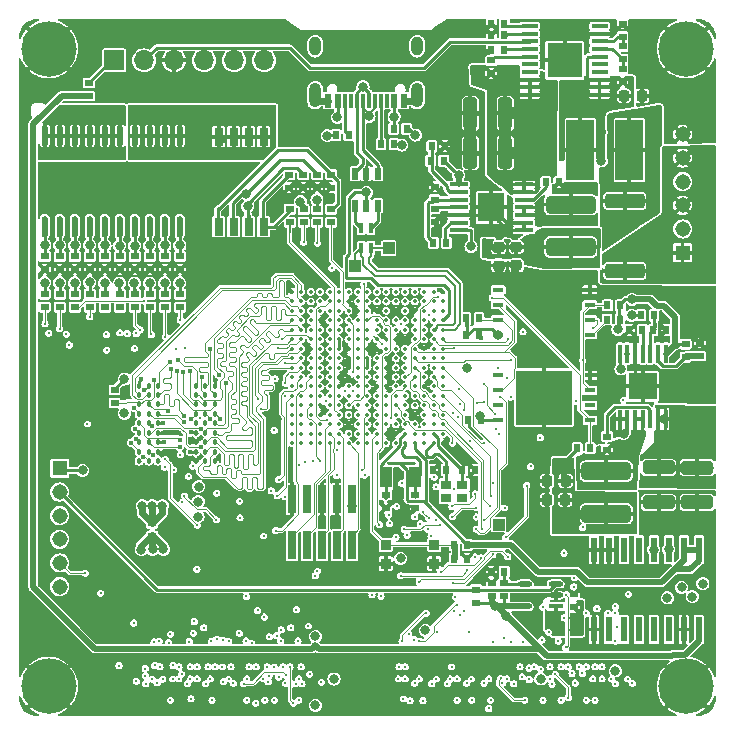
<source format=gbr>
%TF.GenerationSoftware,KiCad,Pcbnew,7.0.7*%
%TF.CreationDate,2024-02-27T15:56:59-08:00*%
%TF.ProjectId,cpu_board,6370755f-626f-4617-9264-2e6b69636164,rev?*%
%TF.SameCoordinates,Original*%
%TF.FileFunction,Copper,L1,Top*%
%TF.FilePolarity,Positive*%
%FSLAX46Y46*%
G04 Gerber Fmt 4.6, Leading zero omitted, Abs format (unit mm)*
G04 Created by KiCad (PCBNEW 7.0.7) date 2024-02-27 15:56:59*
%MOMM*%
%LPD*%
G01*
G04 APERTURE LIST*
G04 Aperture macros list*
%AMRoundRect*
0 Rectangle with rounded corners*
0 $1 Rounding radius*
0 $2 $3 $4 $5 $6 $7 $8 $9 X,Y pos of 4 corners*
0 Add a 4 corners polygon primitive as box body*
4,1,4,$2,$3,$4,$5,$6,$7,$8,$9,$2,$3,0*
0 Add four circle primitives for the rounded corners*
1,1,$1+$1,$2,$3*
1,1,$1+$1,$4,$5*
1,1,$1+$1,$6,$7*
1,1,$1+$1,$8,$9*
0 Add four rect primitives between the rounded corners*
20,1,$1+$1,$2,$3,$4,$5,0*
20,1,$1+$1,$4,$5,$6,$7,0*
20,1,$1+$1,$6,$7,$8,$9,0*
20,1,$1+$1,$8,$9,$2,$3,0*%
G04 Aperture macros list end*
%TA.AperFunction,SMDPad,CuDef*%
%ADD10R,0.600000X0.700000*%
%TD*%
%TA.AperFunction,SMDPad,CuDef*%
%ADD11R,0.700000X0.600000*%
%TD*%
%TA.AperFunction,SMDPad,CuDef*%
%ADD12RoundRect,0.225000X-0.225000X-0.250000X0.225000X-0.250000X0.225000X0.250000X-0.225000X0.250000X0*%
%TD*%
%TA.AperFunction,SMDPad,CuDef*%
%ADD13R,1.409700X0.355600*%
%TD*%
%TA.AperFunction,SMDPad,CuDef*%
%ADD14R,2.971800X2.971800*%
%TD*%
%TA.AperFunction,SMDPad,CuDef*%
%ADD15RoundRect,0.250000X-1.100000X0.325000X-1.100000X-0.325000X1.100000X-0.325000X1.100000X0.325000X0*%
%TD*%
%TA.AperFunction,SMDPad,CuDef*%
%ADD16RoundRect,0.225000X0.250000X-0.225000X0.250000X0.225000X-0.250000X0.225000X-0.250000X-0.225000X0*%
%TD*%
%TA.AperFunction,SMDPad,CuDef*%
%ADD17R,1.000000X1.000000*%
%TD*%
%TA.AperFunction,SMDPad,CuDef*%
%ADD18R,1.600200X0.304800*%
%TD*%
%TA.AperFunction,SMDPad,CuDef*%
%ADD19R,2.310000X2.460000*%
%TD*%
%TA.AperFunction,SMDPad,CuDef*%
%ADD20R,0.762000X1.500000*%
%TD*%
%TA.AperFunction,SMDPad,CuDef*%
%ADD21R,0.558800X0.977900*%
%TD*%
%TA.AperFunction,SMDPad,CuDef*%
%ADD22R,1.000000X1.800000*%
%TD*%
%TA.AperFunction,SMDPad,CuDef*%
%ADD23C,0.355600*%
%TD*%
%TA.AperFunction,ComponentPad*%
%ADD24C,4.700000*%
%TD*%
%TA.AperFunction,SMDPad,CuDef*%
%ADD25R,1.219200X0.457200*%
%TD*%
%TA.AperFunction,SMDPad,CuDef*%
%ADD26O,1.219200X0.457200*%
%TD*%
%TA.AperFunction,SMDPad,CuDef*%
%ADD27RoundRect,0.333000X-1.767000X0.417000X-1.767000X-0.417000X1.767000X-0.417000X1.767000X0.417000X0*%
%TD*%
%TA.AperFunction,SMDPad,CuDef*%
%ADD28R,0.900000X0.800000*%
%TD*%
%TA.AperFunction,SMDPad,CuDef*%
%ADD29R,2.350000X5.100000*%
%TD*%
%TA.AperFunction,SMDPad,CuDef*%
%ADD30R,0.558800X2.159000*%
%TD*%
%TA.AperFunction,SMDPad,CuDef*%
%ADD31R,0.950000X0.450000*%
%TD*%
%TA.AperFunction,SMDPad,CuDef*%
%ADD32R,0.304800X1.600200*%
%TD*%
%TA.AperFunction,SMDPad,CuDef*%
%ADD33R,2.460000X2.310000*%
%TD*%
%TA.AperFunction,ComponentPad*%
%ADD34R,1.308000X1.308000*%
%TD*%
%TA.AperFunction,ComponentPad*%
%ADD35C,1.308000*%
%TD*%
%TA.AperFunction,SMDPad,CuDef*%
%ADD36C,0.457200*%
%TD*%
%TA.AperFunction,SMDPad,CuDef*%
%ADD37O,0.560000X1.840000*%
%TD*%
%TA.AperFunction,SMDPad,CuDef*%
%ADD38RoundRect,0.250000X0.325000X1.100000X-0.325000X1.100000X-0.325000X-1.100000X0.325000X-1.100000X0*%
%TD*%
%TA.AperFunction,SMDPad,CuDef*%
%ADD39R,0.600000X1.150000*%
%TD*%
%TA.AperFunction,SMDPad,CuDef*%
%ADD40R,0.300000X1.150000*%
%TD*%
%TA.AperFunction,ComponentPad*%
%ADD41O,1.000000X2.100000*%
%TD*%
%TA.AperFunction,ComponentPad*%
%ADD42O,1.000000X1.600000*%
%TD*%
%TA.AperFunction,SMDPad,CuDef*%
%ADD43R,0.740000X2.400000*%
%TD*%
%TA.AperFunction,SMDPad,CuDef*%
%ADD44RoundRect,0.250000X1.425000X-0.362500X1.425000X0.362500X-1.425000X0.362500X-1.425000X-0.362500X0*%
%TD*%
%TA.AperFunction,ComponentPad*%
%ADD45R,1.700000X1.700000*%
%TD*%
%TA.AperFunction,ComponentPad*%
%ADD46O,1.700000X1.700000*%
%TD*%
%TA.AperFunction,SMDPad,CuDef*%
%ADD47R,0.900000X0.900000*%
%TD*%
%TA.AperFunction,SMDPad,CuDef*%
%ADD48R,4.750000X4.650000*%
%TD*%
%TA.AperFunction,SMDPad,CuDef*%
%ADD49R,0.406400X0.914400*%
%TD*%
%TA.AperFunction,ViaPad*%
%ADD50C,0.300000*%
%TD*%
%TA.AperFunction,ViaPad*%
%ADD51C,0.800000*%
%TD*%
%TA.AperFunction,ViaPad*%
%ADD52C,0.406400*%
%TD*%
%TA.AperFunction,ViaPad*%
%ADD53C,0.400000*%
%TD*%
%TA.AperFunction,ViaPad*%
%ADD54C,0.500000*%
%TD*%
%TA.AperFunction,Conductor*%
%ADD55C,0.400000*%
%TD*%
%TA.AperFunction,Conductor*%
%ADD56C,0.254000*%
%TD*%
%TA.AperFunction,Conductor*%
%ADD57C,0.250000*%
%TD*%
%TA.AperFunction,Conductor*%
%ADD58C,0.203200*%
%TD*%
%TA.AperFunction,Conductor*%
%ADD59C,1.000000*%
%TD*%
%TA.AperFunction,Conductor*%
%ADD60C,0.500000*%
%TD*%
%TA.AperFunction,Conductor*%
%ADD61C,0.090000*%
%TD*%
%TA.AperFunction,Conductor*%
%ADD62C,0.600000*%
%TD*%
%TA.AperFunction,Conductor*%
%ADD63C,0.800000*%
%TD*%
%TA.AperFunction,Conductor*%
%ADD64C,0.200000*%
%TD*%
G04 APERTURE END LIST*
D10*
%TO.P,C31,1*%
%TO.N,POR_B*%
X37325000Y-46200000D03*
%TO.P,C31,2*%
%TO.N,GND*%
X38425000Y-46200000D03*
%TD*%
D11*
%TO.P,R33,1*%
%TO.N,VDD_3V3_LP*%
X6400000Y-7000000D03*
%TO.P,R33,2*%
%TO.N,Net-(J5-Pin_1)*%
X6400000Y-5900000D03*
%TD*%
D10*
%TO.P,R18,1*%
%TO.N,VDD_1V8*%
X38350000Y-25835000D03*
%TO.P,R18,2*%
%TO.N,FlexSPI_A_D3*%
X39450000Y-25835000D03*
%TD*%
D11*
%TO.P,C1,1*%
%TO.N,GND*%
X47500000Y-49200000D03*
%TO.P,C1,2*%
%TO.N,VBATT*%
X47500000Y-50300000D03*
%TD*%
%TO.P,R14,1*%
%TO.N,Net-(U1-UVLO)*%
X51600000Y-4700000D03*
%TO.P,R14,2*%
%TO.N,VBATT*%
X51600000Y-5800000D03*
%TD*%
D12*
%TO.P,C78,1,1*%
%TO.N,GND*%
X45205000Y-41200000D03*
%TO.P,C78,2,2*%
%TO.N,VDD_1V8*%
X46755000Y-41200000D03*
%TD*%
D11*
%TO.P,R55,1*%
%TO.N,Net-(R41-Pad2)*%
X7772200Y-23790000D03*
%TO.P,R55,2*%
%TO.N,ENET_RGMII_TX_EN_BT*%
X7772200Y-24890000D03*
%TD*%
D10*
%TO.P,R16,1*%
%TO.N,VDD_1V8*%
X51390000Y-25935000D03*
%TO.P,R16,2*%
%TO.N,FlexSPI_A_SS0*%
X50290000Y-25935000D03*
%TD*%
%TO.P,R2,1*%
%TO.N,GND*%
X40500000Y-1850000D03*
%TO.P,R2,2*%
%TO.N,Net-(U1-MODE)*%
X41600000Y-1850000D03*
%TD*%
D13*
%TO.P,U1,1,IN*%
%TO.N,VBATT*%
X49652750Y-6924937D03*
%TO.P,U1,2,IN*%
X49652750Y-6274951D03*
%TO.P,U1,3,IN*%
X49652750Y-5624965D03*
%TO.P,U1,4,NC*%
%TO.N,unconnected-(U1-NC-Pad4)*%
X49652750Y-4974979D03*
%TO.P,U1,5,NC*%
%TO.N,unconnected-(U1-NC-Pad5)*%
X49652750Y-4324993D03*
%TO.P,U1,6,P_IN*%
%TO.N,VBATT*%
X49652750Y-3675007D03*
%TO.P,U1,7,UVLO*%
%TO.N,Net-(U1-UVLO)*%
X49652750Y-3025021D03*
%TO.P,U1,8,OVP*%
%TO.N,Net-(U1-OVP)*%
X49652750Y-2375035D03*
%TO.P,U1,9,GND*%
%TO.N,GND*%
X49652750Y-1725049D03*
%TO.P,U1,10,DVDT*%
%TO.N,Net-(U1-DVDT)*%
X49652750Y-1075063D03*
%TO.P,U1,11,ILIM*%
%TO.N,Net-(U1-ILIM)*%
X43747250Y-1075063D03*
%TO.P,U1,12,MODE*%
%TO.N,Net-(U1-MODE)*%
X43747250Y-1725049D03*
%TO.P,U1,13,\u002ASHDN*%
%TO.N,EN_ADCS*%
X43747250Y-2375035D03*
%TO.P,U1,14,IMON*%
%TO.N,Net-(U1-IMON)*%
X43747250Y-3025021D03*
%TO.P,U1,15,\u002AFLT*%
%TO.N,Net-(U1-\u002AFLT)*%
X43747250Y-3675007D03*
%TO.P,U1,16,PGOOD*%
%TO.N,P_GOOD*%
X43747250Y-4324993D03*
%TO.P,U1,17,NC*%
%TO.N,unconnected-(U1-NC-Pad17)*%
X43747250Y-4974979D03*
%TO.P,U1,18,OUT*%
%TO.N,VSYS*%
X43747250Y-5624965D03*
%TO.P,U1,19,OUT*%
X43747250Y-6274951D03*
%TO.P,U1,20,OUT*%
X43747250Y-6924937D03*
D14*
%TO.P,U1,21,GND*%
%TO.N,GND*%
X46700000Y-4000000D03*
%TD*%
D11*
%TO.P,R29,1,1*%
%TO.N,GND*%
X58132600Y-27926800D03*
%TO.P,R29,2,2*%
%TO.N,Net-(U7-VFB)*%
X58132600Y-29026800D03*
%TD*%
D10*
%TO.P,R32,1,1*%
%TO.N,Net-(U8-PG)*%
X36690000Y-19440000D03*
%TO.P,R32,2,2*%
%TO.N,Net-(U8-VREG5)*%
X35590000Y-19440000D03*
%TD*%
%TO.P,R17,1*%
%TO.N,VDD_1V8*%
X47760000Y-36825000D03*
%TO.P,R17,2*%
%TO.N,FlexSPI_A_SS1*%
X48860000Y-36825000D03*
%TD*%
%TO.P,C63,1*%
%TO.N,VDD_1V8*%
X39600000Y-34445000D03*
%TO.P,C63,2*%
%TO.N,GND*%
X38500000Y-34445000D03*
%TD*%
D15*
%TO.P,C79,1,1*%
%TO.N,VSYS*%
X54660000Y-38460000D03*
%TO.P,C79,2,2*%
%TO.N,GND*%
X54660000Y-41410000D03*
%TD*%
D11*
%TO.P,R48,1*%
%TO.N,GND*%
X25745000Y-14760000D03*
%TO.P,R48,2*%
%TO.N,Net-(R48-Pad2)*%
X25745000Y-13660000D03*
%TD*%
D10*
%TO.P,C88,1,1*%
%TO.N,Net-(U7-VREG5)*%
X54190000Y-26840000D03*
%TO.P,C88,2,2*%
%TO.N,GND*%
X55290000Y-26840000D03*
%TD*%
D11*
%TO.P,R37,1*%
%TO.N,GND*%
X2680000Y-21690000D03*
%TO.P,R37,2*%
%TO.N,Net-(R37-Pad2)*%
X2680000Y-20590000D03*
%TD*%
%TO.P,R64,1*%
%TO.N,Net-(R50-Pad2)*%
X24600000Y-16600000D03*
%TO.P,R64,2*%
%TO.N,GPIO_LPSR_03*%
X24600000Y-17700000D03*
%TD*%
D16*
%TO.P,C77,1,1*%
%TO.N,GND*%
X41120000Y-21365000D03*
%TO.P,C77,2,2*%
%TO.N,VDD_3V3*%
X41120000Y-19815000D03*
%TD*%
D10*
%TO.P,R30,1,1*%
%TO.N,GND*%
X36555000Y-11280000D03*
%TO.P,R30,2,2*%
%TO.N,Net-(U8-VFB)*%
X35455000Y-11280000D03*
%TD*%
%TO.P,R28,1,1*%
%TO.N,Net-(U8-VFB)*%
X35355000Y-12490000D03*
%TO.P,R28,2,2*%
%TO.N,VDD_3V3*%
X36455000Y-12490000D03*
%TD*%
D11*
%TO.P,R45,1*%
%TO.N,GND*%
X12857800Y-21690000D03*
%TO.P,R45,2*%
%TO.N,Net-(R45-Pad2)*%
X12857800Y-20590000D03*
%TD*%
D10*
%TO.P,C86,1,1*%
%TO.N,Net-(U7-SS)*%
X53280000Y-26840000D03*
%TO.P,C86,2,2*%
%TO.N,GND*%
X52180000Y-26840000D03*
%TD*%
D11*
%TO.P,R42,1*%
%TO.N,GND*%
X9041100Y-21690000D03*
%TO.P,R42,2*%
%TO.N,Net-(R42-Pad2)*%
X9041100Y-20590000D03*
%TD*%
%TO.P,R60,1*%
%TO.N,Net-(R46-Pad2)*%
X14150000Y-23790000D03*
%TO.P,R60,2*%
%TO.N,GPIO_DISP_B2_03*%
X14150000Y-24890000D03*
%TD*%
%TO.P,C87,1,1*%
%TO.N,Net-(U8-SS)*%
X35680000Y-16570000D03*
%TO.P,C87,2,2*%
%TO.N,GND*%
X35680000Y-17670000D03*
%TD*%
%TO.P,R58,1*%
%TO.N,Net-(R44-Pad2)*%
X11598900Y-23790000D03*
%TO.P,R58,2*%
%TO.N,GPIO_DISP_B2_01*%
X11598900Y-24890000D03*
%TD*%
%TO.P,R43,1*%
%TO.N,GND*%
X10313300Y-21690000D03*
%TO.P,R43,2*%
%TO.N,Net-(R43-Pad2)*%
X10313300Y-20590000D03*
%TD*%
D17*
%TO.P,TP3,1,1*%
%TO.N,PMIC_ON_REQ*%
X41100000Y-43300000D03*
%TD*%
D11*
%TO.P,R39,1*%
%TO.N,GND*%
X5224400Y-21690000D03*
%TO.P,R39,2*%
%TO.N,Net-(R39-Pad2)*%
X5224400Y-20590000D03*
%TD*%
D10*
%TO.P,R35,1*%
%TO.N,GND*%
X40500000Y-900000D03*
%TO.P,R35,2*%
%TO.N,Net-(U1-ILIM)*%
X41600000Y-900000D03*
%TD*%
D18*
%TO.P,U8,1,VO*%
%TO.N,VDD_3V3*%
X37716400Y-14491366D03*
%TO.P,U8,2,VFB*%
%TO.N,Net-(U8-VFB)*%
X37716400Y-15141379D03*
%TO.P,U8,3,VREG5*%
%TO.N,Net-(U8-VREG5)*%
X37716400Y-15791388D03*
%TO.P,U8,4,SS*%
%TO.N,Net-(U8-SS)*%
X37716400Y-16441400D03*
%TO.P,U8,5,GND*%
%TO.N,GND*%
X37716400Y-17091412D03*
%TO.P,U8,6,PG*%
%TO.N,Net-(U8-PG)*%
X37716400Y-17741421D03*
%TO.P,U8,7,EN*%
%TO.N,VSYS*%
X37716400Y-18391434D03*
%TO.P,U8,8,PGND1*%
%TO.N,GND*%
X43253600Y-18391434D03*
%TO.P,U8,9,PGND2*%
X43253600Y-17741421D03*
%TO.P,U8,10,SW1*%
%TO.N,Net-(U8-SW1)*%
X43253600Y-17091412D03*
%TO.P,U8,11,SW2*%
X43253600Y-16441400D03*
%TO.P,U8,12,VBST*%
%TO.N,Net-(U8-VBST)*%
X43253600Y-15791388D03*
%TO.P,U8,13,VIN*%
%TO.N,VSYS*%
X43253600Y-15141379D03*
%TO.P,U8,14,VCC*%
X43253600Y-14491366D03*
D19*
%TO.P,U8,15,EPAD*%
%TO.N,GND*%
X40485000Y-16441400D03*
%TD*%
D20*
%TO.P,SW3,1*%
%TO.N,Net-(R47-Pad2)*%
X17405000Y-18070000D03*
%TO.P,SW3,2*%
%TO.N,Net-(R48-Pad2)*%
X18675000Y-18070000D03*
%TO.P,SW3,3*%
%TO.N,Net-(R50-Pad2)*%
X19945000Y-18070000D03*
%TO.P,SW3,4*%
%TO.N,Net-(R49-Pad2)*%
X21215000Y-18070000D03*
%TO.P,SW3,5*%
%TO.N,VDD_3V3*%
X21215000Y-10450000D03*
%TO.P,SW3,6*%
X19945000Y-10450000D03*
%TO.P,SW3,7*%
X18675000Y-10450000D03*
%TO.P,SW3,8*%
X17405000Y-10450000D03*
%TD*%
D21*
%TO.P,U5,1,IO_1_IN*%
%TO.N,/USB-C/USB_CON_DN*%
X30855801Y-13590850D03*
%TO.P,U5,2,GND*%
%TO.N,GND*%
X29905800Y-13590850D03*
%TO.P,U5,3,IO_2_IN*%
%TO.N,/USB-C/USB_CON_DP*%
X28955799Y-13590850D03*
%TO.P,U5,4,IO_2_OUT*%
%TO.N,Net-(U5-IO_2_OUT)*%
X28955799Y-16321350D03*
%TO.P,U5,5,VBUS*%
%TO.N,VUSB*%
X29905800Y-16321350D03*
%TO.P,U5,6,IO_1_OUT*%
%TO.N,Net-(U5-IO_1_OUT)*%
X30855801Y-16321350D03*
%TD*%
D10*
%TO.P,C66,1*%
%TO.N,VUSB*%
X32220000Y-9780000D03*
%TO.P,C66,2*%
%TO.N,GNDREF*%
X33320000Y-9780000D03*
%TD*%
D11*
%TO.P,R54,1*%
%TO.N,Net-(R40-Pad2)*%
X6496700Y-23790000D03*
%TO.P,R54,2*%
%TO.N,ENET_RGMII_TXD0_BT*%
X6496700Y-24890000D03*
%TD*%
D17*
%TO.P,TP8,1,1*%
%TO.N,OTG1_D_N*%
X28970000Y-21370000D03*
%TD*%
D22*
%TO.P,Y3,1,1*%
%TO.N,Net-(U2A-RTC_XTALO)*%
X34050000Y-39300000D03*
%TO.P,Y3,2,2*%
%TO.N,Net-(U2A-RTC_XTALI)*%
X31550000Y-39300000D03*
%TD*%
D23*
%TO.P,U2,A1,VSS_1*%
%TO.N,GND*%
X23600001Y-23598400D03*
%TO.P,U2,A2,GPIO_EMC_B1_10*%
%TO.N,SEMC_A1*%
X24400001Y-23598400D03*
%TO.P,U2,A3,GPIO_EMC_B1_09*%
%TO.N,SEMC_A0*%
X25200000Y-23598400D03*
%TO.P,U2,A4,GPIO_DISP_B2_15*%
%TO.N,GPIO_DISP_B2_15*%
X26000000Y-23598400D03*
%TO.P,U2,A5,GPIO_DISP_B2_13*%
%TO.N,GPIO_DISP_B2_13*%
X26800000Y-23598400D03*
%TO.P,U2,A6,GPIO_DISP_B2_11*%
%TO.N,GPIO_DISP_B2_11*%
X27600000Y-23598400D03*
%TO.P,U2,A7,GPIO_DISP_B2_14*%
%TO.N,GPIO_DISP_B2_14*%
X28400000Y-23598400D03*
%TO.P,U2,A8,MIPI_DSI_D0_N*%
%TO.N,unconnected-(U2K-MIPI_DSI_D0_N-PadA8)*%
X29200000Y-23598400D03*
%TO.P,U2,A9,MIPI_DSI_CKN*%
%TO.N,unconnected-(U2K-MIPI_DSI_CKN-PadA9)*%
X30000000Y-23598400D03*
%TO.P,U2,A10,MIPI_DSI_DN1*%
%TO.N,unconnected-(U2K-MIPI_DSI_DN1-PadA10)*%
X30800000Y-23598400D03*
%TO.P,U2,A11,MIPI_CSI_DN0*%
%TO.N,unconnected-(U2K-MIPI_CSI_DN0-PadA11)*%
X31600000Y-23598400D03*
%TO.P,U2,A12,MIPI_CSI_CKN*%
%TO.N,unconnected-(U2K-MIPI_CSI_CKN-PadA12)*%
X32400000Y-23598400D03*
%TO.P,U2,A13,MIPI_CSI_DN1*%
%TO.N,unconnected-(U2K-MIPI_CSI_DN1-PadA13)*%
X33200000Y-23598400D03*
%TO.P,U2,A14,GPIO_DISP_B1_11*%
%TO.N,ENET_RGMII_TXC_BT*%
X33999999Y-23598400D03*
%TO.P,U2,A15,GPIO_DISP_B1_08*%
%TO.N,ENET_RGMII_TXD1_BT*%
X34799999Y-23598400D03*
%TO.P,U2,A16,GPIO_SD_B1_05*%
%TO.N,GPIO_SD_B1_05*%
X35599999Y-23598400D03*
%TO.P,U2,A17,VSS_2*%
%TO.N,GND*%
X36399999Y-23598400D03*
%TO.P,U2,B1,GPIO_EMC_B1_14*%
%TO.N,SEMC_A5*%
X23600001Y-24398500D03*
%TO.P,U2,B2,GPIO_EMC_B1_23*%
%TO.N,SEMC_A10*%
X24400001Y-24398500D03*
%TO.P,U2,B3,GPIO_EMC_B1_17*%
%TO.N,SEMC_A8*%
X25200000Y-24398500D03*
%TO.P,U2,B4,GPIO_EMC_B1_18*%
%TO.N,SEMC_A9*%
X26000000Y-24398500D03*
%TO.P,U2,B5,GPIO_DISP_B2_08*%
%TO.N,GPIO_DISP_B2_08*%
X26800000Y-24398500D03*
%TO.P,U2,B6,GPIO_DISP_B2_12*%
%TO.N,GPIO_DISP_B2_12*%
X27600000Y-24398500D03*
%TO.P,U2,B7,VSS_3*%
%TO.N,GND*%
X28400000Y-24398500D03*
%TO.P,U2,B8,MIPI_DSI_D0_P*%
%TO.N,unconnected-(U2K-MIPI_DSI_D0_P-PadB8)*%
X29200000Y-24398500D03*
%TO.P,U2,B9,MIPI_DSI_CKP*%
%TO.N,unconnected-(U2K-MIPI_DSI_CKP-PadB9)*%
X30000000Y-24398500D03*
%TO.P,U2,B10,MIPI_DSI_DP1*%
%TO.N,unconnected-(U2K-MIPI_DSI_DP1-PadB10)*%
X30800000Y-24398500D03*
%TO.P,U2,B11,MIPI_CSI_DP0*%
%TO.N,unconnected-(U2K-MIPI_CSI_DP0-PadB11)*%
X31600000Y-24398500D03*
%TO.P,U2,B12,MIPI_CSI_CKP*%
%TO.N,unconnected-(U2K-MIPI_CSI_CKP-PadB12)*%
X32400000Y-24398500D03*
%TO.P,U2,B13,MIPI_CSI_DP1*%
%TO.N,unconnected-(U2K-MIPI_CSI_DP1-PadB13)*%
X33200000Y-24398500D03*
%TO.P,U2,B14,GPIO_DISP_B1_10*%
%TO.N,ENET_RGMII_TX_EN_BT*%
X33999999Y-24398500D03*
%TO.P,U2,B15,GPIO_SD_B1_04*%
%TO.N,GPIO_SD_B1_04*%
X34799999Y-24398500D03*
%TO.P,U2,B16,GPIO_SD_B1_00*%
%TO.N,GPIO_SD_B1_00*%
X35599999Y-24398500D03*
%TO.P,U2,B17,GPIO_SD_B1_03*%
%TO.N,GPIO_SD_B1_03*%
X36399999Y-24398500D03*
%TO.P,U2,C1,GPIO_EMC_B1_15*%
%TO.N,SEMC_A6*%
X23600001Y-25198600D03*
%TO.P,U2,C2,GPIO_EMC_B1_11*%
%TO.N,SEMC_A2*%
X24400001Y-25198600D03*
%TO.P,U2,C3,GPIO_EMC_B1_20*%
%TO.N,SEMC_A12*%
X25200000Y-25198600D03*
%TO.P,U2,C4,GPIO_EMC_B1_19*%
%TO.N,SEMC_A11*%
X26000000Y-25198600D03*
%TO.P,U2,C5,GPIO_EMC_B1_12*%
%TO.N,SEMC_A3*%
X26800000Y-25198600D03*
%TO.P,U2,C6,GPIO_DISP_B2_06*%
%TO.N,GPIO_DISP_B2_06*%
X27600000Y-25198600D03*
%TO.P,U2,C7,GPIO_DISP_B2_04*%
%TO.N,GPIO_DISP_B2_04*%
X28400000Y-25198600D03*
%TO.P,U2,C8,VSS_4*%
%TO.N,GND*%
X29200000Y-25198600D03*
%TO.P,U2,C9,GPIO_DISP_B2_05*%
%TO.N,GPIO_DISP_B2_05*%
X30000000Y-25198600D03*
%TO.P,U2,C10,VSS_5*%
%TO.N,GND*%
X30800000Y-25198600D03*
%TO.P,U2,C11,GPIO_DISP_B1_05*%
%TO.N,ENET_RGMII_RXD3*%
X31600000Y-25198600D03*
%TO.P,U2,C12,VSS_6*%
%TO.N,GND*%
X32400000Y-25198600D03*
%TO.P,U2,C13,GPIO_DISP_B1_09*%
%TO.N,ENET_RGMII_TXD0_BT*%
X33200000Y-25198600D03*
%TO.P,U2,C14,VSS_7*%
%TO.N,GND*%
X33999999Y-25198600D03*
%TO.P,U2,C15,GPIO_SD_B1_02*%
%TO.N,FlexSPI_A_SS1*%
X34799999Y-25198600D03*
%TO.P,U2,C16,USB2_DN*%
%TO.N,unconnected-(U2L-USB2_DN-PadC16)*%
X35599999Y-25198600D03*
%TO.P,U2,C17,USB2_DP*%
%TO.N,unconnected-(U2L-USB2_DP-PadC17)*%
X36399999Y-25198600D03*
%TO.P,U2,D1,GPIO_EMC_B1_32*%
%TO.N,SEMC_D10*%
X23600001Y-25998700D03*
%TO.P,U2,D2,GPIO_EMC_B1_31*%
%TO.N,SEMC_D9*%
X24400001Y-25998700D03*
%TO.P,U2,D3,GPIO_EMC_B1_16*%
%TO.N,SEMC_A7*%
X25200000Y-25998700D03*
%TO.P,U2,D4,VSS_8*%
%TO.N,GND*%
X26000000Y-25998700D03*
%TO.P,U2,D5,GPIO_EMC_B1_13*%
%TO.N,SEMC_A4*%
X26800000Y-25998700D03*
%TO.P,U2,D6,GPIO_DISP_B2_07*%
%TO.N,GPIO_DISP_B2_07*%
X27600000Y-25998700D03*
%TO.P,U2,D7,GPIO_DISP_B2_03*%
%TO.N,GPIO_DISP_B2_03*%
X28400000Y-25998700D03*
%TO.P,U2,D8,GPIO_DISP_B2_09*%
%TO.N,GPIO_DISP_B2_09*%
X29200000Y-25998700D03*
%TO.P,U2,D9,GPIO_DISP_B2_10*%
%TO.N,GPIO_DISP_B2_10*%
X30000000Y-25998700D03*
%TO.P,U2,D10,GPIO_DISP_B1_06*%
%TO.N,ENET_RGMII_TXD3_BT*%
X30800000Y-25998700D03*
%TO.P,U2,D11,GPIO_DISP_B1_02*%
%TO.N,ENET_RGMII_RXD0*%
X31600000Y-25998700D03*
%TO.P,U2,D12,NVCC_DISP1*%
%TO.N,VDD_1V8*%
X32400000Y-25998700D03*
%TO.P,U2,D13,GPIO_DISP_B1_01*%
%TO.N,ENET_RGMII_RXC*%
X33200000Y-25998700D03*
%TO.P,U2,D14,NVCC_SD1*%
%TO.N,VDD_1V8*%
X33999999Y-25998700D03*
%TO.P,U2,D15,GPIO_SD_B1_01*%
%TO.N,GPIO_SD_B1_01*%
X34799999Y-25998700D03*
%TO.P,U2,D16,USB2_VBUS*%
%TO.N,/RT1176 #3/MCM_3V3*%
X35599999Y-25998700D03*
%TO.P,U2,D17,USB1_VBUS*%
%TO.N,VUSB*%
X36399999Y-25998700D03*
%TO.P,U2,E1,GPIO_EMC_B1_34*%
%TO.N,SEMC_D12*%
X23600001Y-26798800D03*
%TO.P,U2,E2,GPIO_EMC_B1_33*%
%TO.N,SEMC_D11*%
X24400001Y-26798800D03*
%TO.P,U2,E3,GPIO_EMC_B1_30*%
%TO.N,SEMC_D8*%
X25200000Y-26798800D03*
%TO.P,U2,E4,GPIO_EMC_B1_03*%
%TO.N,SEMC_D3*%
X26000000Y-26798800D03*
%TO.P,U2,E5,GPIO_EMC_B1_28*%
%TO.N,SEMC_WE*%
X26800000Y-26798800D03*
%TO.P,U2,E6,GPIO_EMC_B1_29*%
%TO.N,SEMC_CS0*%
X27600000Y-26798800D03*
%TO.P,U2,E7,NVCC_DISP2*%
%TO.N,VDD_3V3*%
X28400000Y-26798800D03*
%TO.P,U2,E8,GPIO_DISP_B2_00*%
%TO.N,GPIO_DISP_B2_00*%
X29200000Y-26798800D03*
%TO.P,U2,E9,GPIO_DISP_B2_02*%
%TO.N,GPIO_DISP_B2_02*%
X30000000Y-26798800D03*
%TO.P,U2,E10,GPIO_DISP_B1_04*%
%TO.N,ENET_RGMII_RXD2*%
X30800000Y-26798800D03*
%TO.P,U2,E11,GPIO_DISP_B1_03*%
%TO.N,ENET_RGMII_RXD1*%
X31600000Y-26798800D03*
%TO.P,U2,E12,GPIO_DISP_B1_07*%
%TO.N,ENET_RGMII_TXD2_BT*%
X32400000Y-26798800D03*
%TO.P,U2,E13,GPIO_DISP_B1_00*%
%TO.N,ENET_RGMII_RX_EN*%
X33200000Y-26798800D03*
%TO.P,U2,E14,GPIO_SD_B2_05*%
%TO.N,USDHC2_CMD*%
X33999999Y-26798800D03*
%TO.P,U2,E15,GPIO_SD_B2_03*%
%TO.N,USDHC2_DATA0*%
X34799999Y-26798800D03*
%TO.P,U2,E16,USB1_DN*%
%TO.N,OTG1_D_N*%
X35599999Y-26798800D03*
%TO.P,U2,E17,USB1_DP*%
%TO.N,OTG1_D_P*%
X36399999Y-26798800D03*
%TO.P,U2,F1,GPIO_EMC_B1_35*%
%TO.N,SEMC_D13*%
X23600001Y-27598900D03*
%TO.P,U2,F2,GPIO_EMC_B1_01*%
%TO.N,SEMC_D1*%
X24400001Y-27598900D03*
%TO.P,U2,F3,GPIO_EMC_B1_00*%
%TO.N,SEMC_D0*%
X25200000Y-27598900D03*
%TO.P,U2,F4,GPIO_EMC_B1_05*%
%TO.N,SEMC_D5*%
X26000000Y-27598900D03*
%TO.P,U2,F5,GPIO_EMC_B1_08*%
%TO.N,SEMC_DM0*%
X26800000Y-27598900D03*
%TO.P,U2,F6,NVCC_EMC1_2*%
%TO.N,VDD_1V8*%
X27600000Y-27598900D03*
%TO.P,U2,F7,NVCC_EMC1_1*%
X28400000Y-27598900D03*
%TO.P,U2,F8,GPIO_DISP_B2_01*%
%TO.N,GPIO_DISP_B2_01*%
X29200000Y-27598900D03*
%TO.P,U2,F9,VDD_MIPI_1P8*%
%TO.N,Net-(U2K-VDD_MIPI_1P8)*%
X30000000Y-27598900D03*
%TO.P,U2,F10,VDD_MIPI_1P0*%
%TO.N,/RT1176 #3/VDD_MIPI_1P0*%
X30800000Y-27598900D03*
%TO.P,U2,F11,VSS_9*%
%TO.N,GND*%
X31600000Y-27598900D03*
%TO.P,U2,F12,VSS_10*%
X32400000Y-27598900D03*
%TO.P,U2,F13,VSS_11*%
X33200000Y-27598900D03*
%TO.P,U2,F14,GPIO_SD_B2_04*%
%TO.N,USDHC2_CLK*%
X33999999Y-27598900D03*
%TO.P,U2,F15,GPIO_SD_B2_08*%
%TO.N,FlexSPI_A_D0*%
X34799999Y-27598900D03*
%TO.P,U2,F16,GPIO_SD_B2_11*%
%TO.N,FlexSPI_A_D3*%
X35599999Y-27598900D03*
%TO.P,U2,F17,GPIO_SD_B2_06*%
%TO.N,FlexSPI_A_SS0*%
X36399999Y-27598900D03*
%TO.P,U2,G1,GPIO_EMC_B1_36*%
%TO.N,SEMC_D14*%
X23600001Y-28399000D03*
%TO.P,U2,G2,GPIO_EMC_B1_21*%
%TO.N,SEMC_BA0*%
X24400001Y-28399000D03*
%TO.P,U2,G3,VSS_12*%
%TO.N,GND*%
X25200000Y-28399000D03*
%TO.P,U2,G4,GPIO_EMC_B1_02*%
%TO.N,SEMC_D2*%
X26000000Y-28399000D03*
%TO.P,U2,G5,GPIO_EMC_B1_27*%
%TO.N,SEMC_CKE*%
X26800000Y-28399000D03*
%TO.P,U2,G6,NVCC_EMC1_3*%
%TO.N,VDD_1V8*%
X27600000Y-28399000D03*
%TO.P,U2,G7,VSS_13*%
%TO.N,GND*%
X28400000Y-28399000D03*
%TO.P,U2,G8,VSS_14*%
X29200000Y-28399000D03*
%TO.P,U2,G9,VSS_15*%
X30000000Y-28399000D03*
%TO.P,U2,G10,VSS_16*%
X30800000Y-28399000D03*
%TO.P,U2,G11,VSS_17*%
X31600000Y-28399000D03*
%TO.P,U2,G12,VDD_USB_3P3*%
%TO.N,VDD_3V3*%
X32400000Y-28399000D03*
%TO.P,U2,G13,NVCC_SD2*%
%TO.N,VDD_1V8*%
X33200000Y-28399000D03*
%TO.P,U2,G14,GPIO_SD_B2_07*%
%TO.N,FlexSPI_A_CLK*%
X33999999Y-28399000D03*
%TO.P,U2,G15,VSS_18*%
%TO.N,GND*%
X34799999Y-28399000D03*
%TO.P,U2,G16,ADC_VREFH*%
%TO.N,ADC_1V8_IN*%
X35599999Y-28399000D03*
%TO.P,U2,G17,GPIO_AD_35*%
%TO.N,GPIO_AD_35*%
X36399999Y-28399000D03*
%TO.P,U2,H1,GPIO_EMC_B1_37*%
%TO.N,SEMC_D15*%
X23600001Y-29199100D03*
%TO.P,U2,H2,GPIO_EMC_B1_22*%
%TO.N,SEMC_BA1*%
X24400001Y-29199100D03*
%TO.P,U2,H3,GPIO_EMC_B1_07*%
%TO.N,SEMC_D7*%
X25200000Y-29199100D03*
%TO.P,U2,H4,GPIO_EMC_B1_06*%
%TO.N,SEMC_D6*%
X26000000Y-29199100D03*
%TO.P,U2,H5,GPIO_EMC_B1_04*%
%TO.N,SEMC_D4*%
X26800000Y-29199100D03*
%TO.P,U2,H6,NVCC_EMC2_1*%
%TO.N,VDD_3V3*%
X27600000Y-29199100D03*
%TO.P,U2,H7,VSS_19*%
%TO.N,GND*%
X28400000Y-29199100D03*
%TO.P,U2,H8,VDD_SOC_IN_1*%
%TO.N,VDD_SOC_IN*%
X29200000Y-29199100D03*
%TO.P,U2,H9,VDD_SOC_IN_2*%
X30000000Y-29199100D03*
%TO.P,U2,H10,VDD_SOC_IN_3*%
X30800000Y-29199100D03*
%TO.P,U2,H11,VSS_20*%
%TO.N,GND*%
X31600000Y-29199100D03*
%TO.P,U2,H12,VDD_USB_1P8*%
%TO.N,VDD_1V8*%
X32400000Y-29199100D03*
%TO.P,U2,H13,GPIO_SD_B2_02*%
%TO.N,USDHC2_DATA1*%
X33200000Y-29199100D03*
%TO.P,U2,H14,GPIO_SD_B2_10*%
%TO.N,FlexSPI_A_D2*%
X33999999Y-29199100D03*
%TO.P,U2,H15,GPIO_SD_B2_09*%
%TO.N,FlexSPI_A_D1*%
X34799999Y-29199100D03*
%TO.P,U2,H16,DAC_OUT*%
%TO.N,DAC_OUT*%
X35599999Y-29199100D03*
%TO.P,U2,H17,GPIO_AD_33*%
%TO.N,GPIO_AD_33*%
X36399999Y-29199100D03*
%TO.P,U2,J1,GPIO_EMC_B1_38*%
%TO.N,SEMC_DM1*%
X23600001Y-29999200D03*
%TO.P,U2,J2,GPIO_EMC_B1_39*%
%TO.N,/RT1176 #3/SEMC_DQS*%
X24400001Y-29999200D03*
%TO.P,U2,J3,GPIO_EMC_B1_26*%
%TO.N,SEMC_CLK*%
X25200000Y-29999200D03*
%TO.P,U2,J4,GPIO_EMC_B1_25*%
%TO.N,SEMC_RAS*%
X26000000Y-29999200D03*
%TO.P,U2,J5,GPIO_EMC_B1_24*%
%TO.N,SEMC_CAS*%
X26800000Y-29999200D03*
%TO.P,U2,J6,NVCC_EMC2_2*%
%TO.N,VDD_3V3*%
X27600000Y-29999200D03*
%TO.P,U2,J7,VSS_21*%
%TO.N,GND*%
X28400000Y-29999200D03*
%TO.P,U2,J8,VDD_SOC_IN_4*%
%TO.N,VDD_SOC_IN*%
X29200000Y-29999200D03*
%TO.P,U2,J9,VDD_SOC_IN_5*%
X30000000Y-29999200D03*
%TO.P,U2,J10,VDD_SOC_IN_6*%
X30800000Y-29999200D03*
%TO.P,U2,J11,VSS_22*%
%TO.N,GND*%
X31600000Y-29999200D03*
%TO.P,U2,J12,GPIO_AD_23*%
%TO.N,GPIO_AD_23*%
X32400000Y-29999200D03*
%TO.P,U2,J13,VDDA_ADC_3P3*%
%TO.N,/RT1176 #1/VDDA_ADC_3P3*%
X33200000Y-29999200D03*
%TO.P,U2,J14,GPIO_SD_B2_01*%
%TO.N,USDHC2_DATA2*%
X33999999Y-29999200D03*
%TO.P,U2,J15,GPIO_SD_B2_00*%
%TO.N,USDHC2_DATA3*%
X34799999Y-29999200D03*
%TO.P,U2,J16,GPIO_AD_34*%
%TO.N,GPIO_AD_34*%
X35599999Y-29999200D03*
%TO.P,U2,J17,GPIO_AD_31*%
%TO.N,GPIO_AD_31*%
X36399999Y-29999200D03*
%TO.P,U2,K1,GPIO_EMC_B1_40*%
%TO.N,GPIO_EMC_B1_40*%
X23600001Y-30799300D03*
%TO.P,U2,K2,GPIO_EMC_B2_00*%
%TO.N,GPIO_EMC_B2_00*%
X24400001Y-30799300D03*
%TO.P,U2,K3,GPIO_EMC_B2_02*%
%TO.N,GPIO_EMC_B2_02*%
X25200000Y-30799300D03*
%TO.P,U2,K4,GPIO_EMC_B2_01*%
%TO.N,GPIO_EMC_B2_01*%
X26000000Y-30799300D03*
%TO.P,U2,K5,GPIO_EMC_B2_13*%
%TO.N,GPIO_EMC_B2_13*%
X26800000Y-30799300D03*
%TO.P,U2,K6,DCDC_GND_1*%
%TO.N,GND*%
X27600000Y-30799300D03*
%TO.P,U2,K7,DCDC_GND_2*%
X28400000Y-30799300D03*
%TO.P,U2,K8,DCDC_DIG_1*%
%TO.N,unconnected-(U2C-DCDC_DIG_1-PadK8)*%
X29200000Y-30799300D03*
%TO.P,U2,K9,DCDC_DIG_2*%
%TO.N,unconnected-(U2C-DCDC_DIG_2-PadK9)*%
X30000000Y-30799300D03*
%TO.P,U2,K10,VDD_SOC_IN_7*%
%TO.N,VDD_SOC_IN*%
X30800000Y-30799300D03*
%TO.P,U2,K11,VSS_23*%
%TO.N,GND*%
X31600000Y-30799300D03*
%TO.P,U2,K12,GPIO_AD_22*%
%TO.N,GPIO_AD_22*%
X32400000Y-30799300D03*
%TO.P,U2,K13,GPIO_AD_20*%
%TO.N,GPIO_AD_20*%
X33200000Y-30799300D03*
%TO.P,U2,K14,GPIO_AD_21*%
%TO.N,GPIO_AD_21*%
X33999999Y-30799300D03*
%TO.P,U2,K15,VDDA_ADC_1P8*%
%TO.N,ADC_1V8_IN*%
X34799999Y-30799300D03*
%TO.P,U2,K16,GPIO_AD_32*%
%TO.N,GPIO_AD_32*%
X35599999Y-30799300D03*
%TO.P,U2,K17,GPIO_AD_30*%
%TO.N,GPIO_AD_30*%
X36399999Y-30799300D03*
%TO.P,U2,L1,GPIO_EMC_B1_41*%
%TO.N,GPIO_EMC_B1_41*%
X23600001Y-31599400D03*
%TO.P,U2,L2,GPIO_EMC_B2_15*%
%TO.N,GPIO_EMC_B2_15*%
X24400001Y-31599400D03*
%TO.P,U2,L3,VSS_24*%
%TO.N,GND*%
X25200000Y-31599400D03*
%TO.P,U2,L4,GPIO_EMC_B2_11*%
%TO.N,GPIO_EMC_B2_11*%
X26000000Y-31599400D03*
%TO.P,U2,L5,DCDC_IN_Q*%
%TO.N,unconnected-(U2C-DCDC_IN_Q-PadL5)*%
X26800000Y-31599400D03*
%TO.P,U2,L6,DCDC_GND_3*%
%TO.N,GND*%
X27600000Y-31599400D03*
%TO.P,U2,L7,DCDC_DIG_SENSE*%
%TO.N,unconnected-(U2C-DCDC_DIG_SENSE-PadL7)*%
X28400000Y-31599400D03*
%TO.P,U2,L8,DCDC_DIG_3*%
%TO.N,unconnected-(U2C-DCDC_DIG_3-PadL8)*%
X29200000Y-31599400D03*
%TO.P,U2,L9,GPIO_SNVS_02*%
%TO.N,GPIO_SNVS_02*%
X30000000Y-31599400D03*
%TO.P,U2,L10,VSS_25*%
%TO.N,GND*%
X30800000Y-31599400D03*
%TO.P,U2,L11,VSS_26*%
X31600000Y-31599400D03*
%TO.P,U2,L12,GPIO_AD_13*%
%TO.N,GPIO_AD_13*%
X32400000Y-31599400D03*
%TO.P,U2,L13,GPIO_AD_24*%
%TO.N,LPUART1_TX_BOOT*%
X33200000Y-31599400D03*
%TO.P,U2,L14,GPIO_AD_26*%
%TO.N,GPIO_AD_26*%
X33999999Y-31599400D03*
%TO.P,U2,L15,VSS_27*%
%TO.N,GND*%
X34799999Y-31599400D03*
%TO.P,U2,L16,GPIO_AD_19*%
%TO.N,GPIO_AD_19*%
X35599999Y-31599400D03*
%TO.P,U2,L17,GPIO_AD_28*%
%TO.N,GPIO_AD_28*%
X36399999Y-31599400D03*
%TO.P,U2,M1,GPIO_EMC_B2_04*%
%TO.N,GPIO_EMC_B2_04*%
X23600001Y-32399500D03*
%TO.P,U2,M2,GPIO_EMC_B2_12*%
%TO.N,GPIO_EMC_B2_12*%
X24400001Y-32399500D03*
%TO.P,U2,M3,GPIO_EMC_B2_07*%
%TO.N,GPIO_EMC_B2_07*%
X25200000Y-32399500D03*
%TO.P,U2,M4,GPIO_EMC_B2_14*%
%TO.N,GPIO_EMC_B2_14*%
X26000000Y-32399500D03*
%TO.P,U2,M5,DCDC_IN_1*%
%TO.N,unconnected-(U2C-DCDC_IN_1-PadM5)*%
X26800000Y-32399500D03*
%TO.P,U2,M6,DCDC_ANA_SENSE*%
%TO.N,unconnected-(U2C-DCDC_ANA_SENSE-PadM6)*%
X27600000Y-32399500D03*
%TO.P,U2,M7,DCDC_ANA_1*%
%TO.N,unconnected-(U2C-DCDC_ANA_1-PadM7)*%
X28400000Y-32399500D03*
%TO.P,U2,M8,DCDC_ANA_2*%
%TO.N,unconnected-(U2C-DCDC_ANA_2-PadM8)*%
X29200000Y-32399500D03*
%TO.P,U2,M9,GPIO_SNVS_06*%
%TO.N,GPIO_SNVS_06*%
X30000000Y-32399500D03*
%TO.P,U2,M10,GPIO_SNVS_03*%
%TO.N,GPIO_SNVS_03*%
X30800000Y-32399500D03*
%TO.P,U2,M11,VDDA_1P8_IN*%
%TO.N,Net-(U2B-VDDA_1P8_IN)*%
X31600000Y-32399500D03*
%TO.P,U2,M12,NVCC_GPIO*%
%TO.N,VDD_3V3*%
X32400000Y-32399500D03*
%TO.P,U2,M13,GPIO_AD_04*%
%TO.N,GPIO_AD_04*%
X33200000Y-32399500D03*
%TO.P,U2,M14,GPIO_AD_15*%
%TO.N,GPIO_AD_15*%
X33999999Y-32399500D03*
%TO.P,U2,M15,GPIO_AD_25*%
%TO.N,LPUART1_RX_BOOT*%
X34799999Y-32399500D03*
%TO.P,U2,M16,GPIO_AD_18*%
%TO.N,GPIO_AD_18*%
X35599999Y-32399500D03*
%TO.P,U2,M17,GPIO_AD_29*%
%TO.N,GPIO_AD_29*%
X36399999Y-32399500D03*
%TO.P,U2,N1,GPIO_EMC_B2_05*%
%TO.N,GPIO_EMC_B2_05*%
X23600001Y-33199600D03*
%TO.P,U2,N2,GPIO_EMC_B2_09*%
%TO.N,GPIO_EMC_B2_09*%
X24400001Y-33199600D03*
%TO.P,U2,N3,GPIO_EMC_B2_18*%
%TO.N,GPIO_EMC_B2_18*%
X25200000Y-33199600D03*
%TO.P,U2,N4,DCDC_MODE*%
%TO.N,GND*%
X26000000Y-33199600D03*
%TO.P,U2,N5,DCDC_IN_2*%
%TO.N,unconnected-(U2C-DCDC_IN_2-PadN5)*%
X26800000Y-33199600D03*
%TO.P,U2,N6,GPIO_LPSR_00*%
%TO.N,GPIO_LPSR_00*%
X27600000Y-33199600D03*
%TO.P,U2,N7,GPIO_LPSR_04*%
%TO.N,GPIO_LPSR_04*%
X28400000Y-33199600D03*
%TO.P,U2,N8,GPIO_LPSR_05*%
%TO.N,GPIO_LPSR_05*%
X29200000Y-33199600D03*
%TO.P,U2,N9,GPIO_SNVS_08*%
%TO.N,GPIO_SNVS_08*%
X30000000Y-33199600D03*
%TO.P,U2,N10,GPIO_SNVS_04*%
%TO.N,GPIO_SNVS_04*%
X30800000Y-33199600D03*
%TO.P,U2,N11,VDDA_1P0*%
%TO.N,VDD_1P0*%
X31600000Y-33199600D03*
%TO.P,U2,N12,GPIO_AD_00*%
%TO.N,GPIO_AD_00*%
X32400000Y-33199600D03*
%TO.P,U2,N13,GPIO_AD_06*%
%TO.N,GPIO_AD_06*%
X33200000Y-33199600D03*
%TO.P,U2,N14,GPIO_AD_14*%
%TO.N,GPIO_AD_14*%
X33999999Y-33199600D03*
%TO.P,U2,N15,GPIO_AD_17*%
%TO.N,GPIO_AD_17*%
X34799999Y-33199600D03*
%TO.P,U2,N16,GPIO_AD_27*%
%TO.N,GPIO_AD_27*%
X35599999Y-33199600D03*
%TO.P,U2,N17,GPIO_AD_16*%
%TO.N,GPIO_AD_16*%
X36399999Y-33199600D03*
%TO.P,U2,P1,GPIO_EMC_B2_08*%
%TO.N,GPIO_EMC_B2_08*%
X23600001Y-33999700D03*
%TO.P,U2,P2,GPIO_EMC_B2_16*%
%TO.N,GPIO_EMC_B2_16*%
X24400001Y-33999700D03*
%TO.P,U2,P3,DCDC_PSWITCH*%
%TO.N,GND*%
X25200000Y-33999700D03*
%TO.P,U2,P4,VSS_28*%
X26000000Y-33999700D03*
%TO.P,U2,P5,GPIO_LPSR_09*%
%TO.N,GPIO_LPSR_09*%
X26800000Y-33999700D03*
%TO.P,U2,P6,GPIO_LPSR_02*%
%TO.N,GPIO_LPSR_02*%
X27600000Y-33999700D03*
%TO.P,U2,P7,NVCC_LPSR*%
%TO.N,VDD_3V3*%
X28400000Y-33999700D03*
%TO.P,U2,P8,GPIO_LPSR_06*%
%TO.N,GPIO_LPSR_06*%
X29200000Y-33999700D03*
%TO.P,U2,P9,GPIO_SNVS_05*%
%TO.N,GPIO_SNVS_05*%
X30000000Y-33999700D03*
%TO.P,U2,P10,GPIO_SNVS_01*%
%TO.N,GPIO_SNVS_01*%
X30800000Y-33999700D03*
%TO.P,U2,P11,VDD_LPSR_DIG*%
%TO.N,/RT1176 #1/VDD_LPSR_DIG*%
X31600000Y-33999700D03*
%TO.P,U2,P12,VDD_LPSR_ANA*%
%TO.N,/RT1176 #1/VDD_LPSR_ANA*%
X32400000Y-33999700D03*
%TO.P,U2,P13,GPIO_AD_05*%
%TO.N,BT_CFG_IO_EN*%
X33200000Y-33999700D03*
%TO.P,U2,P14,VSS_29*%
%TO.N,GND*%
X33999999Y-33999700D03*
%TO.P,U2,P15,GPIO_AD_03*%
%TO.N,GPIO_AD_03*%
X34799999Y-33999700D03*
%TO.P,U2,P16,GPIO_AD_11*%
%TO.N,GPIO_AD_11*%
X35599999Y-33999700D03*
%TO.P,U2,P17,GPIO_AD_12*%
%TO.N,GPIO_AD_12*%
X36399999Y-33999700D03*
%TO.P,U2,R1,GPIO_EMC_B2_03*%
%TO.N,GPIO_EMC_B2_03*%
X23600001Y-34799800D03*
%TO.P,U2,R2,GPIO_EMC_B2_10*%
%TO.N,GPIO_EMC_B2_10*%
X24400001Y-34799800D03*
%TO.P,U2,R3,GPIO_EMC_B2_20*%
%TO.N,ENET_RGMII_MDIO*%
X25200000Y-34799800D03*
%TO.P,U2,R4,VSS_34*%
%TO.N,GND*%
X26000000Y-34799800D03*
%TO.P,U2,R5,GPIO_LPSR_10*%
%TO.N,SWD_RESET*%
X26800000Y-34799800D03*
%TO.P,U2,R6,GPIO_LPSR_01*%
%TO.N,GPIO_LPSR_01*%
X27600000Y-34799800D03*
%TO.P,U2,R7,VSS_30*%
%TO.N,GND*%
X28400000Y-34799800D03*
%TO.P,U2,R8,GPIO_LPSR_07*%
%TO.N,GPIO_LPSR_07*%
X29200000Y-34799800D03*
%TO.P,U2,R9,GPIO_SNVS_07*%
%TO.N,GPIO_SNVS_07*%
X30000000Y-34799800D03*
%TO.P,U2,R10,GPIO_SNVS_00*%
%TO.N,GPIO_SNVS_00*%
X30800000Y-34799800D03*
%TO.P,U2,R11,GPIO_SNVS_09*%
%TO.N,GPIO_SNVS_09*%
X31600000Y-34799800D03*
%TO.P,U2,R12,VDD_LPSR_IN*%
%TO.N,VDD_3V3*%
X32400000Y-34799800D03*
%TO.P,U2,R13,GPIO_AD_02*%
%TO.N,GPIO_AD_02*%
X33200000Y-34799800D03*
%TO.P,U2,R14,GPIO_AD_01*%
%TO.N,GPIO_AD_01*%
X33999999Y-34799800D03*
%TO.P,U2,R15,GPIO_AD_08*%
%TO.N,GPIO_AD_08*%
X34799999Y-34799800D03*
%TO.P,U2,R16,GPIO_AD_09*%
%TO.N,GPIO_AD_09*%
X35599999Y-34799800D03*
%TO.P,U2,R17,GPIO_AD_10*%
%TO.N,GPIO_AD_10*%
X36399999Y-34799800D03*
%TO.P,U2,T1,GPIO_EMC_B2_06*%
%TO.N,GPIO_EMC_B2_06*%
X23600001Y-35599900D03*
%TO.P,U2,T2,GPIO_EMC_B2_17*%
%TO.N,CAMERA_TRIG*%
X24400001Y-35599900D03*
%TO.P,U2,T3,DCDC_LP_1*%
%TO.N,unconnected-(U2C-DCDC_LP_1-PadT3)*%
X25200000Y-35599900D03*
%TO.P,U2,T4,DCDC_LN_1*%
%TO.N,unconnected-(U2C-DCDC_LN_1-PadT4)*%
X26000000Y-35599900D03*
%TO.P,U2,T5,GPIO_LPSR_11*%
%TO.N,JTAG_TDO*%
X26800000Y-35599900D03*
%TO.P,U2,T6,GPIO_LPSR_14*%
%TO.N,SWD_CLK*%
X27600000Y-35599900D03*
%TO.P,U2,T7,GPIO_LPSR_03*%
%TO.N,GPIO_LPSR_03*%
X28400000Y-35599900D03*
%TO.P,U2,T8,WAKEUP*%
%TO.N,WAKEUP*%
X29200000Y-35599900D03*
%TO.P,U2,T9,PMIC_STBY_REQ*%
%TO.N,PMIC_STBY_REQ*%
X30000000Y-35599900D03*
%TO.P,U2,T10,~{POR}*%
%TO.N,POR_B*%
X30800000Y-35599900D03*
%TO.P,U2,T11,TEST_MODE*%
%TO.N,GND*%
X31600000Y-35599900D03*
%TO.P,U2,T12,VSS_31*%
X32400000Y-35599900D03*
%TO.P,U2,T13,RTC_XTALI*%
%TO.N,Net-(U2A-RTC_XTALI)*%
X33200000Y-35599900D03*
%TO.P,U2,T14,VDD_SNVS_DIG*%
%TO.N,VDD_SNVS_DIG*%
X33999999Y-35599900D03*
%TO.P,U2,T15,CLK1_N*%
%TO.N,/RT1176 #1/CLK1_N*%
X34799999Y-35599900D03*
%TO.P,U2,T16,XTALO*%
%TO.N,Net-(U2E-XTALO)*%
X35599999Y-35599900D03*
%TO.P,U2,T17,GPIO_AD_07*%
%TO.N,GPIO_AD_07*%
X36399999Y-35599900D03*
%TO.P,U2,U1,VSS_32*%
%TO.N,GND*%
X23600001Y-36400000D03*
%TO.P,U2,U2,GPIO_EMC_B2_19*%
%TO.N,ENET_RGMII_MDC*%
X24400001Y-36400000D03*
%TO.P,U2,U3,DCDC_LP_2*%
%TO.N,unconnected-(U2C-DCDC_LP_2-PadU3)*%
X25200000Y-36400000D03*
%TO.P,U2,U4,DCDC_LN_2*%
%TO.N,unconnected-(U2C-DCDC_LN_2-PadU4)*%
X26000000Y-36400000D03*
%TO.P,U2,U5,GPIO_LPSR_12*%
%TO.N,JTAG_TDI*%
X26800000Y-36400000D03*
%TO.P,U2,U6,GPIO_LPSR_13*%
%TO.N,JTAG_MOD*%
X27600000Y-36400000D03*
%TO.P,U2,U7,GPIO_LPSR_15*%
%TO.N,SWD_DIO*%
X28400000Y-36400000D03*
%TO.P,U2,U8,GPIO_LPSR_08*%
%TO.N,GPIO_LPSR_08*%
X29200000Y-36400000D03*
%TO.P,U2,U9,PMIC_ON_REQ*%
%TO.N,PMIC_ON_REQ*%
X30000000Y-36400000D03*
%TO.P,U2,U10,ONOFF*%
%TO.N,ONOFF*%
X30800000Y-36400000D03*
%TO.P,U2,U11,NVCC_SNVS*%
%TO.N,VDD_SNVS_ANA*%
X31600000Y-36400000D03*
%TO.P,U2,U12,VDD_SNVS_IN*%
%TO.N,VDD_3V3_LP*%
X32400000Y-36400000D03*
%TO.P,U2,U13,RTC_XTALO*%
%TO.N,Net-(U2A-RTC_XTALO)*%
X33200000Y-36400000D03*
%TO.P,U2,U14,VDD_SNVS_ANA*%
%TO.N,VDD_SNVS_ANA*%
X33999999Y-36400000D03*
%TO.P,U2,U15,CLK1_P*%
%TO.N,/RT1176 #1/CLK1_P*%
X34799999Y-36400000D03*
%TO.P,U2,U16,XTALI*%
%TO.N,Net-(U2E-XTALI)*%
X35599999Y-36400000D03*
%TO.P,U2,U17,VSS_33*%
%TO.N,GND*%
X36399999Y-36400000D03*
%TD*%
D11*
%TO.P,FB6,1*%
%TO.N,VDD_1V8*%
X11780000Y-44280000D03*
%TO.P,FB6,2*%
%TO.N,/SDRAM/SDRAM_1V8*%
X11780000Y-43180000D03*
%TD*%
D10*
%TO.P,C85,1,1*%
%TO.N,Net-(U8-SW1)*%
X46200000Y-14300000D03*
%TO.P,C85,2,2*%
%TO.N,Net-(U8-VBST)*%
X45100000Y-14300000D03*
%TD*%
D11*
%TO.P,R40,1*%
%TO.N,GND*%
X6496700Y-21690000D03*
%TO.P,R40,2*%
%TO.N,Net-(R40-Pad2)*%
X6496700Y-20590000D03*
%TD*%
D24*
%TO.P,H2,1,1*%
%TO.N,GND*%
X3000000Y-3000000D03*
%TD*%
D11*
%TO.P,R53,1*%
%TO.N,Net-(R39-Pad2)*%
X5221100Y-23790000D03*
%TO.P,R53,2*%
%TO.N,ENET_RGMII_TXD1_BT*%
X5221100Y-24890000D03*
%TD*%
D25*
%TO.P,U9,1,IN*%
%TO.N,VBATT*%
X45930000Y-50220001D03*
D26*
%TO.P,U9,2,GND*%
%TO.N,GND*%
X45930000Y-49270000D03*
%TO.P,U9,3,\u002ASHDN*%
%TO.N,EN_LP*%
X45930000Y-48319999D03*
%TO.P,U9,4,ADJ*%
%TO.N,Net-(U9-ADJ)*%
X43310000Y-48319999D03*
%TO.P,U9,5,OUT*%
%TO.N,VDD_3V3_LP*%
X43310000Y-50220001D03*
%TD*%
D10*
%TO.P,C62,1*%
%TO.N,VDD_1V8*%
X38350000Y-27265000D03*
%TO.P,C62,2*%
%TO.N,GND*%
X39450000Y-27265000D03*
%TD*%
D12*
%TO.P,C76,1,1*%
%TO.N,GND*%
X45225000Y-39600000D03*
%TO.P,C76,2,2*%
%TO.N,VDD_1V8*%
X46775000Y-39600000D03*
%TD*%
D27*
%TO.P,L3,1,1*%
%TO.N,Net-(U7-SW1)*%
X50230000Y-38770000D03*
%TO.P,L3,2,2*%
%TO.N,VDD_1V8*%
X50230000Y-42370000D03*
%TD*%
D11*
%TO.P,R25,1*%
%TO.N,/SDRAM/SDRAM_1V8*%
X8590000Y-31910000D03*
%TO.P,R25,2*%
%TO.N,SEMC_CS0*%
X8590000Y-33010000D03*
%TD*%
D28*
%TO.P,Y2,1,1*%
%TO.N,Net-(U2E-XTALO)*%
X38050000Y-39930000D03*
%TO.P,Y2,2,2*%
%TO.N,Net-(U2E-XTALI)*%
X36650000Y-39930000D03*
%TO.P,Y2,3*%
%TO.N,N/C*%
X36650000Y-41030000D03*
%TO.P,Y2,4*%
X38050000Y-41030000D03*
%TD*%
D11*
%TO.P,R62,1*%
%TO.N,Net-(R48-Pad2)*%
X25760000Y-16600000D03*
%TO.P,R62,2*%
%TO.N,GPIO_DISP_B2_05*%
X25760000Y-17700000D03*
%TD*%
D10*
%TO.P,R6,1*%
%TO.N,GND*%
X40490000Y-47280000D03*
%TO.P,R6,2*%
%TO.N,Net-(U9-ADJ)*%
X41590000Y-47280000D03*
%TD*%
D29*
%TO.P,L1,1,1*%
%TO.N,VBATT_SENSE*%
X52175000Y-11600000D03*
%TO.P,L1,2,2*%
%TO.N,VBATT*%
X48025000Y-11600000D03*
%TD*%
D11*
%TO.P,R44,1*%
%TO.N,GND*%
X11585600Y-21690000D03*
%TO.P,R44,2*%
%TO.N,Net-(R44-Pad2)*%
X11585600Y-20590000D03*
%TD*%
%TO.P,R52,1*%
%TO.N,Net-(R38-Pad2)*%
X3945600Y-23790000D03*
%TO.P,R52,2*%
%TO.N,ENET_RGMII_TXD2_BT*%
X3945600Y-24890000D03*
%TD*%
%TO.P,R59,1*%
%TO.N,Net-(R45-Pad2)*%
X12874400Y-23790000D03*
%TO.P,R59,2*%
%TO.N,GPIO_DISP_B2_02*%
X12874400Y-24890000D03*
%TD*%
%TO.P,R63,1*%
%TO.N,Net-(R49-Pad2)*%
X23440000Y-16600000D03*
%TO.P,R63,2*%
%TO.N,GPIO_LPSR_02*%
X23440000Y-17700000D03*
%TD*%
D30*
%TO.P,U10,1,VCC*%
%TO.N,VDD_SNVS_ANA*%
X58045000Y-45421800D03*
%TO.P,U10,2,ENABLEA*%
X56775000Y-45421800D03*
%TO.P,U10,3,A*%
%TO.N,PMIC_ON_REQ*%
X55505000Y-45421800D03*
%TO.P,U10,4,E*%
%TO.N,EN_ADCS*%
X54235000Y-45421800D03*
%TO.P,U10,5,F*%
%TO.N,unconnected-(U10-F-Pad5)*%
X52965000Y-45421800D03*
%TO.P,U10,6,B*%
%TO.N,unconnected-(U10-B-Pad6)*%
X51695000Y-45421800D03*
%TO.P,U10,7,ENABLEB*%
%TO.N,GND*%
X50425000Y-45421800D03*
%TO.P,U10,8,VSS*%
X49155000Y-45421800D03*
%TO.P,U10,9,ENABLEC*%
X49155000Y-52178200D03*
%TO.P,U10,10,C*%
%TO.N,unconnected-(U10-C-Pad10)*%
X50425000Y-52178200D03*
%TO.P,U10,11,G*%
%TO.N,unconnected-(U10-G-Pad11)*%
X51695000Y-52178200D03*
%TO.P,U10,12,NC*%
%TO.N,unconnected-(U10-NC-Pad12)*%
X52965000Y-52178200D03*
%TO.P,U10,13,H*%
%TO.N,unconnected-(U10-H-Pad13)*%
X54235000Y-52178200D03*
%TO.P,U10,14,D*%
%TO.N,unconnected-(U10-D-Pad14)*%
X55505000Y-52178200D03*
%TO.P,U10,15,ENABLED*%
%TO.N,GND*%
X56775000Y-52178200D03*
%TO.P,U10,16,VDD*%
%TO.N,VDD_3V3_LP*%
X58045000Y-52178200D03*
%TD*%
D31*
%TO.P,U4,1,CS#*%
%TO.N,FlexSPI_A_SS0*%
X48825000Y-27240000D03*
%TO.P,U4,2,SO/IO1*%
%TO.N,FlexSPI_A_D1*%
X48825000Y-25970000D03*
%TO.P,U4,3,WP#/IO2*%
%TO.N,FlexSPI_A_D2*%
X48825000Y-24700000D03*
%TO.P,U4,4,VSS*%
%TO.N,GND*%
X48825000Y-23430000D03*
%TO.P,U4,5,SI/IO0*%
%TO.N,FlexSPI_A_D0*%
X41075000Y-23430000D03*
%TO.P,U4,6,SCK*%
%TO.N,FlexSPI_A_CLK*%
X41075000Y-24700000D03*
%TO.P,U4,7,HOLD#/IO3*%
%TO.N,FlexSPI_A_D3*%
X41075000Y-25970000D03*
%TO.P,U4,8,VCC*%
%TO.N,VDD_1V8*%
X41075000Y-27240000D03*
%TD*%
D27*
%TO.P,L4,1,1*%
%TO.N,Net-(U8-SW1)*%
X47220000Y-16200000D03*
%TO.P,L4,2,2*%
%TO.N,VDD_3V3*%
X47220000Y-19800000D03*
%TD*%
D32*
%TO.P,U7,1,VO*%
%TO.N,VDD_1V8*%
X55252734Y-28826800D03*
%TO.P,U7,2,VFB*%
%TO.N,Net-(U7-VFB)*%
X54602721Y-28826800D03*
%TO.P,U7,3,VREG5*%
%TO.N,Net-(U7-VREG5)*%
X53952712Y-28826800D03*
%TO.P,U7,4,SS*%
%TO.N,Net-(U7-SS)*%
X53302700Y-28826800D03*
%TO.P,U7,5,GND*%
%TO.N,GND*%
X52652688Y-28826800D03*
%TO.P,U7,6,PG*%
%TO.N,Net-(U7-PG)*%
X52002679Y-28826800D03*
%TO.P,U7,7,EN*%
%TO.N,VSYS*%
X51352666Y-28826800D03*
%TO.P,U7,8,PGND1*%
%TO.N,GND*%
X51352666Y-34364000D03*
%TO.P,U7,9,PGND2*%
X52002679Y-34364000D03*
%TO.P,U7,10,SW1*%
%TO.N,Net-(U7-SW1)*%
X52652688Y-34364000D03*
%TO.P,U7,11,SW2*%
X53302700Y-34364000D03*
%TO.P,U7,12,VBST*%
%TO.N,Net-(U7-VBST)*%
X53952712Y-34364000D03*
%TO.P,U7,13,VIN*%
%TO.N,VSYS*%
X54602721Y-34364000D03*
%TO.P,U7,14,VCC*%
X55252734Y-34364000D03*
D33*
%TO.P,U7,15,EPAD*%
%TO.N,GND*%
X53302700Y-31595400D03*
%TD*%
D34*
%TO.P,J4,1,1*%
%TO.N,POR_B*%
X3940000Y-38545500D03*
D35*
%TO.P,J4,2,2*%
%TO.N,EN_LP*%
X3940000Y-40545500D03*
%TO.P,J4,3,3*%
%TO.N,EN_ADCS*%
X3940000Y-42545500D03*
%TO.P,J4,4,4*%
%TO.N,P_GOOD*%
X3940000Y-44545500D03*
%TO.P,J4,5,5*%
%TO.N,LPUART1_TX_BOOT*%
X3940000Y-46545500D03*
%TO.P,J4,6,6*%
%TO.N,LPUART1_RX_BOOT*%
X3940000Y-48545500D03*
%TD*%
D10*
%TO.P,R7,1*%
%TO.N,POR_B*%
X37350000Y-45000000D03*
%TO.P,R7,2*%
%TO.N,VDD_SNVS_ANA*%
X38450000Y-45000000D03*
%TD*%
D36*
%TO.P,U6,A1,VSS*%
%TO.N,GND*%
X17075000Y-37925000D03*
%TO.P,U6,A2,DQ15*%
%TO.N,SEMC_D15*%
X16275000Y-37925000D03*
%TO.P,U6,A3,VSSQ*%
%TO.N,GND*%
X15475000Y-37925000D03*
%TO.P,U6,A7,VDDQ*%
%TO.N,/SDRAM/SDRAM_1V8*%
X12275000Y-37925000D03*
%TO.P,U6,A8,DQ0*%
%TO.N,SEMC_D0*%
X11475000Y-37925000D03*
%TO.P,U6,A9,VDD*%
%TO.N,/SDRAM/SDRAM_1V8*%
X10675000Y-37925000D03*
%TO.P,U6,B1,DQ14*%
%TO.N,SEMC_D14*%
X17075000Y-37125000D03*
%TO.P,U6,B2,DQ13*%
%TO.N,SEMC_D13*%
X16275000Y-37125000D03*
%TO.P,U6,B3,VDDQ*%
%TO.N,/SDRAM/SDRAM_1V8*%
X15475000Y-37125000D03*
%TO.P,U6,B7,VSSQ*%
%TO.N,GND*%
X12275000Y-37125000D03*
%TO.P,U6,B8,DQ2*%
%TO.N,SEMC_D2*%
X11475000Y-37125000D03*
%TO.P,U6,B9,DQ1*%
%TO.N,SEMC_D1*%
X10675000Y-37125000D03*
%TO.P,U6,C1,DQ12*%
%TO.N,SEMC_D12*%
X17075000Y-36325000D03*
%TO.P,U6,C2,DQ11*%
%TO.N,SEMC_D11*%
X16275000Y-36325000D03*
%TO.P,U6,C3,VSSQ*%
%TO.N,GND*%
X15475000Y-36325000D03*
%TO.P,U6,C7,VDDQ*%
%TO.N,/SDRAM/SDRAM_1V8*%
X12275000Y-36325000D03*
%TO.P,U6,C8,DQ4*%
%TO.N,SEMC_D4*%
X11475000Y-36325000D03*
%TO.P,U6,C9,DQ3*%
%TO.N,SEMC_D3*%
X10675000Y-36325000D03*
%TO.P,U6,D1,DQ10*%
%TO.N,SEMC_D10*%
X17075000Y-35525000D03*
%TO.P,U6,D2,DQ9*%
%TO.N,SEMC_D9*%
X16275000Y-35525000D03*
%TO.P,U6,D3,VDDQ*%
%TO.N,/SDRAM/SDRAM_1V8*%
X15475000Y-35525000D03*
%TO.P,U6,D7,VSSQ*%
%TO.N,GND*%
X12275000Y-35525000D03*
%TO.P,U6,D8,DQ6*%
%TO.N,SEMC_D6*%
X11475000Y-35525000D03*
%TO.P,U6,D9,DQ5*%
%TO.N,SEMC_D5*%
X10675000Y-35525000D03*
%TO.P,U6,E1,DQ8*%
%TO.N,SEMC_D8*%
X17075000Y-34725000D03*
%TO.P,U6,E2,DNU1*%
%TO.N,unconnected-(U6-DNU1-PadE2)*%
X16275000Y-34725000D03*
%TO.P,U6,E3,VSS*%
%TO.N,GND*%
X15475000Y-34725000D03*
%TO.P,U6,E7,VDD*%
%TO.N,/SDRAM/SDRAM_1V8*%
X12275000Y-34725000D03*
%TO.P,U6,E8,LDQM*%
%TO.N,SEMC_DM0*%
X11475000Y-34725000D03*
%TO.P,U6,E9,DQ7*%
%TO.N,SEMC_D7*%
X10675000Y-34725000D03*
%TO.P,U6,F1,UDQM*%
%TO.N,SEMC_DM1*%
X17075000Y-33925000D03*
%TO.P,U6,F2,CLK*%
%TO.N,/SDRAM/SEMC_CLK_R*%
X16275000Y-33925000D03*
%TO.P,U6,F3,CKE*%
%TO.N,SEMC_CKE*%
X15475000Y-33925000D03*
%TO.P,U6,F7,CAS#*%
%TO.N,SEMC_CAS*%
X12275000Y-33925000D03*
%TO.P,U6,F8,RAS#*%
%TO.N,SEMC_RAS*%
X11475000Y-33925000D03*
%TO.P,U6,F9,WE#*%
%TO.N,SEMC_WE*%
X10675000Y-33925000D03*
%TO.P,U6,G1,A12*%
%TO.N,SEMC_A12*%
X17075000Y-33125000D03*
%TO.P,U6,G2,A11*%
%TO.N,SEMC_A11*%
X16275000Y-33125000D03*
%TO.P,U6,G3,A9*%
%TO.N,SEMC_A9*%
X15475000Y-33125000D03*
%TO.P,U6,G7,BA0*%
%TO.N,SEMC_BA0*%
X12275000Y-33125000D03*
%TO.P,U6,G8,BA1*%
%TO.N,SEMC_BA1*%
X11475000Y-33125000D03*
%TO.P,U6,G9,CS#*%
%TO.N,SEMC_CS0*%
X10675000Y-33125000D03*
%TO.P,U6,H1,A8*%
%TO.N,SEMC_A8*%
X17075000Y-32325000D03*
%TO.P,U6,H2,A7*%
%TO.N,SEMC_A7*%
X16275000Y-32325000D03*
%TO.P,U6,H3,A6*%
%TO.N,SEMC_A6*%
X15475000Y-32325000D03*
%TO.P,U6,H7,A0*%
%TO.N,SEMC_A0*%
X12275000Y-32325000D03*
%TO.P,U6,H8,A1*%
%TO.N,SEMC_A1*%
X11475000Y-32325000D03*
%TO.P,U6,H9,A10*%
%TO.N,SEMC_A10*%
X10675000Y-32325000D03*
%TO.P,U6,J1,VSS*%
%TO.N,GND*%
X17075000Y-31525000D03*
%TO.P,U6,J2,A5*%
%TO.N,SEMC_A5*%
X16275000Y-31525000D03*
%TO.P,U6,J3,A4*%
%TO.N,SEMC_A4*%
X15475000Y-31525000D03*
%TO.P,U6,J7,A3*%
%TO.N,SEMC_A3*%
X12275000Y-31525000D03*
%TO.P,U6,J8,A2*%
%TO.N,SEMC_A2*%
X11475000Y-31525000D03*
%TO.P,U6,J9,VDD*%
%TO.N,/SDRAM/SDRAM_1V8*%
X10675000Y-31525000D03*
%TD*%
D11*
%TO.P,R19,1*%
%TO.N,GND*%
X51600000Y-900000D03*
%TO.P,R19,2*%
%TO.N,Net-(U1-OVP)*%
X51600000Y-2000000D03*
%TD*%
%TO.P,R50,1*%
%TO.N,GND*%
X24560000Y-14760000D03*
%TO.P,R50,2*%
%TO.N,Net-(R50-Pad2)*%
X24560000Y-13660000D03*
%TD*%
D17*
%TO.P,TP9,1,1*%
%TO.N,OTG1_D_P*%
X31800000Y-19890000D03*
%TD*%
D37*
%TO.P,SW2,1*%
%TO.N,Net-(R37-Pad2)*%
X2680000Y-18060000D03*
%TO.P,SW2,2*%
%TO.N,Net-(R38-Pad2)*%
X3950000Y-18060000D03*
%TO.P,SW2,3*%
%TO.N,Net-(R39-Pad2)*%
X5220000Y-18060000D03*
%TO.P,SW2,4*%
%TO.N,Net-(R40-Pad2)*%
X6490000Y-18060000D03*
%TO.P,SW2,5*%
%TO.N,Net-(R41-Pad2)*%
X7760000Y-18060000D03*
%TO.P,SW2,6*%
%TO.N,Net-(R42-Pad2)*%
X9030000Y-18060000D03*
%TO.P,SW2,7*%
%TO.N,Net-(R43-Pad2)*%
X10300000Y-18060000D03*
%TO.P,SW2,8*%
%TO.N,Net-(R44-Pad2)*%
X11570000Y-18060000D03*
%TO.P,SW2,9*%
%TO.N,Net-(R45-Pad2)*%
X12840000Y-18060000D03*
%TO.P,SW2,10*%
%TO.N,Net-(R46-Pad2)*%
X14110000Y-18060000D03*
%TO.P,SW2,11*%
%TO.N,VDD_3V3*%
X14110000Y-10370000D03*
%TO.P,SW2,12*%
X12840000Y-10370000D03*
%TO.P,SW2,13*%
X11570000Y-10370000D03*
%TO.P,SW2,14*%
X10300000Y-10370000D03*
%TO.P,SW2,15*%
%TO.N,VDD_1V8*%
X9030000Y-10370000D03*
%TO.P,SW2,16*%
X7760000Y-10370000D03*
%TO.P,SW2,17*%
X6490000Y-10370000D03*
%TO.P,SW2,18*%
X5220000Y-10370000D03*
%TO.P,SW2,19*%
X3950000Y-10370000D03*
%TO.P,SW2,20*%
X2680000Y-10370000D03*
%TD*%
D16*
%TO.P,C80,1,1*%
%TO.N,GND*%
X42600000Y-21359100D03*
%TO.P,C80,2,2*%
%TO.N,VDD_3V3*%
X42600000Y-19809100D03*
%TD*%
D10*
%TO.P,R20,1*%
%TO.N,VDD_1V8*%
X51410000Y-24735000D03*
%TO.P,R20,2*%
%TO.N,FlexSPI_A_D2*%
X50310000Y-24735000D03*
%TD*%
D38*
%TO.P,C81,1,1*%
%TO.N,VSYS*%
X41665000Y-11805000D03*
%TO.P,C81,2,2*%
%TO.N,GND*%
X38715000Y-11805000D03*
%TD*%
D11*
%TO.P,R4,1*%
%TO.N,VDD_3V3_LP*%
X39200000Y-49900000D03*
%TO.P,R4,2*%
%TO.N,EN_LP*%
X39200000Y-48800000D03*
%TD*%
D10*
%TO.P,C18,1*%
%TO.N,Net-(U2E-XTALI)*%
X36650000Y-38650000D03*
%TO.P,C18,2*%
%TO.N,GND*%
X35550000Y-38650000D03*
%TD*%
D11*
%TO.P,R27,1,1*%
%TO.N,Net-(U7-VFB)*%
X56942600Y-29126800D03*
%TO.P,R27,2,2*%
%TO.N,VDD_1V8*%
X56942600Y-28026800D03*
%TD*%
%TO.P,R15,1*%
%TO.N,Net-(U1-OVP)*%
X51600000Y-2800000D03*
%TO.P,R15,2*%
%TO.N,Net-(U1-UVLO)*%
X51600000Y-3900000D03*
%TD*%
%TO.P,C89,1,1*%
%TO.N,Net-(U8-VREG5)*%
X35680000Y-15790000D03*
%TO.P,C89,2,2*%
%TO.N,GND*%
X35680000Y-14690000D03*
%TD*%
%TO.P,C84,1,1*%
%TO.N,Net-(U7-SW1)*%
X50290000Y-36950000D03*
%TO.P,C84,2,2*%
%TO.N,Net-(U7-VBST)*%
X50290000Y-35850000D03*
%TD*%
D39*
%TO.P,J1,A1,GND*%
%TO.N,GNDREF*%
X33087500Y-7419000D03*
%TO.P,J1,A4,VBUS*%
%TO.N,VUSB*%
X32287500Y-7419000D03*
D40*
%TO.P,J1,A5,CC1*%
%TO.N,USB_CC1*%
X31137500Y-7419000D03*
%TO.P,J1,A6,D+*%
%TO.N,/USB-C/USB_CON_DP*%
X30137500Y-7419000D03*
%TO.P,J1,A7,D-*%
%TO.N,/USB-C/USB_CON_DN*%
X29637500Y-7419000D03*
%TO.P,J1,A8,SBU1*%
%TO.N,unconnected-(J1-SBU1-PadA8)*%
X28637500Y-7419000D03*
D39*
%TO.P,J1,A9,VBUS*%
%TO.N,VUSB*%
X27487500Y-7419000D03*
%TO.P,J1,A12,GND*%
%TO.N,GNDREF*%
X26687500Y-7419000D03*
D40*
%TO.P,J1,B5,CC2*%
%TO.N,USB_CC2*%
X28137500Y-7419000D03*
%TO.P,J1,B6,D+*%
%TO.N,/USB-C/USB_CON_DP*%
X29137500Y-7419000D03*
%TO.P,J1,B7,D-*%
%TO.N,/USB-C/USB_CON_DN*%
X30637500Y-7419000D03*
%TO.P,J1,B8,SBU2*%
%TO.N,unconnected-(J1-SBU2-PadB8)*%
X31637500Y-7419000D03*
D41*
%TO.P,J1,S1,SHIELD*%
%TO.N,GNDREF*%
X34207500Y-6944000D03*
D42*
X34207500Y-2794000D03*
D41*
X25567500Y-6944000D03*
D42*
X25567500Y-2794000D03*
%TD*%
D10*
%TO.P,R22,1*%
%TO.N,GNDREF*%
X27320000Y-10340000D03*
%TO.P,R22,2*%
%TO.N,USB_CC2*%
X28420000Y-10340000D03*
%TD*%
%TO.P,R23,1*%
%TO.N,GNDREF*%
X32240000Y-11100000D03*
%TO.P,R23,2*%
%TO.N,USB_CC1*%
X31140000Y-11100000D03*
%TD*%
D11*
%TO.P,R47,1*%
%TO.N,GND*%
X26930000Y-14760000D03*
%TO.P,R47,2*%
%TO.N,Net-(R47-Pad2)*%
X26930000Y-13660000D03*
%TD*%
%TO.P,R49,1*%
%TO.N,GND*%
X23375000Y-14760000D03*
%TO.P,R49,2*%
%TO.N,Net-(R49-Pad2)*%
X23375000Y-13660000D03*
%TD*%
D24*
%TO.P,H1,1,1*%
%TO.N,GND*%
X57000000Y-3000000D03*
%TD*%
D11*
%TO.P,R51,1*%
%TO.N,Net-(R37-Pad2)*%
X2670000Y-23790000D03*
%TO.P,R51,2*%
%TO.N,ENET_RGMII_TXD3_BT*%
X2670000Y-24890000D03*
%TD*%
D15*
%TO.P,C82,1,1*%
%TO.N,VSYS*%
X57930000Y-38465000D03*
%TO.P,C82,2,2*%
%TO.N,GND*%
X57930000Y-41415000D03*
%TD*%
D10*
%TO.P,R34,1*%
%TO.N,GND*%
X40500000Y-3100000D03*
%TO.P,R34,2*%
%TO.N,Net-(U1-IMON)*%
X41600000Y-3100000D03*
%TD*%
%TO.P,C19,1*%
%TO.N,Net-(U2E-XTALO)*%
X38050000Y-38700000D03*
%TO.P,C19,2*%
%TO.N,GND*%
X39150000Y-38700000D03*
%TD*%
D24*
%TO.P,H3,1,1*%
%TO.N,GND*%
X3000000Y-57000000D03*
%TD*%
D11*
%TO.P,R57,1*%
%TO.N,Net-(R43-Pad2)*%
X10323300Y-23790000D03*
%TO.P,R57,2*%
%TO.N,GPIO_DISP_B2_00*%
X10323300Y-24890000D03*
%TD*%
D24*
%TO.P,H4,1,1*%
%TO.N,GND*%
X57000000Y-57000000D03*
%TD*%
D43*
%TO.P,J3,1,VTref*%
%TO.N,VDD_3V3*%
X28710000Y-41150000D03*
%TO.P,J3,2,SWDIO/TMS*%
%TO.N,SWD_DIO*%
X28710000Y-45050000D03*
%TO.P,J3,3,GND*%
%TO.N,GND*%
X27440000Y-41150000D03*
%TO.P,J3,4,SWDCLK/TCK*%
%TO.N,SWD_CLK*%
X27440000Y-45050000D03*
%TO.P,J3,5,GND*%
%TO.N,GND*%
X26170000Y-41150000D03*
%TO.P,J3,6,SWO/TDO*%
%TO.N,JTAG_TDO*%
X26170000Y-45050000D03*
%TO.P,J3,7,KEY*%
%TO.N,unconnected-(J3-KEY-Pad7)*%
X24900000Y-41150000D03*
%TO.P,J3,8,NC/TDI*%
%TO.N,JTAG_TDI*%
X24900000Y-45050000D03*
%TO.P,J3,9,GNDDetect*%
%TO.N,GND*%
X23630000Y-41150000D03*
%TO.P,J3,10,~{RESET}*%
%TO.N,SWD_RESET*%
X23630000Y-45050000D03*
%TD*%
D11*
%TO.P,R46,1*%
%TO.N,GND*%
X14130000Y-21690000D03*
%TO.P,R46,2*%
%TO.N,Net-(R46-Pad2)*%
X14130000Y-20590000D03*
%TD*%
D12*
%TO.P,C27,1,1*%
%TO.N,VBATT*%
X51725000Y-7000000D03*
%TO.P,C27,2,2*%
%TO.N,GND*%
X53275000Y-7000000D03*
%TD*%
D10*
%TO.P,R31,1,1*%
%TO.N,Net-(U7-PG)*%
X53170000Y-25580000D03*
%TO.P,R31,2,2*%
%TO.N,Net-(U7-VREG5)*%
X54270000Y-25580000D03*
%TD*%
D11*
%TO.P,C21,1*%
%TO.N,Net-(U2A-RTC_XTALO)*%
X34070000Y-40800000D03*
%TO.P,C21,2*%
%TO.N,GND*%
X34070000Y-41900000D03*
%TD*%
%TO.P,R61,1*%
%TO.N,Net-(R47-Pad2)*%
X26920000Y-16600000D03*
%TO.P,R61,2*%
%TO.N,GPIO_DISP_B2_04*%
X26920000Y-17700000D03*
%TD*%
D44*
%TO.P,R1,1*%
%TO.N,VBATT_IN*%
X51800000Y-21800000D03*
%TO.P,R1,2*%
%TO.N,VBATT_SENSE*%
X51800000Y-15875000D03*
%TD*%
D38*
%TO.P,C83,1,1*%
%TO.N,VSYS*%
X41665000Y-8485000D03*
%TO.P,C83,2,2*%
%TO.N,GND*%
X38715000Y-8485000D03*
%TD*%
D11*
%TO.P,C2,1*%
%TO.N,GND*%
X40530000Y-48270000D03*
%TO.P,C2,2*%
%TO.N,VDD_3V3_LP*%
X40530000Y-49370000D03*
%TD*%
D45*
%TO.P,J5,1,Pin_1*%
%TO.N,Net-(J5-Pin_1)*%
X8540000Y-3990000D03*
D46*
%TO.P,J5,2,Pin_2*%
%TO.N,EN_ADCS*%
X11080000Y-3990000D03*
%TO.P,J5,3,Pin_3*%
%TO.N,GND*%
X13620000Y-3990000D03*
%TO.P,J5,4,Pin_4*%
%TO.N,GNDREF*%
X16160000Y-3990000D03*
%TO.P,J5,5,Pin_5*%
%TO.N,VBATT_IN*%
X18700000Y-3990000D03*
%TO.P,J5,6,Pin_6*%
%TO.N,VUSB*%
X21240000Y-3990000D03*
%TD*%
D34*
%TO.P,J2,1,1*%
%TO.N,VBATT_IN*%
X56680000Y-20270000D03*
D35*
%TO.P,J2,2,2*%
%TO.N,GND*%
X56680000Y-18270000D03*
%TO.P,J2,3,3*%
%TO.N,VBATT_IN*%
X56680000Y-16270000D03*
%TO.P,J2,4,4*%
%TO.N,GND*%
X56680000Y-14270000D03*
%TO.P,J2,5,5*%
%TO.N,VBATT_IN*%
X56680000Y-12270000D03*
%TO.P,J2,6,6*%
%TO.N,GND*%
X56680000Y-10270000D03*
%TD*%
D11*
%TO.P,R41,1*%
%TO.N,GND*%
X7768900Y-21690000D03*
%TO.P,R41,2*%
%TO.N,Net-(R41-Pad2)*%
X7768900Y-20590000D03*
%TD*%
%TO.P,R38,1*%
%TO.N,GND*%
X3952200Y-21690000D03*
%TO.P,R38,2*%
%TO.N,Net-(R38-Pad2)*%
X3952200Y-20590000D03*
%TD*%
D47*
%TO.P,SW1,A,P*%
%TO.N,POR_B*%
X35650000Y-45000000D03*
%TO.P,SW1,A',P1*%
X31550000Y-45000000D03*
%TO.P,SW1,B,S*%
%TO.N,GND*%
X35650000Y-46600000D03*
%TO.P,SW1,B',S1*%
X31550000Y-46600000D03*
%TD*%
D31*
%TO.P,U3,1,CS#*%
%TO.N,FlexSPI_A_SS1*%
X48850000Y-34455000D03*
%TO.P,U3,2,IO1*%
%TO.N,FlexSPI_A_D1*%
X48850000Y-33185000D03*
%TO.P,U3,3,WP#/IO2*%
%TO.N,FlexSPI_A_D2*%
X48850000Y-31915000D03*
%TO.P,U3,4,VSS*%
%TO.N,GND*%
X48850000Y-30645000D03*
%TO.P,U3,5,IO0*%
%TO.N,FlexSPI_A_D0*%
X41050000Y-30645000D03*
%TO.P,U3,6,CK*%
%TO.N,FlexSPI_A_CLK*%
X41050000Y-31915000D03*
%TO.P,U3,7,IO3/RESET#*%
%TO.N,FlexSPI_A_D3*%
X41050000Y-33185000D03*
%TO.P,U3,8,VDD*%
%TO.N,VDD_1V8*%
X41050000Y-34455000D03*
D48*
%TO.P,U3,9,EP*%
%TO.N,GND*%
X44950000Y-32550000D03*
%TD*%
D11*
%TO.P,R5,1*%
%TO.N,Net-(U9-ADJ)*%
X41590000Y-48280000D03*
%TO.P,R5,2*%
%TO.N,VDD_3V3_LP*%
X41590000Y-49380000D03*
%TD*%
%TO.P,C20,1*%
%TO.N,Net-(U2A-RTC_XTALI)*%
X31570000Y-40800000D03*
%TO.P,C20,2*%
%TO.N,GND*%
X31570000Y-41900000D03*
%TD*%
%TO.P,R21,1*%
%TO.N,Net-(U1-\u002AFLT)*%
X40500000Y-4000000D03*
%TO.P,R21,2*%
%TO.N,VSYS*%
X40500000Y-5100000D03*
%TD*%
D49*
%TO.P,L2,1,1*%
%TO.N,Net-(U5-IO_2_OUT)*%
X29489950Y-18190120D03*
%TO.P,L2,2,2*%
%TO.N,OTG1_D_N*%
X29489950Y-19889890D03*
%TO.P,L2,3,3*%
%TO.N,OTG1_D_P*%
X30290050Y-19889890D03*
%TO.P,L2,4,4*%
%TO.N,Net-(U5-IO_1_OUT)*%
X30290050Y-18190120D03*
%TD*%
D11*
%TO.P,R56,1*%
%TO.N,Net-(R42-Pad2)*%
X9047800Y-23790000D03*
%TO.P,R56,2*%
%TO.N,ENET_RGMII_TXC_BT*%
X9047800Y-24890000D03*
%TD*%
D50*
%TO.N,GND*%
X45810000Y-58060000D03*
X29910000Y-13390000D03*
X27450000Y-41180000D03*
D51*
X22350000Y-34400000D03*
D50*
X23600000Y-36400000D03*
X34000000Y-34000000D03*
X29900000Y-14100000D03*
X32400000Y-25200000D03*
D51*
X54700000Y-7000000D03*
D50*
X28400000Y-29200000D03*
D51*
X53300000Y-5600000D03*
X41000000Y-16900000D03*
D50*
X35400000Y-38600000D03*
X33200000Y-27600000D03*
D52*
X12729300Y-35505900D03*
D50*
X31600000Y-31600000D03*
D51*
X52900000Y-31200000D03*
D52*
X14071200Y-35508800D03*
D50*
X27440000Y-40510000D03*
D51*
X40100000Y-16900000D03*
D50*
X31600000Y-27600000D03*
X26160000Y-41860000D03*
D52*
X9839900Y-37678200D03*
D50*
X32400000Y-27600000D03*
D51*
X45900000Y-4800000D03*
D50*
X31600000Y-30800000D03*
D51*
X41100000Y-22000000D03*
D50*
X25200000Y-34000000D03*
D51*
X18750100Y-40709400D03*
D53*
X17075000Y-37925000D03*
D51*
X38700000Y-10100000D03*
D50*
X28400000Y-34800000D03*
X52180000Y-26840000D03*
X34000000Y-25200000D03*
D52*
X17129700Y-31092500D03*
D51*
X18750000Y-41910000D03*
D50*
X28400000Y-30000000D03*
D51*
X38715000Y-8485000D03*
D50*
X25200000Y-28399800D03*
X32363259Y-38776348D03*
D51*
X53800000Y-32100000D03*
D50*
X28400000Y-30800000D03*
X29200000Y-25200000D03*
X25200000Y-31600000D03*
X28400000Y-24400000D03*
D51*
X47400000Y-4800000D03*
D50*
X26000000Y-33200400D03*
X30800000Y-28400000D03*
D51*
X42500000Y-22000000D03*
X46700000Y-4000000D03*
X53800000Y-31200000D03*
D50*
X30800000Y-25200000D03*
X34800000Y-31600000D03*
X36400000Y-23600000D03*
D51*
X40240000Y-25320000D03*
X52900000Y-32100000D03*
D50*
X30000000Y-28400000D03*
X15472302Y-34727698D03*
D52*
X15014400Y-36311600D03*
D53*
X15475000Y-37925000D03*
D50*
X34800000Y-28400000D03*
X26000000Y-26000000D03*
D51*
X46000000Y-3300000D03*
D53*
X39652600Y-27505500D03*
D51*
X38700000Y-11800000D03*
D50*
X32400000Y-35600000D03*
X31600000Y-28400000D03*
D51*
X47400000Y-3300000D03*
D50*
X26180000Y-40540000D03*
D51*
X40100000Y-15900000D03*
D50*
X27600000Y-30800000D03*
X28400000Y-28400000D03*
X26180000Y-41170000D03*
X27600000Y-31600000D03*
X55300000Y-26850000D03*
D51*
X58200000Y-27100000D03*
X51700000Y-35600000D03*
D53*
X38425000Y-46200000D03*
D50*
X30800000Y-31600000D03*
D51*
X35900000Y-18400000D03*
D50*
X29200000Y-28400000D03*
X31600000Y-29200000D03*
X23600000Y-23599200D03*
X26000000Y-34800000D03*
D51*
X35100000Y-14200000D03*
X18730000Y-43180000D03*
D50*
X31600000Y-30000000D03*
D52*
X12760900Y-37203800D03*
D50*
X27440000Y-41860000D03*
X31600000Y-35600000D03*
X36400000Y-36400000D03*
D51*
X41000000Y-15900000D03*
D50*
X26000000Y-34000000D03*
X38600000Y-35000000D03*
D51*
%TO.N,VSYS*%
X51460000Y-30110000D03*
X58910000Y-34400000D03*
X45050000Y-9120000D03*
X55100000Y-38500000D03*
X55100000Y-34400000D03*
X57700000Y-34400000D03*
X43790000Y-13020000D03*
X54800000Y-36400000D03*
X58900000Y-38500000D03*
X56400000Y-36400000D03*
X57700000Y-38400000D03*
X43040000Y-10510000D03*
X57600000Y-36370000D03*
X38774400Y-19751700D03*
X58900000Y-36400000D03*
X45180000Y-12260000D03*
X53800000Y-38500000D03*
X41680000Y-13890000D03*
X56400000Y-34400000D03*
X56400000Y-38500000D03*
D50*
%TO.N,/RT1176 #1/VDDA_ADC_3P3*%
X33200000Y-30000000D03*
%TO.N,VDD_SNVS_ANA*%
X33999999Y-36400000D03*
X31750000Y-38125000D03*
X33925000Y-38125000D03*
X31600000Y-36400000D03*
%TO.N,VDD_SNVS_DIG*%
X34000000Y-35600000D03*
%TO.N,/RT1176 #1/VDD_LPSR_ANA*%
X32400000Y-34000000D03*
%TO.N,/RT1176 #1/VDD_LPSR_DIG*%
X31600000Y-34000000D03*
%TO.N,VDD_1P0*%
X31600000Y-33200000D03*
%TO.N,VDD_SOC_IN*%
X30800000Y-30000000D03*
X29200000Y-29200000D03*
X30800000Y-30800000D03*
X29200000Y-30000000D03*
X30000000Y-29200000D03*
X30800000Y-29200000D03*
X30000000Y-30000000D03*
D51*
%TO.N,/USB-C/USB_CON_DP*%
X29630000Y-6210000D03*
%TO.N,POR_B*%
X5900000Y-38700000D03*
D50*
X30800000Y-35600000D03*
%TO.N,ADC_1V8_IN*%
X34800000Y-30800000D03*
X35600000Y-28400000D03*
%TO.N,Net-(U2B-VDDA_1P8_IN)*%
X31600000Y-32400000D03*
D51*
%TO.N,VDD_3V3*%
X43930000Y-19510000D03*
X40310000Y-19660000D03*
D50*
X27600000Y-30000000D03*
D51*
X38430000Y-30000000D03*
D50*
X32400000Y-28400000D03*
X28400000Y-26800000D03*
D51*
X47170000Y-19780000D03*
D50*
X28400000Y-34000000D03*
D51*
X15480000Y-11090000D03*
X45640000Y-19780000D03*
D50*
X27600000Y-29200000D03*
D51*
X13280000Y-8710000D03*
X27177100Y-56369800D03*
D50*
X32400000Y-34800000D03*
D51*
X28680500Y-41700000D03*
X48800000Y-19800000D03*
D50*
X32400000Y-32400000D03*
D51*
X17650000Y-10680000D03*
X50986700Y-55677800D03*
X37716400Y-13741400D03*
X15670000Y-9250000D03*
D50*
%TO.N,GPIO_AD_08*%
X38678700Y-36213300D03*
X43111372Y-56188628D03*
X34800000Y-34800000D03*
%TO.N,Net-(U2K-VDD_MIPI_1P8)*%
X30000000Y-27600000D03*
%TO.N,/RT1176 #3/MCM_3V3*%
X35600000Y-26000000D03*
%TO.N,VDD_1V8*%
X27600000Y-27600000D03*
D51*
X11810000Y-45390000D03*
X5460000Y-8590000D03*
X41075000Y-27240000D03*
X39511900Y-34072422D03*
X3360000Y-9180000D03*
X25600000Y-52760500D03*
X50615000Y-42370000D03*
X10860000Y-45430000D03*
D50*
X32400000Y-25975000D03*
D51*
X46720479Y-42479521D03*
X52410000Y-24220000D03*
X46576201Y-38629799D03*
X12720000Y-45400000D03*
D50*
X33200000Y-28400000D03*
X28400000Y-27600000D03*
X32400000Y-29200000D03*
D51*
X49100000Y-42400000D03*
X51200000Y-26770000D03*
X25600000Y-58600000D03*
X7650000Y-8650000D03*
D50*
X34000000Y-26000000D03*
D53*
X38322222Y-27292778D03*
D50*
%TO.N,VUSB*%
X36400000Y-26000000D03*
D51*
X32260000Y-8770000D03*
X27460000Y-8830000D03*
X29900000Y-15160000D03*
%TO.N,GNDREF*%
X26620000Y-10360000D03*
X34060000Y-10310000D03*
X32910000Y-11170000D03*
D52*
%TO.N,/SDRAM/SDRAM_1V8*%
X15058100Y-35499400D03*
D51*
X10930000Y-41710000D03*
D52*
X14972300Y-37134300D03*
X12748200Y-36342400D03*
D53*
X10811500Y-30971500D03*
D52*
X12722800Y-34686600D03*
D51*
X9420000Y-30970000D03*
D52*
X12275000Y-37925000D03*
D51*
X15670000Y-41360000D03*
X11790000Y-41710000D03*
D52*
X10675000Y-37925000D03*
D51*
X9420000Y-33880000D03*
X12640000Y-41700000D03*
X15660000Y-42620000D03*
X15720000Y-40080000D03*
%TO.N,/USB-C/USB_CON_DN*%
X30130000Y-8740000D03*
%TO.N,VDD_3V3_LP*%
X41700000Y-51000000D03*
X40800000Y-50200000D03*
D50*
X32400000Y-36400000D03*
D51*
%TO.N,VBATT*%
X47500000Y-52200000D03*
X57500000Y-49400000D03*
X58400000Y-48300000D03*
D50*
X45900000Y-50200000D03*
D51*
X47500000Y-51200000D03*
X56600000Y-48600000D03*
X49790900Y-10080000D03*
X49800000Y-12500000D03*
X47600000Y-7700000D03*
X47600000Y-6600000D03*
D50*
X45700000Y-50800000D03*
D51*
X55400000Y-49500000D03*
D50*
%TO.N,Net-(U1-DVDT)*%
X49652800Y-1075100D03*
D51*
%TO.N,EN_ADCS*%
X54235000Y-45421800D03*
D50*
X43700000Y-2400000D03*
%TO.N,GPIO_AD_27*%
X33992500Y-56735800D03*
X34005700Y-42622800D03*
X35600000Y-33200000D03*
X35808500Y-40096900D03*
%TO.N,GPIO_EMC_B1_40*%
X23600000Y-30800000D03*
X41600000Y-52925300D03*
%TO.N,GPIO_AD_26*%
X34700000Y-58200000D03*
X34000000Y-31600000D03*
%TO.N,GPIO_AD_03*%
X43816700Y-38370900D03*
X45464800Y-56362500D03*
X34800000Y-34000000D03*
X52096600Y-49184500D03*
%TO.N,GPIO_AD_11*%
X41413700Y-56735800D03*
X35600000Y-34000000D03*
%TO.N,GPIO_AD_01*%
X46399000Y-58161100D03*
X34000000Y-34800000D03*
X48220300Y-43536200D03*
%TO.N,GPIO_AD_00*%
X37195200Y-36410500D03*
X41612800Y-41882400D03*
X47000000Y-57941200D03*
X32400000Y-33200000D03*
X45906200Y-55977700D03*
%TO.N,GPIO_AD_06*%
X37687400Y-34186400D03*
X33200000Y-33200000D03*
X43695900Y-56402900D03*
%TO.N,GPIO_AD_02*%
X33200000Y-34800000D03*
X33360600Y-44173200D03*
X45627277Y-56813446D03*
%TO.N,GPIO_AD_07*%
X41273800Y-56300600D03*
X43330600Y-58161100D03*
X36400000Y-35600000D03*
%TO.N,GPIO_LPSR_04*%
X49867400Y-56362500D03*
X29688300Y-22964700D03*
X49429100Y-50406800D03*
X28400000Y-33200000D03*
X51129100Y-51994700D03*
%TO.N,GPIO_LPSR_05*%
X41121800Y-35614000D03*
X46651100Y-45707700D03*
X50995500Y-50232400D03*
X29200000Y-33200000D03*
X49267400Y-58161100D03*
%TO.N,GPIO_EMC_B1_41*%
X23600000Y-31600000D03*
X40667200Y-53250900D03*
%TO.N,GPIO_EMC_B2_00*%
X19783400Y-58161100D03*
X21700000Y-52800000D03*
X22487100Y-39488100D03*
X24400000Y-30800000D03*
%TO.N,GPIO_SNVS_03*%
X24186000Y-56362500D03*
X28753100Y-32022900D03*
X29762800Y-39113000D03*
X27408700Y-37012400D03*
X30800000Y-32400000D03*
%TO.N,GPIO_SNVS_09*%
X21186000Y-56362500D03*
X31600000Y-34800000D03*
D51*
%TO.N,PMIC_ON_REQ*%
X55500000Y-45400000D03*
D50*
X48533200Y-55337500D03*
D51*
X41100000Y-43300000D03*
D50*
X30000000Y-36400000D03*
%TO.N,ONOFF*%
X30800000Y-36400000D03*
X50996300Y-53156400D03*
%TO.N,GPIO_SNVS_00*%
X24460100Y-56780000D03*
X30800000Y-34800000D03*
%TO.N,PMIC_STBY_REQ*%
X30000000Y-35600000D03*
X49867400Y-55337500D03*
%TO.N,GPIO_SNVS_05*%
X29538000Y-38694000D03*
X27404000Y-39140900D03*
X22117600Y-58161100D03*
X30000000Y-34000000D03*
X25005900Y-51874700D03*
%TO.N,GPIO_SNVS_07*%
X30390800Y-49245900D03*
X30000000Y-34800000D03*
X31146600Y-49372800D03*
X21317600Y-58161100D03*
%TO.N,GPIO_LPSR_07*%
X50992259Y-50792259D03*
X48533200Y-58161100D03*
X29200000Y-34800000D03*
%TO.N,WAKEUP*%
X49267400Y-55337500D03*
X29200000Y-35600000D03*
%TO.N,GPIO_AD_09*%
X37448800Y-49437100D03*
X38200000Y-50600000D03*
X35652100Y-39272700D03*
X35600000Y-34800000D03*
X42396400Y-56768700D03*
X37350000Y-40307700D03*
%TO.N,GPIO_EMC_B2_10*%
X24218800Y-38271500D03*
X15004500Y-56362500D03*
X24400000Y-34800000D03*
X23985400Y-50497900D03*
X25112600Y-55958800D03*
%TO.N,GPIO_SNVS_01*%
X30800000Y-34000000D03*
X25772400Y-47215600D03*
X28085500Y-32007400D03*
X24186000Y-58161100D03*
%TO.N,GPIO_EMC_B2_06*%
X16835000Y-58161100D03*
X23011500Y-40924600D03*
X23600000Y-35600000D03*
%TO.N,GPIO_EMC_B2_03*%
X18659700Y-56735400D03*
X23600000Y-34800000D03*
%TO.N,GPIO_EMC_B2_13*%
X26800000Y-30800000D03*
X13497400Y-56362500D03*
X13588100Y-38655800D03*
%TO.N,GPIO_LPSR_01*%
X27600000Y-34800000D03*
X52022400Y-56362500D03*
%TO.N,GPIO_EMC_B2_14*%
X21850300Y-40435700D03*
X13315000Y-58161100D03*
X26000000Y-32400000D03*
%TO.N,GPIO_EMC_B2_01*%
X26000000Y-30800000D03*
X23128600Y-56066900D03*
X23513400Y-52031300D03*
X24752700Y-37975700D03*
X19513100Y-56768700D03*
X26474400Y-32825900D03*
%TO.N,GPIO_EMC_B2_15*%
X14327400Y-41397000D03*
X14270200Y-55962900D03*
X24400000Y-31600000D03*
X12669478Y-56390622D03*
X19180000Y-41309700D03*
%TO.N,GPIO_LPSR_09*%
X26800000Y-34000000D03*
X47314900Y-55900000D03*
%TO.N,GPIO_AD_32*%
X40667900Y-39759400D03*
X37157600Y-41765400D03*
X38145000Y-33565900D03*
X40900000Y-35200000D03*
X33119500Y-43684500D03*
X36187600Y-43292900D03*
X33491300Y-52531800D03*
X33947400Y-53039000D03*
X39133000Y-40687900D03*
X35600000Y-30785500D03*
%TO.N,GPIO_AD_33*%
X32834100Y-47622700D03*
X33191200Y-55337500D03*
X38448828Y-47151172D03*
X36400000Y-29200000D03*
%TO.N,GPIO_EMC_B2_08*%
X23600000Y-34000000D03*
X16300800Y-56766600D03*
%TO.N,GPIO_EMC_B2_16*%
X24400000Y-34000000D03*
X19756800Y-49374400D03*
X12200000Y-56700000D03*
%TO.N,GPIO_SNVS_08*%
X21600000Y-56600000D03*
X30000000Y-33200000D03*
%TO.N,GPIO_SNVS_04*%
X30800000Y-33200000D03*
X23063600Y-56735800D03*
%TO.N,GPIO_EMC_B2_18*%
X25200000Y-33200000D03*
X25988700Y-37876900D03*
X25583800Y-47623700D03*
X11200000Y-56100000D03*
%TO.N,GPIO_EMC_B2_05*%
X23600000Y-33200000D03*
X17807100Y-56584800D03*
%TO.N,GPIO_EMC_B2_09*%
X24400000Y-33200000D03*
X15201600Y-38340200D03*
X15580800Y-56362500D03*
%TO.N,GPIO_EMC_B2_04*%
X22324000Y-52700000D03*
X21662300Y-56104100D03*
X18249200Y-56362500D03*
X23600000Y-32400000D03*
X22360200Y-40842900D03*
%TO.N,GPIO_EMC_B2_07*%
X16700800Y-56362500D03*
X25200000Y-32400000D03*
%TO.N,GPIO_LPSR_06*%
X50346194Y-50809450D03*
X49085600Y-56362500D03*
X29200000Y-34000000D03*
%TO.N,GPIO_SNVS_06*%
X30000000Y-32400000D03*
X22500000Y-56200000D03*
%TO.N,GPIO_SNVS_02*%
X30000000Y-31600000D03*
X20549300Y-58422100D03*
X3017000Y-27088900D03*
X23913100Y-56768700D03*
X26978100Y-21585700D03*
%TO.N,GPIO_DISP_B2_09*%
X29200000Y-26000000D03*
X14046600Y-55337500D03*
X14174400Y-37379600D03*
%TO.N,GPIO_SD_B1_04*%
X46399000Y-55337500D03*
X34800000Y-24400000D03*
%TO.N,GPIO_DISP_B2_07*%
X15833700Y-34283700D03*
X27600000Y-26000000D03*
X15259503Y-52484400D03*
%TO.N,GPIO_AD_35*%
X32678100Y-55337500D03*
X37302000Y-50602000D03*
X37193600Y-42613500D03*
X37365800Y-28386300D03*
X39226600Y-41865800D03*
%TO.N,GPIO_DISP_B2_06*%
X15592000Y-43347500D03*
X12893300Y-37741900D03*
X15580800Y-55337500D03*
X15332000Y-51500000D03*
X27600000Y-25200000D03*
%TO.N,GPIO_SD_B1_01*%
X46800000Y-53700000D03*
X41047400Y-30004300D03*
X34800000Y-26000000D03*
X46794500Y-49236800D03*
%TO.N,GPIO_AD_34*%
X32933200Y-53156400D03*
X39210500Y-43693100D03*
X35600000Y-30000000D03*
X41186600Y-32493000D03*
X35394000Y-44223300D03*
X34976800Y-50788600D03*
%TO.N,GPIO_SD_B1_03*%
X46148800Y-53156400D03*
X36400000Y-24400000D03*
%TO.N,DAC_OUT*%
X47933200Y-55337500D03*
X35600000Y-29200000D03*
X47630000Y-32828700D03*
%TO.N,GPIO_LPSR_00*%
X52431600Y-56735800D03*
X27600000Y-33200000D03*
%TO.N,GPIO_SD_B1_05*%
X35600000Y-23600000D03*
X45464800Y-55337500D03*
%TO.N,GPIO_SD_B1_00*%
X46664300Y-51191800D03*
X46999000Y-55337500D03*
X35600000Y-24400000D03*
D51*
%TO.N,Net-(U7-PG)*%
X52370000Y-25580000D03*
D54*
X52002679Y-28826800D03*
D51*
%TO.N,Net-(R44-Pad2)*%
X11550000Y-22840000D03*
X11560000Y-19660000D03*
%TO.N,Net-(R45-Pad2)*%
X12840000Y-22830000D03*
X12850000Y-19650000D03*
%TO.N,Net-(R46-Pad2)*%
X14110000Y-22830000D03*
X14120000Y-19650000D03*
%TO.N,Net-(R48-Pad2)*%
X19739500Y-15289500D03*
X25720000Y-15810000D03*
%TO.N,Net-(R50-Pad2)*%
X19860000Y-16350000D03*
X24320000Y-15950000D03*
%TO.N,Net-(R37-Pad2)*%
X2690000Y-19630000D03*
X2680000Y-22810000D03*
%TO.N,Net-(R38-Pad2)*%
X3950000Y-19640000D03*
X3940000Y-22820000D03*
%TO.N,Net-(R39-Pad2)*%
X5210000Y-22830000D03*
X5220000Y-19650000D03*
%TO.N,Net-(R40-Pad2)*%
X6470000Y-22790000D03*
X6480000Y-19610000D03*
%TO.N,Net-(R41-Pad2)*%
X7760000Y-22830000D03*
X7770000Y-19650000D03*
D50*
%TO.N,GPIO_EMC_B2_02*%
X22240400Y-43807500D03*
X25200000Y-30800100D03*
X19783400Y-56362500D03*
D51*
%TO.N,Net-(R42-Pad2)*%
X9010000Y-19670000D03*
X9000000Y-22850000D03*
D50*
%TO.N,ENET_RGMII_MDC*%
X11232800Y-56780000D03*
X24400000Y-36400000D03*
%TO.N,ENET_RGMII_MDIO*%
X10419972Y-56564528D03*
X25200000Y-34800000D03*
X21216200Y-44255800D03*
%TO.N,GPIO_DISP_B2_15*%
X11933500Y-53240700D03*
X10283700Y-28375900D03*
X26000000Y-23600000D03*
%TO.N,GPIO_DISP_B2_08*%
X15004500Y-55337500D03*
X16142800Y-52028500D03*
X26569300Y-34400300D03*
X26800000Y-24400000D03*
X25375800Y-37883600D03*
%TO.N,GPIO_DISP_B2_13*%
X10419500Y-27107000D03*
X26800000Y-23600000D03*
X12435000Y-55337500D03*
D51*
%TO.N,Net-(R43-Pad2)*%
X10270000Y-22850000D03*
X10280000Y-19670000D03*
D50*
%TO.N,GPIO_DISP_B2_12*%
X27597000Y-24402300D03*
X10222400Y-51624000D03*
X9671500Y-27126800D03*
X12375600Y-53156400D03*
%TO.N,GPIO_DISP_B2_10*%
X31019800Y-43300000D03*
X30000000Y-26000000D03*
X14905600Y-53200000D03*
%TO.N,GPIO_DISP_B2_11*%
X7906700Y-27197100D03*
X11187400Y-55489700D03*
X13536200Y-55220500D03*
X27600000Y-23600000D03*
%TO.N,GPIO_DISP_B2_14*%
X28400000Y-23600000D03*
X12844900Y-38444100D03*
X11996200Y-55220500D03*
%TO.N,ENET_RGMII_RXD2*%
X30800000Y-26800000D03*
X22698828Y-52201172D03*
X22654400Y-53156400D03*
%TO.N,ENET_RGMII_RXD1*%
X22851800Y-55337500D03*
X31600000Y-26800000D03*
%TO.N,GPIO_AD_28*%
X33600000Y-58209800D03*
X39838200Y-32895300D03*
X39264300Y-32976700D03*
X33191200Y-56362500D03*
X36400000Y-31600000D03*
%TO.N,ENET_RGMII_RXD0*%
X23735500Y-58413000D03*
X8965000Y-55234700D03*
X4510900Y-27178100D03*
X31600000Y-26000000D03*
X23451800Y-55337500D03*
%TO.N,GPIO_AD_29*%
X39224400Y-42651800D03*
X39872300Y-36402400D03*
X33052423Y-58047577D03*
X31884300Y-43200000D03*
X36400000Y-32400000D03*
X35122100Y-43680900D03*
%TO.N,ENET_RGMII_RXD3*%
X31600000Y-25200000D03*
X6297400Y-34767300D03*
X22117600Y-55337500D03*
X4758000Y-28088300D03*
X15562700Y-47071700D03*
%TO.N,GPIO_AD_30*%
X36400000Y-30800000D03*
X32620100Y-56362500D03*
%TO.N,GPIO_AD_31*%
X37222700Y-48267200D03*
X40613500Y-45820500D03*
X34401600Y-53156400D03*
X39906200Y-42887600D03*
X37554500Y-50076200D03*
X36400000Y-30000000D03*
%TO.N,ENET_RGMII_RX_EN*%
X33200000Y-26800000D03*
X24122800Y-53156400D03*
%TO.N,ENET_RGMII_RXC*%
X26104500Y-56635200D03*
X24386000Y-55337500D03*
X33200000Y-26000000D03*
%TO.N,P_GOOD*%
X43747200Y-4325000D03*
%TO.N,JTAG_MOD*%
X27600000Y-36400000D03*
%TO.N,FlexSPI_A_SS0*%
X48825000Y-27240000D03*
X41930000Y-27600000D03*
%TO.N,FlexSPI_A_D3*%
X41050000Y-33185000D03*
X35600000Y-27600000D03*
X41075000Y-25970000D03*
%TO.N,FlexSPI_A_D2*%
X42146000Y-29340600D03*
X48220000Y-29380000D03*
X34000000Y-29199900D03*
D53*
%TO.N,SEMC_CKE*%
X15040400Y-34381800D03*
D50*
X26800000Y-28399800D03*
%TO.N,SEMC_CS0*%
X27600000Y-26799600D03*
D53*
X11900000Y-31069800D03*
D50*
%TO.N,SEMC_CLK*%
X25200000Y-30000000D03*
D53*
%TO.N,/SDRAM/SEMC_CLK_R*%
X16685200Y-34331000D03*
D50*
%TO.N,SEMC_A0*%
X25200000Y-23591800D03*
D53*
X13338000Y-30109000D03*
D50*
%TO.N,ENET_RGMII_TXC_BT*%
X19717600Y-53156400D03*
X34000000Y-23600000D03*
X7925700Y-28530900D03*
X9047800Y-24890000D03*
%TO.N,ENET_RGMII_TXD1_BT*%
X20583400Y-55337500D03*
X11050000Y-24350000D03*
X17767200Y-53080500D03*
X17242500Y-40637500D03*
X34800000Y-23600000D03*
D53*
%TO.N,SEMC_A8*%
X16634400Y-28463600D03*
D50*
X25200000Y-24399300D03*
%TO.N,SEMC_A9*%
X26000000Y-24399300D03*
D53*
X14424600Y-30337100D03*
D50*
%TO.N,ENET_RGMII_TX_EN_BT*%
X7772200Y-24890000D03*
X13163000Y-53284500D03*
X19983400Y-55337500D03*
X34000000Y-24400000D03*
X9029700Y-27062700D03*
D53*
%TO.N,SEMC_A2*%
X17396400Y-30597200D03*
X11097200Y-31892600D03*
%TO.N,SEMC_A12*%
X13865800Y-30300500D03*
D50*
X25200000Y-25199400D03*
D53*
%TO.N,SEMC_A11*%
X15008800Y-30292400D03*
D50*
X26000000Y-25199400D03*
%TO.N,SEMC_A3*%
X26800000Y-25199400D03*
D53*
X13243500Y-29492300D03*
D50*
%TO.N,GPIO_DISP_B2_04*%
X28400000Y-25200000D03*
X22167700Y-30948000D03*
X16780800Y-53156400D03*
%TO.N,GPIO_DISP_B2_05*%
X25760000Y-19457300D03*
X30000000Y-25200000D03*
X14537700Y-28374700D03*
X16505800Y-55337500D03*
%TO.N,ENET_RGMII_TXD0_BT*%
X19143300Y-52498700D03*
X6500000Y-25700000D03*
X33200000Y-25200000D03*
X19211800Y-42730100D03*
X20200000Y-53310500D03*
%TO.N,SEMC_A7*%
X25200000Y-25999500D03*
D53*
X15964000Y-30810300D03*
%TO.N,SEMC_A4*%
X13980100Y-29378000D03*
D50*
X26800000Y-25999500D03*
%TO.N,GPIO_DISP_B2_03*%
X14150000Y-25950000D03*
X23010100Y-32414700D03*
X17115000Y-55337500D03*
X28400000Y-26000000D03*
X28778500Y-30392000D03*
X22098900Y-35318300D03*
%TO.N,ENET_RGMII_TXD3_BT*%
X2700000Y-26300000D03*
X30800000Y-26000000D03*
X21517600Y-55337500D03*
%TO.N,SEMC_D8*%
X25200000Y-26799600D03*
D53*
X18006000Y-31333800D03*
%TO.N,SEMC_D3*%
X10424100Y-36016600D03*
D50*
X26000000Y-26799600D03*
%TO.N,SEMC_WE*%
X26800000Y-26799600D03*
D53*
X10208200Y-33390200D03*
D50*
%TO.N,GPIO_DISP_B2_00*%
X29200000Y-26800000D03*
X10750000Y-26800000D03*
X13319700Y-52582019D03*
X18449200Y-55337500D03*
%TO.N,GPIO_DISP_B2_02*%
X14512200Y-40848200D03*
X17220500Y-42901700D03*
X12900000Y-27404500D03*
X17715000Y-55337500D03*
X13782400Y-28462600D03*
X17222900Y-52990700D03*
X30000000Y-26800000D03*
%TO.N,ENET_RGMII_TXD2_BT*%
X32400000Y-26800000D03*
X7410800Y-49091300D03*
X3945600Y-26700000D03*
%TO.N,USDHC2_CMD*%
X42162600Y-53263700D03*
X42141400Y-32491900D03*
X34000000Y-26800000D03*
X47517200Y-47784000D03*
%TO.N,USDHC2_DATA0*%
X41847300Y-30886300D03*
X47472600Y-48563900D03*
X34800000Y-26800000D03*
X42915000Y-55337500D03*
D53*
%TO.N,SEMC_D1*%
X9981000Y-36363000D03*
D50*
X22400200Y-28362000D03*
%TO.N,SEMC_D0*%
X22781200Y-27600000D03*
D53*
X11041354Y-37558646D03*
%TO.N,SEMC_D5*%
X10334500Y-35200000D03*
D50*
X26000000Y-27599700D03*
D53*
%TO.N,SEMC_DM0*%
X11783000Y-34966000D03*
D50*
X26800000Y-27599700D03*
%TO.N,GPIO_DISP_B2_01*%
X29200000Y-27600000D03*
X18249200Y-53156400D03*
X11700000Y-27200000D03*
%TO.N,USDHC2_CLK*%
X35245200Y-25543200D03*
X43201000Y-53251000D03*
X43176600Y-26980500D03*
X44829623Y-50272721D03*
X48548000Y-50797200D03*
X34000000Y-27600000D03*
%TO.N,FlexSPI_A_D0*%
X41050000Y-30645000D03*
X41075000Y-23430000D03*
X34800000Y-27599700D03*
%TO.N,SEMC_BA0*%
X20698400Y-32629200D03*
D53*
X14500800Y-34077000D03*
D50*
%TO.N,SEMC_D2*%
X25997400Y-28397200D03*
D53*
X11833800Y-37404400D03*
D50*
%TO.N,FlexSPI_A_CLK*%
X34000000Y-28400000D03*
D53*
%TO.N,SEMC_BA1*%
X13154600Y-33645200D03*
D50*
X23009800Y-29606600D03*
%TO.N,SEMC_D7*%
X25197300Y-29197200D03*
D53*
X14140000Y-36110000D03*
%TO.N,SEMC_D6*%
X15902117Y-36737902D03*
D50*
X26000000Y-29199900D03*
%TO.N,SEMC_D4*%
X26800000Y-29199900D03*
D53*
X14119800Y-36718600D03*
D50*
%TO.N,USDHC2_DATA1*%
X43685700Y-55435100D03*
X33200000Y-29200000D03*
X37744300Y-31794200D03*
%TO.N,FlexSPI_A_D1*%
X34800000Y-29200000D03*
X48800000Y-33200000D03*
X49105000Y-26640400D03*
%TO.N,SEMC_DM1*%
X20977800Y-33518200D03*
D53*
X17498000Y-34331000D03*
D50*
%TO.N,SEMC_RAS*%
X26000000Y-30000000D03*
D53*
X15884461Y-35184546D03*
D50*
%TO.N,SEMC_CAS*%
X26800000Y-30000000D03*
D53*
X14488100Y-34635800D03*
D50*
%TO.N,GPIO_AD_23*%
X35845400Y-56362500D03*
X32473100Y-41748300D03*
X32415900Y-44357700D03*
X32400000Y-30000000D03*
%TO.N,USDHC2_DATA2*%
X40454700Y-40879300D03*
X44130600Y-55337500D03*
X45332700Y-52400000D03*
X34000000Y-30000000D03*
%TO.N,USDHC2_DATA3*%
X34800000Y-30000000D03*
X44772600Y-53064200D03*
%TO.N,GPIO_AD_22*%
X51677300Y-32744700D03*
X32820800Y-26330200D03*
X32400000Y-30800000D03*
X35445400Y-56754600D03*
%TO.N,GPIO_AD_20*%
X35981200Y-24017300D03*
X36223600Y-47289800D03*
X33200000Y-30800000D03*
X43492800Y-39998800D03*
X41706800Y-44377000D03*
X37024000Y-56362500D03*
X39597400Y-46118600D03*
%TO.N,GPIO_AD_21*%
X36779600Y-56765300D03*
X41880600Y-46017100D03*
X34379600Y-48129700D03*
X40404600Y-41758000D03*
X34000000Y-30800000D03*
%TO.N,GPIO_EMC_B2_11*%
X14766600Y-56768700D03*
X21277700Y-51117400D03*
X15067900Y-58046800D03*
X26000000Y-31600000D03*
%TO.N,GPIO_AD_13*%
X39878600Y-31421400D03*
X40275200Y-58857500D03*
X32400000Y-31600000D03*
X40833700Y-33918300D03*
X40435000Y-58161100D03*
%TO.N,LPUART1_TX_BOOT*%
X32020000Y-34310000D03*
X33200000Y-31600000D03*
X31800000Y-42500000D03*
X6100000Y-47400000D03*
%TO.N,GPIO_AD_19*%
X37593800Y-58161100D03*
X35600000Y-31600000D03*
X37836600Y-33128800D03*
%TO.N,GPIO_EMC_B2_12*%
X14852600Y-39207700D03*
X14035000Y-56362500D03*
X24400000Y-32400000D03*
%TO.N,GPIO_AD_04*%
X33200000Y-32400000D03*
X44628300Y-35926000D03*
X44864800Y-58161100D03*
%TO.N,GPIO_AD_15*%
X38567300Y-52370600D03*
X37212800Y-33890400D03*
X38806800Y-56362500D03*
X34000000Y-32400000D03*
%TO.N,LPUART1_RX_BOOT*%
X34401600Y-56362500D03*
X32900000Y-39800000D03*
X34800000Y-32400000D03*
%TO.N,GPIO_AD_18*%
X37593800Y-56362500D03*
X35600000Y-32400000D03*
%TO.N,GPIO_AD_14*%
X35924000Y-52385700D03*
X34487000Y-43217200D03*
X35794900Y-42870300D03*
X39866100Y-56735800D03*
X34000000Y-33200000D03*
%TO.N,GPIO_AD_17*%
X38397700Y-56735800D03*
X37131900Y-55337500D03*
X34800000Y-33200000D03*
%TO.N,GPIO_AD_16*%
X36400000Y-33200000D03*
X38835000Y-58161100D03*
%TO.N,GPIO_LPSR_02*%
X35191300Y-42732400D03*
X51001600Y-56768700D03*
X27600000Y-34000000D03*
X48200600Y-55900000D03*
X34735900Y-42223000D03*
D51*
%TO.N,BT_CFG_IO_EN*%
X32806700Y-46155700D03*
D50*
X33200000Y-34000000D03*
D51*
X44680400Y-56362500D03*
X34917000Y-52251100D03*
D50*
%TO.N,GPIO_AD_12*%
X37839400Y-50960600D03*
X36400000Y-34000000D03*
X40275200Y-56362500D03*
%TO.N,GPIO_AD_10*%
X39698700Y-43670200D03*
X44663300Y-55531100D03*
X41796400Y-56362500D03*
X36400000Y-34800000D03*
X39133900Y-46034600D03*
%TO.N,CAMERA_TRIG*%
X11801291Y-56399814D03*
X20697000Y-50559900D03*
X24400000Y-35600000D03*
%TO.N,GPIO_LPSR_03*%
X24600000Y-19400000D03*
X28400000Y-35600700D03*
X50652800Y-56362500D03*
%TO.N,GPIO_LPSR_08*%
X29200000Y-36400000D03*
X47589784Y-56705146D03*
%TO.N,FlexSPI_A_SS1*%
X48850000Y-34455000D03*
X34800000Y-25200000D03*
X40560000Y-24090000D03*
D51*
%TO.N,VBATT_IN*%
X53000000Y-21800000D03*
X51850000Y-20600000D03*
X53000000Y-20600000D03*
X50700000Y-20600000D03*
X51850000Y-21800000D03*
X50700000Y-21800000D03*
D50*
%TO.N,/RT1176 #1/CLK1_P*%
X34800000Y-36400000D03*
%TO.N,/RT1176 #1/CLK1_N*%
X34800000Y-35600000D03*
%TO.N,/RT1176 #3/SEMC_DQS*%
X23039400Y-31310600D03*
%TO.N,/RT1176 #3/VDD_MIPI_1P0*%
X31238700Y-28047600D03*
%TD*%
D55*
%TO.N,GND*%
X41127900Y-21200000D02*
X42232100Y-21200000D01*
D56*
X15014400Y-36311600D02*
X15529600Y-36311600D01*
D57*
X58132600Y-27167400D02*
X58200000Y-27100000D01*
D56*
X25199600Y-28400200D02*
X25199600Y-28400400D01*
X17091300Y-37925000D02*
X17104700Y-37911600D01*
D57*
X51352700Y-34364000D02*
X51352600Y-34364000D01*
D56*
X12329600Y-35511600D02*
X12335300Y-35505900D01*
D57*
X35170000Y-14200000D02*
X35680000Y-14710000D01*
X58132600Y-28016800D02*
X58132600Y-27926800D01*
X23375000Y-14670000D02*
X26930000Y-14670000D01*
X35680000Y-18180000D02*
X35900000Y-18400000D01*
X51352600Y-34364000D02*
X51352600Y-35252600D01*
X37716400Y-17091400D02*
X36238600Y-17091400D01*
X38600000Y-35000000D02*
X38600000Y-34545000D01*
X28400000Y-29999200D02*
X28400000Y-30000000D01*
X33910000Y-41740000D02*
X33450000Y-41740000D01*
D58*
X12329600Y-37111600D02*
X12361500Y-37143500D01*
D57*
X52652700Y-30945400D02*
X53302700Y-31595400D01*
D59*
X38700000Y-8500000D02*
X38700000Y-10100000D01*
D56*
X12729300Y-35505900D02*
X12773600Y-35550200D01*
D57*
X38585000Y-38135000D02*
X39150000Y-38700000D01*
D56*
X12335300Y-35505900D02*
X12729300Y-35505900D01*
D57*
X41120000Y-21365000D02*
X41120000Y-21980000D01*
X39835000Y-17091400D02*
X40485000Y-16441400D01*
D55*
X38700000Y-11800000D02*
X39685000Y-11800000D01*
D56*
X15488400Y-37911600D02*
X15529600Y-37911600D01*
D58*
X12705900Y-37203800D02*
X12760900Y-37203800D01*
D56*
X17129600Y-31511600D02*
X17129700Y-31511500D01*
D57*
X43253600Y-17741400D02*
X43253600Y-18391400D01*
X42500000Y-22000000D02*
X42230100Y-21730100D01*
D56*
X17075000Y-37925000D02*
X17091300Y-37925000D01*
D57*
X51352600Y-35252600D02*
X51700000Y-35600000D01*
X34070000Y-41900000D02*
X33910000Y-41740000D01*
D59*
X38700000Y-10100000D02*
X38700000Y-11800000D01*
D57*
X31600000Y-27600000D02*
X31600000Y-27650000D01*
X43253600Y-17741400D02*
X41785000Y-17741400D01*
D56*
X23600000Y-23599200D02*
X23600000Y-23600000D01*
D55*
X38715000Y-8485000D02*
X39690000Y-8485000D01*
D57*
X58132600Y-27926800D02*
X58132600Y-27167400D01*
D58*
X12361500Y-37143500D02*
X12645700Y-37143500D01*
D57*
X37716400Y-17091400D02*
X39835000Y-17091400D01*
X41000000Y-17500000D02*
X41891400Y-18391400D01*
X36399999Y-36400000D02*
X38134999Y-38135000D01*
D55*
X18805300Y-40654100D02*
X18805300Y-40605300D01*
D57*
X42230100Y-21064100D02*
X42224200Y-21070000D01*
X42230100Y-21730100D02*
X42230100Y-21064100D01*
D55*
X18750100Y-40709400D02*
X18805300Y-40654100D01*
D57*
X52002700Y-34364000D02*
X51352700Y-34364000D01*
X40000000Y-3100000D02*
X39900000Y-3000000D01*
X41120000Y-21980000D02*
X41100000Y-22000000D01*
X57925000Y-41410000D02*
X57930000Y-41415000D01*
D58*
X12645700Y-37143500D02*
X12705900Y-37203800D01*
D57*
X28400000Y-29200000D02*
X28400000Y-29999200D01*
X36238600Y-17091400D02*
X35680000Y-17650000D01*
X41891400Y-18391400D02*
X43253600Y-18391400D01*
X35680000Y-17650000D02*
X35680000Y-17670000D01*
X41000000Y-16900000D02*
X41000000Y-17500000D01*
X41785000Y-17741400D02*
X40485000Y-16441400D01*
D59*
X38715000Y-8485000D02*
X38700000Y-8500000D01*
D57*
X52652700Y-28826800D02*
X52652700Y-30945400D01*
D58*
X15529600Y-34680000D02*
X15529600Y-34711600D01*
D56*
X15475000Y-37925000D02*
X15488400Y-37911600D01*
X23600000Y-23600000D02*
X23599600Y-23600400D01*
D57*
X38600000Y-34545000D02*
X38500000Y-34445000D01*
D56*
X25200000Y-28399800D02*
X25199600Y-28400200D01*
D57*
X40500000Y-3100000D02*
X40000000Y-3100000D01*
D56*
X17129700Y-31511500D02*
X17129700Y-31092500D01*
D59*
X38700000Y-11800000D02*
X38715000Y-11805000D01*
D57*
X41120000Y-21070000D02*
X41120000Y-21365000D01*
X35100000Y-14200000D02*
X35170000Y-14200000D01*
X52002700Y-34364000D02*
X52002700Y-35297300D01*
X52002700Y-35297300D02*
X51700000Y-35600000D01*
X35680000Y-17670000D02*
X35680000Y-18180000D01*
D56*
X17104700Y-37911600D02*
X17129600Y-37911600D01*
D57*
X38134999Y-38135000D02*
X38585000Y-38135000D01*
X39685000Y-11800000D02*
X39690000Y-11805000D01*
%TO.N,VSYS*%
X44450000Y-14891900D02*
X44450000Y-14490000D01*
X38766500Y-19743800D02*
X38774400Y-19751700D01*
X51352700Y-29414600D02*
X51352700Y-28826800D01*
X38766500Y-18391400D02*
X38766500Y-19743800D01*
D59*
X43390000Y-11805000D02*
X41665000Y-11805000D01*
X42650000Y-8485000D02*
X44680000Y-10515000D01*
D57*
X37716400Y-18391400D02*
X38766500Y-18391400D01*
X51352600Y-28826800D02*
X51352600Y-29414700D01*
X44200500Y-15141400D02*
X44450000Y-14891900D01*
X51352600Y-29414700D02*
X51352600Y-30002600D01*
X43253600Y-15141400D02*
X44200500Y-15141400D01*
X51352600Y-29414700D02*
X51352700Y-29414600D01*
D59*
X44680000Y-10515000D02*
X43390000Y-11805000D01*
X41665000Y-8485000D02*
X42650000Y-8485000D01*
X41665000Y-8485000D02*
X41665000Y-11805000D01*
D57*
X51352600Y-30002600D02*
X51460000Y-30110000D01*
%TO.N,Net-(U9-ADJ)*%
X41590000Y-48280000D02*
X41590000Y-48310000D01*
X41590000Y-48310000D02*
X41600000Y-48320000D01*
X41600000Y-48320000D02*
X43310000Y-48320000D01*
X41590000Y-47280000D02*
X41590000Y-48280000D01*
%TO.N,/RT1176 #1/VDDA_ADC_3P3*%
X33200000Y-30000000D02*
X33200000Y-29999200D01*
%TO.N,VDD_SNVS_ANA*%
X34950000Y-41490000D02*
X38460000Y-45000000D01*
X33471600Y-41315000D02*
X34775000Y-41315000D01*
D60*
X38460000Y-45000000D02*
X42180800Y-45000000D01*
D57*
X56775000Y-46325000D02*
X56775000Y-45421800D01*
D60*
X42180800Y-45000000D02*
X44474800Y-47294000D01*
X56775000Y-45421800D02*
X58045000Y-45421800D01*
D57*
X34775000Y-41315000D02*
X34950000Y-41490000D01*
X34000000Y-36400000D02*
X34000000Y-36890800D01*
D60*
X56000000Y-47100000D02*
X57332600Y-47100000D01*
X44474800Y-47294000D02*
X47720165Y-47294000D01*
D57*
X58045000Y-46387600D02*
X58045000Y-45421800D01*
X32800000Y-38125000D02*
X31750000Y-38125000D01*
D60*
X56000000Y-47100000D02*
X56775000Y-46325000D01*
D57*
X33335000Y-41178400D02*
X33471600Y-41315000D01*
X33925000Y-38125000D02*
X32800000Y-38125000D01*
D60*
X54900000Y-48200000D02*
X56000000Y-47100000D01*
X57332600Y-47100000D02*
X58045000Y-46387600D01*
X48626165Y-48200000D02*
X54900000Y-48200000D01*
X38450000Y-45000000D02*
X38460000Y-45000000D01*
D57*
X34000000Y-36890800D02*
X34950000Y-37840800D01*
X32800000Y-38125000D02*
X33335000Y-38660000D01*
X34950000Y-37840800D02*
X34950000Y-41490000D01*
D60*
X47720165Y-47294000D02*
X48626165Y-48200000D01*
D57*
X33335000Y-38660000D02*
X33335000Y-41178400D01*
%TO.N,VDD_SNVS_DIG*%
X34000000Y-35600000D02*
X34000000Y-35599900D01*
%TO.N,/RT1176 #1/VDD_LPSR_ANA*%
X32400000Y-34000000D02*
X32400000Y-33999700D01*
%TO.N,Net-(U2E-XTALI)*%
X36650000Y-37930000D02*
X36650000Y-38650000D01*
X36650000Y-38650000D02*
X36650000Y-39930000D01*
X36000000Y-37280000D02*
X36650000Y-37930000D01*
X34990000Y-37010000D02*
X34990000Y-37399968D01*
X35600000Y-36400000D02*
X34990000Y-37010000D01*
X34990000Y-37399968D02*
X35160032Y-37570000D01*
X35750000Y-37280000D02*
X36000000Y-37280000D01*
X35460000Y-37570000D02*
X35750000Y-37280000D01*
X35160032Y-37570000D02*
X35460000Y-37570000D01*
%TO.N,Net-(U2E-XTALO)*%
X38050000Y-39930000D02*
X38050000Y-38700000D01*
X35992799Y-36642799D02*
X35992799Y-35992699D01*
X35992799Y-35992699D02*
X35600000Y-35599900D01*
X38050000Y-38700000D02*
X35992799Y-36642799D01*
X38040000Y-39920000D02*
X38050000Y-39930000D01*
%TO.N,Net-(U2A-RTC_XTALI)*%
X31550000Y-39258100D02*
X31570000Y-39258100D01*
X31125000Y-38230504D02*
X32792800Y-36562704D01*
X31550000Y-39066200D02*
X31125000Y-38641200D01*
X31570000Y-40950000D02*
X31570000Y-41020000D01*
X31125000Y-38641200D02*
X31125000Y-38230504D01*
X31570000Y-41020000D02*
X31520000Y-41070000D01*
X31570000Y-39258100D02*
X31570000Y-40950000D01*
X32792800Y-36562704D02*
X32792800Y-36007100D01*
X32792800Y-36007100D02*
X33200000Y-35599900D01*
X31570000Y-39150000D02*
X31570000Y-39258100D01*
X31550000Y-39450000D02*
X31550000Y-39258100D01*
X31550000Y-39258100D02*
X31550000Y-39066200D01*
%TO.N,Net-(U2A-RTC_XTALO)*%
X33200000Y-36636337D02*
X33200000Y-36400000D01*
X34050000Y-39450000D02*
X34420000Y-39080000D01*
X34050000Y-40020000D02*
X34050000Y-39450000D01*
X32900000Y-37280000D02*
X32900000Y-36936337D01*
X33200000Y-37580000D02*
X32900000Y-37280000D01*
X32900000Y-36936337D02*
X33200000Y-36636337D01*
X34420000Y-39080000D02*
X34420000Y-37920000D01*
X34080000Y-37580000D02*
X33200000Y-37580000D01*
X34070000Y-40040000D02*
X34070000Y-40930000D01*
X34070000Y-39150000D02*
X34070000Y-40040000D01*
X34420000Y-37920000D02*
X34080000Y-37580000D01*
X34070000Y-40040000D02*
X34050000Y-40020000D01*
%TO.N,/RT1176 #1/VDD_LPSR_DIG*%
X31600000Y-34000000D02*
X31600000Y-33999700D01*
%TO.N,VDD_1P0*%
X31600000Y-33200000D02*
X31600000Y-33199600D01*
%TO.N,Net-(J5-Pin_1)*%
X8540000Y-3990000D02*
X8300000Y-3990000D01*
X8300000Y-3990000D02*
X6400000Y-5890000D01*
X6400000Y-5890000D02*
X6400000Y-5900000D01*
%TO.N,VDD_SOC_IN*%
X30000000Y-29200000D02*
X30000000Y-29199100D01*
X30000000Y-29999200D02*
X30000000Y-30000000D01*
X29200000Y-30000000D02*
X29200000Y-29999200D01*
X30800000Y-30000000D02*
X30800000Y-29999200D01*
X30000000Y-29200000D02*
X30000000Y-29999200D01*
X29200000Y-29200000D02*
X29200000Y-29199100D01*
X30800000Y-29200000D02*
X30800000Y-29199100D01*
X30800000Y-30800000D02*
X30800000Y-30799300D01*
%TO.N,/USB-C/USB_CON_DP*%
X29630000Y-6210000D02*
X30137500Y-6717500D01*
X30137500Y-6717500D02*
X30137500Y-7419000D01*
X29137500Y-6702500D02*
X29137500Y-7419000D01*
X29534500Y-6305500D02*
X29137500Y-6702500D01*
X29590000Y-12283600D02*
X29590000Y-12800000D01*
X29590000Y-12800000D02*
X28955800Y-13434200D01*
X29630000Y-6210000D02*
X29534500Y-6305500D01*
X29534500Y-6305500D02*
X29534500Y-6354500D01*
X29137500Y-7419000D02*
X29137500Y-11831100D01*
X28955800Y-13434200D02*
X28955800Y-13590900D01*
X29630000Y-6210000D02*
X29534500Y-6305500D01*
X29137500Y-11831100D02*
X29590000Y-12283600D01*
%TO.N,POR_B*%
X37325000Y-46200000D02*
X37325000Y-45600000D01*
X4094500Y-38700000D02*
X3940000Y-38545500D01*
X37325000Y-45600000D02*
X37437500Y-45600000D01*
D60*
X37440000Y-45597500D02*
X37440000Y-46195000D01*
X37350000Y-45000000D02*
X37440000Y-45000000D01*
D61*
X30390000Y-43840000D02*
X31550000Y-45000000D01*
D60*
X37440000Y-46195000D02*
X37445000Y-46200000D01*
D61*
X30390000Y-36010000D02*
X30390000Y-43840000D01*
D57*
X37437500Y-45600000D02*
X37440000Y-45597500D01*
D61*
X35650000Y-45000000D02*
X31550000Y-45000000D01*
D57*
X30800000Y-35600000D02*
X30800000Y-35599900D01*
D61*
X35650000Y-45000000D02*
X37350000Y-45000000D01*
D60*
X37440000Y-45000000D02*
X37440000Y-45597500D01*
D61*
X30800000Y-35600000D02*
X30390000Y-36010000D01*
D57*
X5900000Y-38700000D02*
X4094500Y-38700000D01*
%TO.N,ADC_1V8_IN*%
X35600000Y-28400000D02*
X35600000Y-28399000D01*
X34800000Y-30800000D02*
X34800000Y-30799300D01*
%TO.N,Net-(U2B-VDDA_1P8_IN)*%
X31600000Y-32400000D02*
X31600000Y-32399500D01*
%TO.N,VDD_3V3*%
X32400000Y-32400000D02*
X32400000Y-32399500D01*
X40760000Y-20110000D02*
X40310000Y-19660000D01*
X28400000Y-34000000D02*
X28400000Y-33999700D01*
X36910000Y-12935000D02*
X37355000Y-13380000D01*
X36910000Y-12935000D02*
X36900000Y-12935000D01*
X42224200Y-20110000D02*
X42230100Y-20104100D01*
X28680500Y-41700000D02*
X28710000Y-41670500D01*
X32400000Y-34800000D02*
X32400000Y-34799800D01*
X27600000Y-30000000D02*
X27600000Y-29999200D01*
X27600000Y-29200000D02*
X27600000Y-29199100D01*
X37380000Y-13405000D02*
X37716400Y-13741400D01*
X28400000Y-26800000D02*
X28400000Y-26798800D01*
X28710000Y-41670500D02*
X28710000Y-41150000D01*
D60*
X37716400Y-13741400D02*
X37716400Y-14491400D01*
D57*
X37355000Y-13380000D02*
X37380000Y-13380000D01*
X36465000Y-12490000D02*
X36910000Y-12935000D01*
X32400000Y-28400000D02*
X32400000Y-28399000D01*
X37380000Y-13380000D02*
X37380000Y-13405000D01*
X36900000Y-12935000D02*
X36455000Y-12490000D01*
X41120000Y-20110000D02*
X40760000Y-20110000D01*
D61*
%TO.N,GPIO_AD_08*%
X34800000Y-34800000D02*
X34800000Y-34799800D01*
D57*
%TO.N,Net-(U2K-VDD_MIPI_1P8)*%
X30000000Y-27600000D02*
X30000000Y-27598900D01*
%TO.N,/RT1176 #3/MCM_3V3*%
X35600000Y-26000000D02*
X35600000Y-25998700D01*
D60*
%TO.N,VDD_1V8*%
X54482600Y-24760000D02*
X53942600Y-24220000D01*
D57*
X38440000Y-26885000D02*
X38350000Y-26975000D01*
X46720479Y-42479521D02*
X46720479Y-39654521D01*
X39035000Y-26700000D02*
X40535000Y-26700000D01*
X52410000Y-24220000D02*
X51835000Y-24220000D01*
X38470000Y-27265000D02*
X39035000Y-26700000D01*
D62*
X12720000Y-45400000D02*
X12720000Y-45105000D01*
D57*
X51390000Y-25592500D02*
X51390000Y-25935000D01*
X47850000Y-36825000D02*
X47760000Y-36915000D01*
D60*
X55252700Y-28826800D02*
X55848900Y-28230600D01*
D57*
X47760000Y-36915000D02*
X47760000Y-36825000D01*
X27600000Y-27600000D02*
X27600000Y-27598900D01*
X46480000Y-39888600D02*
X46460000Y-39908600D01*
X32400000Y-29200000D02*
X32400000Y-29199100D01*
X38350000Y-26975000D02*
X38350000Y-27265000D01*
X39600000Y-34432700D02*
X39600000Y-34445000D01*
D60*
X56062700Y-28016800D02*
X56062700Y-25722700D01*
D57*
X51320000Y-25522500D02*
X51390000Y-25592500D01*
X39511900Y-34072422D02*
X39511900Y-34322400D01*
D60*
X55848900Y-28230600D02*
X56062700Y-28016800D01*
D57*
X51835000Y-24220000D02*
X51410000Y-24645000D01*
D60*
X53942600Y-24220000D02*
X52410000Y-24220000D01*
D57*
X46720479Y-39654521D02*
X46775000Y-39600000D01*
D63*
X46720479Y-42479521D02*
X46830000Y-42370000D01*
D62*
X11780000Y-44280000D02*
X11780000Y-45360000D01*
D57*
X34000000Y-26000000D02*
X34000000Y-25998700D01*
X51320000Y-25915000D02*
X51300000Y-25935000D01*
X46576201Y-38629799D02*
X46480000Y-38726000D01*
X51320000Y-25522500D02*
X51320000Y-25915000D01*
X51320000Y-24735000D02*
X51320000Y-25522500D01*
D62*
X10860000Y-45085000D02*
X11780000Y-44165000D01*
D57*
X38440000Y-26535000D02*
X38440000Y-26885000D01*
X33200000Y-28400000D02*
X33200000Y-28399000D01*
X28400000Y-27600000D02*
X28400000Y-27598900D01*
X56342600Y-28026800D02*
X56138800Y-28230600D01*
X46576201Y-38098799D02*
X47760000Y-36915000D01*
X38440000Y-27235000D02*
X38470000Y-27265000D01*
X38440000Y-25835000D02*
X38440000Y-26535000D01*
X11780000Y-45360000D02*
X11810000Y-45390000D01*
X38350000Y-26445000D02*
X38350000Y-25835000D01*
D60*
X56062700Y-25722700D02*
X55100000Y-24760000D01*
D57*
X39611100Y-34421600D02*
X39600000Y-34432700D01*
X46480000Y-38900000D02*
X46480000Y-39888600D01*
X56138800Y-28230600D02*
X55848900Y-28230600D01*
X39511900Y-34322400D02*
X39611100Y-34421600D01*
X38440000Y-26535000D02*
X38350000Y-26445000D01*
X56942600Y-28026800D02*
X56342600Y-28026800D01*
X46576201Y-38629799D02*
X46576201Y-38098799D01*
D62*
X12720000Y-45105000D02*
X11780000Y-44165000D01*
D57*
X40535000Y-26700000D02*
X41075000Y-27240000D01*
D60*
X55100000Y-24760000D02*
X54482600Y-24760000D01*
D62*
X11780000Y-44165000D02*
X11780000Y-44280000D01*
D57*
X39611100Y-34421600D02*
X39644500Y-34455000D01*
D63*
X46830000Y-42370000D02*
X50230000Y-42370000D01*
D57*
X27600000Y-28399000D02*
X27600000Y-28400000D01*
X51300000Y-26670000D02*
X51200000Y-26770000D01*
X41254500Y-34455000D02*
X41050000Y-34455000D01*
X39644500Y-34455000D02*
X41050000Y-34455000D01*
X32400000Y-25975000D02*
X32400000Y-25998700D01*
D62*
X10860000Y-45430000D02*
X10860000Y-45085000D01*
D57*
X51300000Y-25935000D02*
X51300000Y-26670000D01*
X27600000Y-27600000D02*
X27600000Y-28399000D01*
X38440000Y-26885000D02*
X38440000Y-27235000D01*
X51410000Y-24645000D02*
X51320000Y-24735000D01*
X46480000Y-38726000D02*
X46480000Y-39888600D01*
X51410000Y-24645000D02*
X51410000Y-24735000D01*
%TO.N,VUSB*%
X28461400Y-20408600D02*
X28190000Y-20680000D01*
X29900000Y-15160000D02*
X28918800Y-15160000D01*
X36900000Y-23400000D02*
X36900000Y-25500000D01*
X32287500Y-7419000D02*
X32287500Y-8742500D01*
X32260000Y-8770000D02*
X32260000Y-9235000D01*
X29905800Y-15165800D02*
X29900000Y-15160000D01*
X36650000Y-25750000D02*
X36400000Y-26000000D01*
X28918800Y-15160000D02*
X28461400Y-15617400D01*
X32287500Y-8742500D02*
X32260000Y-8770000D01*
X32260000Y-9235000D02*
X32220000Y-9275000D01*
X28190000Y-22450000D02*
X30326300Y-22450000D01*
X29905800Y-16321400D02*
X29905800Y-15165800D01*
X36650000Y-25750000D02*
X36648700Y-25750000D01*
X28190000Y-20680000D02*
X28190000Y-22450000D01*
X27487500Y-8802500D02*
X27460000Y-8830000D01*
X32260000Y-9700000D02*
X32340000Y-9780000D01*
X32260000Y-9235000D02*
X32260000Y-9700000D01*
X30876300Y-23000000D02*
X36500000Y-23000000D01*
X36500000Y-23000000D02*
X36900000Y-23400000D01*
X32220000Y-9275000D02*
X32220000Y-9780000D01*
X27487500Y-7419000D02*
X27487500Y-8802500D01*
X36900000Y-25500000D02*
X36650000Y-25750000D01*
X30326300Y-22450000D02*
X30876300Y-23000000D01*
X36648700Y-25750000D02*
X36400000Y-25998700D01*
X28461400Y-15617400D02*
X28461400Y-20408600D01*
D62*
%TO.N,GNDREF*%
X33087500Y-7419000D02*
X33732500Y-7419000D01*
D57*
X27410000Y-10340000D02*
X27320000Y-10340000D01*
X33320000Y-9780000D02*
X33530000Y-9780000D01*
X26640000Y-10340000D02*
X26620000Y-10360000D01*
X33732500Y-7419000D02*
X34207500Y-6944000D01*
X27320000Y-10340000D02*
X26640000Y-10340000D01*
X32150000Y-11100000D02*
X32240000Y-11100000D01*
X33530000Y-9780000D02*
X34060000Y-10310000D01*
X32240000Y-11100000D02*
X32840000Y-11100000D01*
X33300000Y-9780000D02*
X33320000Y-9780000D01*
X26042500Y-7419000D02*
X25567500Y-6944000D01*
D62*
X26687500Y-7419000D02*
X26042500Y-7419000D01*
D57*
X32840000Y-11100000D02*
X32910000Y-11170000D01*
%TO.N,/SDRAM/SDRAM_1V8*%
X10675000Y-31108100D02*
X10675000Y-31525000D01*
D56*
X12335900Y-34705300D02*
X12342100Y-34699100D01*
D57*
X15449400Y-35499400D02*
X15475000Y-35525000D01*
X12335900Y-34705300D02*
X12294700Y-34705300D01*
X12280700Y-36319300D02*
X12275000Y-36325000D01*
D56*
X12732800Y-36327000D02*
X12748200Y-36342400D01*
X12275000Y-37925000D02*
X12316200Y-37925000D01*
X12345000Y-36327000D02*
X12732800Y-36327000D01*
X15506900Y-37134300D02*
X15529600Y-37111600D01*
D57*
X10811500Y-30971500D02*
X10675000Y-31108100D01*
D62*
X11780000Y-41720000D02*
X11780000Y-43180000D01*
X12640000Y-42335000D02*
X11780000Y-43195000D01*
D56*
X12329600Y-34711600D02*
X12335900Y-34705300D01*
D57*
X11790000Y-41710000D02*
X11780000Y-41720000D01*
D56*
X10688400Y-37911600D02*
X10729600Y-37911600D01*
X15449400Y-35499400D02*
X15517400Y-35499400D01*
X15465700Y-37134300D02*
X15506900Y-37134300D01*
D62*
X10930000Y-41710000D02*
X10930000Y-42345000D01*
D56*
X12710300Y-34699100D02*
X12722800Y-34686600D01*
D57*
X12337300Y-36319300D02*
X12280700Y-36319300D01*
D56*
X12337300Y-36319300D02*
X12345000Y-36327000D01*
X15517400Y-35499400D02*
X15529600Y-35511600D01*
X12329600Y-36311600D02*
X12337300Y-36319300D01*
X12316200Y-37925000D02*
X12329600Y-37911600D01*
X14972300Y-37134300D02*
X15465700Y-37134300D01*
D57*
X8590000Y-31910000D02*
X8590000Y-31800000D01*
D56*
X12342100Y-34699100D02*
X12710300Y-34699100D01*
X15058100Y-35499400D02*
X15449400Y-35499400D01*
X10675000Y-37925000D02*
X10688400Y-37911600D01*
D62*
X11780000Y-43180000D02*
X11780000Y-43195000D01*
D57*
X8590000Y-32000000D02*
X8590000Y-31910000D01*
D62*
X10930000Y-42345000D02*
X11780000Y-43195000D01*
D57*
X15465700Y-37134300D02*
X15475000Y-37125000D01*
D62*
X12640000Y-41700000D02*
X12640000Y-42335000D01*
D57*
X12294700Y-34705300D02*
X12275000Y-34725000D01*
X8590000Y-31800000D02*
X9420000Y-30970000D01*
D64*
%TO.N,/USB-C/USB_CON_DN*%
X30130000Y-8740000D02*
X30130000Y-8531500D01*
D57*
X30855800Y-12842200D02*
X30855800Y-13590900D01*
X29637500Y-8024000D02*
X29637500Y-11623900D01*
D64*
X30130000Y-8531500D02*
X30637500Y-8024000D01*
X30130000Y-8531500D02*
X30130000Y-8516500D01*
D57*
X29637500Y-11623900D02*
X30855800Y-12842200D01*
X29637500Y-7419000D02*
X29637500Y-8024000D01*
D64*
X30130000Y-8516500D02*
X29637500Y-8024000D01*
X30130000Y-8740000D02*
X30130000Y-8531500D01*
X29637500Y-8024000D02*
X29637500Y-7419000D01*
X30637500Y-8024000D02*
X30637500Y-7419000D01*
D57*
%TO.N,Net-(U8-VBST)*%
X45100000Y-14722800D02*
X45100000Y-14300000D01*
X43253600Y-15791400D02*
X44031400Y-15791400D01*
X44031400Y-15791400D02*
X45100000Y-14722800D01*
%TO.N,Net-(U8-SS)*%
X37716400Y-16441400D02*
X35928600Y-16441400D01*
X35740000Y-16630000D02*
X35680000Y-16690000D01*
X35928600Y-16441400D02*
X35740000Y-16630000D01*
X35680000Y-16570000D02*
X35740000Y-16630000D01*
%TO.N,Net-(U8-VREG5)*%
X35195000Y-15975000D02*
X35100000Y-16070000D01*
X35100000Y-16070000D02*
X35100000Y-18960000D01*
X35367500Y-19227500D02*
X35580000Y-19440000D01*
X35377500Y-19227500D02*
X35590000Y-19440000D01*
X35495000Y-15975000D02*
X35195000Y-15975000D01*
X35801400Y-15791400D02*
X35740000Y-15730000D01*
X37716400Y-15791400D02*
X35801400Y-15791400D01*
X35680000Y-15790000D02*
X35740000Y-15730000D01*
X35100000Y-18960000D02*
X35367500Y-19227500D01*
X35367500Y-19227500D02*
X35377500Y-19227500D01*
X35740000Y-15730000D02*
X35495000Y-15975000D01*
D60*
%TO.N,VDD_3V3_LP*%
X41780000Y-51000000D02*
X41700000Y-51000000D01*
D57*
X41600000Y-49420000D02*
X41600000Y-49815000D01*
X40530000Y-49970000D02*
X40780000Y-50220000D01*
D60*
X43310000Y-50220000D02*
X41590000Y-50220000D01*
X41000000Y-50220000D02*
X40780000Y-50220000D01*
D57*
X39200000Y-49900000D02*
X40460000Y-49900000D01*
D60*
X25300000Y-53800000D02*
X25600000Y-53500000D01*
X1700000Y-48600000D02*
X6900000Y-53800000D01*
X44580000Y-53800000D02*
X41780000Y-51000000D01*
X45180000Y-54400000D02*
X44580000Y-53800000D01*
X25900000Y-53800000D02*
X44580000Y-53800000D01*
X6400000Y-7000000D02*
X4100000Y-7000000D01*
X41700000Y-50920000D02*
X41000000Y-50220000D01*
D57*
X41600000Y-49815000D02*
X41590000Y-49805000D01*
X41590000Y-49805000D02*
X41590000Y-49380000D01*
D60*
X40530000Y-49370000D02*
X40530000Y-49970000D01*
D57*
X41600000Y-49815000D02*
X41600000Y-50210000D01*
X41600000Y-50210000D02*
X41590000Y-50220000D01*
D60*
X58045000Y-52178200D02*
X58045000Y-53155000D01*
X55795765Y-54400000D02*
X45180000Y-54400000D01*
X40460000Y-49900000D02*
X40530000Y-49970000D01*
X6900000Y-53800000D02*
X25300000Y-53800000D01*
X58045000Y-53155000D02*
X56890000Y-54310000D01*
X40530000Y-49970000D02*
X40780000Y-50220000D01*
X1700000Y-9400000D02*
X1700000Y-48600000D01*
X55885765Y-54310000D02*
X55795765Y-54400000D01*
X41590000Y-50220000D02*
X41000000Y-50220000D01*
X4100000Y-7000000D02*
X1700000Y-9400000D01*
X56890000Y-54310000D02*
X55885765Y-54310000D01*
X25600000Y-53500000D02*
X25900000Y-53800000D01*
X41700000Y-51000000D02*
X41700000Y-50920000D01*
D57*
%TO.N,VBATT*%
X48697900Y-3675000D02*
X48600000Y-3772900D01*
X49652800Y-3675000D02*
X49652700Y-3675000D01*
X49652700Y-3675000D02*
X48697900Y-3675000D01*
X48600000Y-3772900D02*
X48600000Y-5900000D01*
%TO.N,USB_CC1*%
X31137500Y-11092500D02*
X31135000Y-11095000D01*
X31135000Y-11095000D02*
X31130000Y-11100000D01*
X31137500Y-7419000D02*
X31137500Y-11092500D01*
X31140000Y-11100000D02*
X31135000Y-11095000D01*
%TO.N,USB_CC2*%
X28420000Y-10340000D02*
X28351100Y-10271100D01*
X28351100Y-10261000D02*
X28430000Y-10340000D01*
X28137500Y-7419000D02*
X28137500Y-10047500D01*
X28351100Y-10271100D02*
X28351100Y-10261000D01*
X28137500Y-10047500D02*
X28351100Y-10261000D01*
D61*
%TO.N,SWD_DIO*%
X29215000Y-37215000D02*
X28400000Y-36400000D01*
X28710000Y-45050000D02*
X28950000Y-44810000D01*
X29215000Y-43710000D02*
X29215000Y-37215000D01*
X28950000Y-44810000D02*
X28950000Y-43975000D01*
X28950000Y-43975000D02*
X29215000Y-43710000D01*
%TO.N,SWD_CLK*%
X27440000Y-44210000D02*
X27945000Y-43705000D01*
X27945000Y-35945000D02*
X27600000Y-35600000D01*
X27600000Y-35600000D02*
X27600000Y-35599900D01*
X27945000Y-43705000D02*
X27945000Y-35945000D01*
X27440000Y-45050000D02*
X27440000Y-44210000D01*
%TO.N,JTAG_TDO*%
X27200000Y-38565000D02*
X27200000Y-37206751D01*
X26675000Y-39090000D02*
X27200000Y-38565000D01*
X27123700Y-36894349D02*
X27200000Y-36818049D01*
X26170000Y-45050000D02*
X26170000Y-44230000D01*
X26170000Y-44230000D02*
X26675000Y-43725000D01*
X27200000Y-37206751D02*
X27123700Y-37130451D01*
X26800000Y-35600000D02*
X26800000Y-35599900D01*
X27200000Y-36818049D02*
X27200000Y-36000000D01*
X26675000Y-43725000D02*
X26675000Y-39090000D01*
X27123700Y-37130451D02*
X27123700Y-36894349D01*
X27200000Y-36000000D02*
X26800000Y-35600000D01*
%TO.N,JTAG_TDI*%
X25630000Y-43520000D02*
X25630000Y-39880400D01*
X24900000Y-45050000D02*
X24900000Y-44250000D01*
X24900000Y-44250000D02*
X25630000Y-43520000D01*
X26800000Y-38710400D02*
X26800000Y-36400000D01*
X25630000Y-39880400D02*
X26800000Y-38710400D01*
%TO.N,SWD_RESET*%
X26400000Y-38820000D02*
X26400000Y-35200000D01*
X25450000Y-42440000D02*
X25450000Y-39770000D01*
X26400000Y-35200000D02*
X26800000Y-34800000D01*
X26800000Y-34800000D02*
X26800000Y-34799800D01*
X23630000Y-45050000D02*
X23630000Y-44260000D01*
X25450000Y-39770000D02*
X26400000Y-38820000D01*
X23630000Y-44260000D02*
X25450000Y-42440000D01*
D57*
%TO.N,Net-(U1-DVDT)*%
X49652800Y-1075100D02*
X49652700Y-1075100D01*
%TO.N,EN_LP*%
X39195000Y-48795000D02*
X39200000Y-48800000D01*
X39195000Y-48795000D02*
X45455000Y-48795000D01*
X12189500Y-48795000D02*
X39195000Y-48795000D01*
X45455000Y-48795000D02*
X45930000Y-48320000D01*
X3940000Y-40545500D02*
X12189500Y-48795000D01*
%TO.N,EN_ADCS*%
X25100000Y-4600000D02*
X23425000Y-2925000D01*
X43711200Y-2411100D02*
X43707300Y-2415000D01*
X34800000Y-4600000D02*
X25100000Y-4600000D01*
X43700000Y-2400000D02*
X43700100Y-2400000D01*
X36985000Y-2415000D02*
X34800000Y-4600000D01*
X23425000Y-2925000D02*
X12145000Y-2925000D01*
X43700100Y-2400000D02*
X43711200Y-2411100D01*
X43747200Y-2375000D02*
X43711200Y-2411100D01*
X12145000Y-2925000D02*
X11080000Y-3990000D01*
X43707300Y-2415000D02*
X36985000Y-2415000D01*
D61*
%TO.N,GPIO_AD_27*%
X35600000Y-33200000D02*
X35600000Y-33199600D01*
%TO.N,GPIO_EMC_B1_40*%
X23600000Y-30800000D02*
X23600000Y-30799300D01*
%TO.N,GPIO_AD_26*%
X34000000Y-31600000D02*
X34000000Y-31599400D01*
%TO.N,GPIO_AD_03*%
X34800000Y-34000000D02*
X34800000Y-33999700D01*
%TO.N,GPIO_AD_11*%
X35600000Y-34000000D02*
X35600000Y-33999700D01*
%TO.N,GPIO_AD_01*%
X34000000Y-34800000D02*
X34000000Y-34799800D01*
%TO.N,GPIO_AD_00*%
X33520200Y-34765800D02*
X33520200Y-34626200D01*
X32847900Y-34132400D02*
X32847900Y-33647900D01*
X47000000Y-57071500D02*
X45906200Y-55977700D01*
X37195200Y-36410500D02*
X37195200Y-35922500D01*
X47000000Y-57941200D02*
X47000000Y-57071500D01*
X33379100Y-34485100D02*
X33200600Y-34485100D01*
X34039600Y-35285200D02*
X33520200Y-34765800D01*
X32400000Y-33200000D02*
X32400000Y-33199600D01*
X32847900Y-33647900D02*
X32400000Y-33200000D01*
X33200600Y-34485100D02*
X32847900Y-34132400D01*
X33520200Y-34626200D02*
X33379100Y-34485100D01*
X37195200Y-35922500D02*
X36557900Y-35285200D01*
X36557900Y-35285200D02*
X34039600Y-35285200D01*
%TO.N,GPIO_AD_06*%
X33200000Y-33200000D02*
X33200000Y-33199600D01*
%TO.N,GPIO_AD_02*%
X33200000Y-34800000D02*
X33200000Y-34799800D01*
%TO.N,GPIO_AD_07*%
X42382300Y-58161100D02*
X41120800Y-56899600D01*
X43330600Y-58161100D02*
X42382300Y-58161100D01*
X41120800Y-56453600D02*
X41273800Y-56300600D01*
X41120800Y-56899600D02*
X41120800Y-56453600D01*
X36400000Y-35600000D02*
X36400000Y-35599900D01*
%TO.N,GPIO_LPSR_04*%
X29332000Y-32714200D02*
X28885400Y-32714200D01*
X29688300Y-22964700D02*
X29685300Y-22967700D01*
X29685300Y-22967700D02*
X29685300Y-32360900D01*
X29685300Y-32360900D02*
X29332000Y-32714200D01*
X28885400Y-32714200D02*
X28400000Y-33199600D01*
X28400000Y-33200000D02*
X28400000Y-33199600D01*
%TO.N,GPIO_LPSR_05*%
X29200000Y-33200000D02*
X29200000Y-33199600D01*
%TO.N,GPIO_EMC_B1_41*%
X23600000Y-31600000D02*
X23600000Y-31599400D01*
%TO.N,GPIO_EMC_B2_00*%
X24400000Y-30800000D02*
X24000000Y-31200000D01*
X22675000Y-33965700D02*
X22907700Y-34198400D01*
X24000000Y-31732000D02*
X23732600Y-31999400D01*
X23732600Y-31999400D02*
X22962000Y-31999400D01*
X24400000Y-30800000D02*
X24400000Y-30799300D01*
X24000000Y-31200000D02*
X24000000Y-31732000D01*
X22907700Y-34198400D02*
X22907700Y-39067500D01*
X22907700Y-39067500D02*
X22487100Y-39488100D01*
X22675000Y-32286400D02*
X22675000Y-33965700D01*
X22962000Y-31999400D02*
X22675000Y-32286400D01*
%TO.N,GPIO_SNVS_03*%
X30800000Y-32400000D02*
X30800000Y-32399500D01*
%TO.N,GPIO_SNVS_09*%
X31600000Y-34800000D02*
X31600000Y-34799800D01*
%TO.N,PMIC_ON_REQ*%
X55500000Y-45400000D02*
X55505000Y-45405000D01*
X55505000Y-45405000D02*
X55505000Y-45421800D01*
%TO.N,GPIO_SNVS_00*%
X30800000Y-34800000D02*
X30800000Y-34799800D01*
%TO.N,PMIC_STBY_REQ*%
X30000000Y-35600000D02*
X30000000Y-35599900D01*
%TO.N,GPIO_SNVS_05*%
X30000000Y-34000000D02*
X30000000Y-33999700D01*
X30000000Y-34000000D02*
X29687200Y-34312800D01*
X29687200Y-38544800D02*
X29538000Y-38694000D01*
X29687200Y-34312800D02*
X29687200Y-38544800D01*
%TO.N,GPIO_SNVS_07*%
X30000000Y-34800000D02*
X30000000Y-34799800D01*
%TO.N,GPIO_LPSR_07*%
X29200000Y-34800000D02*
X29200000Y-34799800D01*
%TO.N,WAKEUP*%
X29200000Y-35600000D02*
X29200000Y-35599900D01*
%TO.N,GPIO_AD_09*%
X35600000Y-34800000D02*
X35600000Y-34799800D01*
%TO.N,GPIO_EMC_B2_10*%
X24400000Y-34800000D02*
X24400000Y-34799800D01*
%TO.N,GPIO_SNVS_01*%
X30800000Y-34000000D02*
X30800000Y-33999700D01*
%TO.N,GPIO_EMC_B2_06*%
X23600000Y-35600000D02*
X23600000Y-35599900D01*
%TO.N,GPIO_EMC_B2_03*%
X23600000Y-34800000D02*
X23600000Y-34799800D01*
%TO.N,GPIO_EMC_B2_13*%
X26800000Y-30800000D02*
X26800000Y-30799300D01*
%TO.N,GPIO_LPSR_01*%
X27600000Y-34800000D02*
X27600000Y-34799800D01*
%TO.N,GPIO_EMC_B2_14*%
X26000000Y-32400000D02*
X26000000Y-32399500D01*
%TO.N,GPIO_EMC_B2_01*%
X22874000Y-55812300D02*
X23128600Y-56066900D01*
X26000000Y-30800000D02*
X26000000Y-30799300D01*
X20299300Y-56768700D02*
X21255700Y-55812300D01*
X21255700Y-55812300D02*
X22874000Y-55812300D01*
X19513100Y-56768700D02*
X20299300Y-56768700D01*
%TO.N,GPIO_EMC_B2_15*%
X24400000Y-31600000D02*
X24400000Y-31599400D01*
%TO.N,GPIO_LPSR_09*%
X26800000Y-34000000D02*
X26800000Y-33999700D01*
%TO.N,GPIO_AD_32*%
X39133000Y-41012600D02*
X38559500Y-41586100D01*
X39133000Y-40687900D02*
X39133000Y-41012600D01*
X34481800Y-43684500D02*
X34873400Y-43292900D01*
X35600000Y-30792400D02*
X35914700Y-31107100D01*
X35600000Y-30792400D02*
X35600000Y-30799300D01*
X37336900Y-41586100D02*
X37157600Y-41765400D01*
X33119500Y-43684500D02*
X34481800Y-43684500D01*
X34873400Y-43292900D02*
X36187600Y-43292900D01*
X37069200Y-31914100D02*
X38145000Y-32989900D01*
X35914700Y-31107100D02*
X35914700Y-31559900D01*
X35600000Y-30785500D02*
X35600000Y-30792400D01*
X36268900Y-31914100D02*
X37069200Y-31914100D01*
X38559500Y-41586100D02*
X37336900Y-41586100D01*
X35914700Y-31559900D02*
X36268900Y-31914100D01*
X38145000Y-32989900D02*
X38145000Y-33565900D01*
%TO.N,GPIO_AD_33*%
X37977300Y-47622700D02*
X32834100Y-47622700D01*
X38448828Y-47151172D02*
X37977300Y-47622700D01*
X36400000Y-29200000D02*
X36400000Y-29199100D01*
%TO.N,GPIO_EMC_B2_08*%
X23600000Y-34000000D02*
X23600000Y-33999700D01*
%TO.N,GPIO_EMC_B2_16*%
X24400000Y-34000000D02*
X24400000Y-33999700D01*
%TO.N,GPIO_SNVS_08*%
X30000000Y-33200000D02*
X30000000Y-33199600D01*
%TO.N,GPIO_SNVS_04*%
X30800000Y-33200000D02*
X30800000Y-33199600D01*
%TO.N,GPIO_EMC_B2_18*%
X25200000Y-33200000D02*
X25200000Y-33199600D01*
X25611200Y-34757600D02*
X25611200Y-37499400D01*
X24866900Y-34199100D02*
X25067500Y-34399700D01*
X25067500Y-34399700D02*
X25253300Y-34399700D01*
X25253300Y-34399700D02*
X25611200Y-34757600D01*
X25200000Y-33200000D02*
X24866900Y-33533100D01*
X25611200Y-37499400D02*
X25988700Y-37876900D01*
X24866900Y-33533100D02*
X24866900Y-34199100D01*
%TO.N,GPIO_EMC_B2_05*%
X23600000Y-33200000D02*
X23600000Y-33199600D01*
%TO.N,GPIO_EMC_B2_09*%
X24400000Y-33200000D02*
X24400000Y-33199600D01*
%TO.N,GPIO_EMC_B2_04*%
X22360200Y-40842900D02*
X23111700Y-40091400D01*
X23111700Y-32888300D02*
X23600000Y-32400000D01*
X23600000Y-32400000D02*
X23600000Y-32399500D01*
X23111700Y-40091400D02*
X23111700Y-32888300D01*
%TO.N,GPIO_EMC_B2_07*%
X25200000Y-32400000D02*
X25200000Y-32399500D01*
%TO.N,GPIO_LPSR_06*%
X29200000Y-34000000D02*
X29200000Y-33999700D01*
D57*
%TO.N,Net-(U7-VBST)*%
X50290000Y-35850000D02*
X50290000Y-34044100D01*
X50985200Y-33348900D02*
X53670100Y-33348900D01*
X53670100Y-33348900D02*
X53952700Y-33631500D01*
X50290000Y-35870000D02*
X50290000Y-35850000D01*
X53952700Y-33631500D02*
X53952700Y-34364000D01*
X50290000Y-34044100D02*
X50985200Y-33348900D01*
D61*
%TO.N,GPIO_SNVS_06*%
X30000000Y-32400000D02*
X30000000Y-32399500D01*
D57*
%TO.N,Net-(U7-SS)*%
X53300000Y-28824100D02*
X53302700Y-28826800D01*
X53280000Y-26840000D02*
X53300000Y-26840000D01*
X53300000Y-26600000D02*
X53300000Y-26840000D01*
X53300000Y-26840000D02*
X53300000Y-28824100D01*
D61*
%TO.N,GPIO_SNVS_02*%
X30000000Y-31600000D02*
X30000000Y-31599400D01*
D57*
%TO.N,Net-(U7-VREG5)*%
X54330000Y-26205000D02*
X54330000Y-26590000D01*
X54280000Y-26155000D02*
X54280000Y-26730000D01*
X54280000Y-26155000D02*
X54330000Y-26205000D01*
X54280000Y-25867500D02*
X54280000Y-26155000D01*
X54280000Y-26730000D02*
X54320000Y-26770000D01*
X54135000Y-26785000D02*
X53952700Y-26967300D01*
X54330000Y-26590000D02*
X54135000Y-26785000D01*
X54280000Y-25867500D02*
X54270000Y-25857500D01*
X54190000Y-26840000D02*
X54135000Y-26785000D01*
X54270000Y-25857500D02*
X54270000Y-25580000D01*
X53952700Y-26967300D02*
X53952700Y-28826800D01*
X54280000Y-25580000D02*
X54280000Y-25867500D01*
D61*
%TO.N,GPIO_DISP_B2_09*%
X29200000Y-26000000D02*
X29200000Y-25998700D01*
%TO.N,GPIO_SD_B1_04*%
X34800000Y-24400000D02*
X34800000Y-24398500D01*
%TO.N,GPIO_DISP_B2_07*%
X27600000Y-26000000D02*
X27600000Y-25998700D01*
%TO.N,GPIO_AD_35*%
X37193600Y-42613500D02*
X37941300Y-41865800D01*
X36412700Y-28386300D02*
X36400000Y-28399000D01*
X37365800Y-28386300D02*
X36412700Y-28386300D01*
X37941300Y-41865800D02*
X39226600Y-41865800D01*
%TO.N,GPIO_DISP_B2_06*%
X27600000Y-25200000D02*
X27600000Y-25198600D01*
X15592000Y-43347500D02*
X13301100Y-41056600D01*
X13301100Y-41056600D02*
X13301100Y-38149700D01*
X13301100Y-38149700D02*
X12893300Y-37741900D01*
D57*
%TO.N,Net-(U5-IO_1_OUT)*%
X30855800Y-16321400D02*
X30855800Y-17624400D01*
X30855800Y-17624400D02*
X30290000Y-18190100D01*
%TO.N,Net-(U5-IO_2_OUT)*%
X28955800Y-17656000D02*
X29450500Y-18150600D01*
X29489900Y-18190100D02*
X29450500Y-18150700D01*
X29450500Y-18150600D02*
X29490000Y-18190100D01*
X29450500Y-18150700D02*
X29450500Y-18150600D01*
X28955800Y-16321400D02*
X28955800Y-17656000D01*
D61*
%TO.N,GPIO_SD_B1_01*%
X46951300Y-49393600D02*
X46794500Y-49236800D01*
X34800000Y-26000000D02*
X34800000Y-25998700D01*
X46951300Y-53548700D02*
X46951300Y-49393600D01*
X46800000Y-53700000D02*
X46951300Y-53548700D01*
%TO.N,GPIO_AD_34*%
X34976800Y-50788600D02*
X34828800Y-50788600D01*
X41136700Y-41954900D02*
X41136700Y-38652700D01*
X39210500Y-43693100D02*
X39493500Y-43976100D01*
X35600000Y-30000000D02*
X35600000Y-29999200D01*
X40384300Y-42707300D02*
X41136700Y-41954900D01*
X41691300Y-32913000D02*
X41271300Y-32493000D01*
X41271300Y-32493000D02*
X41186600Y-32493000D01*
X41136700Y-38652700D02*
X41691300Y-38098100D01*
X39493500Y-43976100D02*
X39873300Y-43976100D01*
X39873300Y-43976100D02*
X40384300Y-43465100D01*
X32933200Y-52684200D02*
X32933200Y-53156400D01*
X41691300Y-38098100D02*
X41691300Y-32913000D01*
X34828800Y-50788600D02*
X32933200Y-52684200D01*
X40384300Y-43465100D02*
X40384300Y-42707300D01*
%TO.N,GPIO_SD_B1_03*%
X36400000Y-24400000D02*
X36400000Y-24398500D01*
%TO.N,DAC_OUT*%
X35600000Y-29200000D02*
X35600000Y-29199100D01*
D57*
%TO.N,Net-(U7-VFB)*%
X55005100Y-29876900D02*
X54602700Y-29474500D01*
X54602700Y-28179100D02*
X54602700Y-28826800D01*
X56942600Y-29126800D02*
X56897600Y-29081800D01*
X58122600Y-29036800D02*
X58132600Y-29026800D01*
D60*
X58122600Y-29036800D02*
X58132600Y-29036800D01*
D57*
X56897600Y-29081800D02*
X56102500Y-29876900D01*
X56942600Y-29036800D02*
X56897600Y-29081800D01*
X54602700Y-29474500D02*
X54602700Y-28826800D01*
X56102500Y-29876900D02*
X55005100Y-29876900D01*
D60*
X56942600Y-29036800D02*
X58122600Y-29036800D01*
D61*
%TO.N,GPIO_LPSR_00*%
X27600000Y-33200000D02*
X27600000Y-33199600D01*
%TO.N,GPIO_SD_B1_05*%
X35600000Y-23600000D02*
X35600000Y-23598400D01*
%TO.N,GPIO_SD_B1_00*%
X35600000Y-24400000D02*
X35600000Y-24398500D01*
D57*
%TO.N,Net-(U7-PG)*%
X52002679Y-28826800D02*
X52002700Y-28826800D01*
X53170000Y-25580000D02*
X52370000Y-25580000D01*
X53260000Y-25580000D02*
X53170000Y-25580000D01*
%TO.N,Net-(R44-Pad2)*%
X11550000Y-23335500D02*
X11598900Y-23384400D01*
X11570000Y-18060000D02*
X11570000Y-19650000D01*
X11550000Y-23831100D02*
X11598900Y-23880000D01*
X11570000Y-19650000D02*
X11560000Y-19660000D01*
X11560000Y-22830000D02*
X11550000Y-22840000D01*
X11570000Y-20564400D02*
X11585600Y-20580000D01*
X11550000Y-23335500D02*
X11550000Y-23831100D01*
X11598900Y-23384400D02*
X11598900Y-23790000D01*
X11585600Y-20580000D02*
X11585600Y-20590000D01*
X11570000Y-19670000D02*
X11570000Y-20564400D01*
X11560000Y-19660000D02*
X11570000Y-19670000D01*
X11550000Y-22840000D02*
X11560000Y-22850000D01*
X11550000Y-22840000D02*
X11550000Y-23335500D01*
%TO.N,Net-(R45-Pad2)*%
X12840000Y-23337800D02*
X12874400Y-23372200D01*
X12840000Y-19640000D02*
X12850000Y-19650000D01*
X12857800Y-20580000D02*
X12857800Y-20590000D01*
X12830000Y-22820000D02*
X12840000Y-22830000D01*
X12840000Y-19660000D02*
X12840000Y-20562200D01*
X12840000Y-18060000D02*
X12840000Y-19640000D01*
X12874400Y-23372200D02*
X12874400Y-23790000D01*
X12840000Y-22830000D02*
X12840000Y-23337800D01*
X12850000Y-19650000D02*
X12840000Y-19660000D01*
X12840000Y-23337800D02*
X12840000Y-23845600D01*
X12840000Y-20562200D02*
X12857800Y-20580000D01*
X12840000Y-23845600D02*
X12874400Y-23880000D01*
X12840000Y-22830000D02*
X12830000Y-22840000D01*
%TO.N,Net-(R46-Pad2)*%
X14110000Y-19660000D02*
X14110000Y-20560000D01*
X14130000Y-20580000D02*
X14130000Y-20590000D01*
X14120000Y-19650000D02*
X14110000Y-19660000D01*
X14110000Y-23335000D02*
X14110000Y-23840000D01*
X14100000Y-22820000D02*
X14110000Y-22830000D01*
X14150000Y-23375000D02*
X14150000Y-23790000D01*
X14110000Y-20560000D02*
X14130000Y-20580000D01*
X14110000Y-23335000D02*
X14150000Y-23375000D01*
X14110000Y-19640000D02*
X14120000Y-19650000D01*
X14110000Y-22830000D02*
X14110000Y-23335000D01*
X14110000Y-18060000D02*
X14110000Y-19640000D01*
X14110000Y-23840000D02*
X14150000Y-23880000D01*
X14110000Y-22830000D02*
X14100000Y-22840000D01*
%TO.N,Net-(R47-Pad2)*%
X27192500Y-16417500D02*
X27102500Y-16417500D01*
X17320000Y-17230000D02*
X17405000Y-17315000D01*
X27495000Y-16115000D02*
X27192500Y-16417500D01*
X17320000Y-17230000D02*
X17320000Y-17620000D01*
X27495000Y-14215000D02*
X27495000Y-16115000D01*
X26930000Y-13660000D02*
X26802600Y-13532600D01*
X17320000Y-16680000D02*
X22400000Y-11600000D01*
X22400000Y-11600000D02*
X24880000Y-11600000D01*
X26802600Y-13532600D02*
X26802600Y-13522600D01*
X17320000Y-16840000D02*
X17320000Y-16680000D01*
X24880000Y-11600000D02*
X26802600Y-13522600D01*
X17405000Y-17315000D02*
X17405000Y-18070000D01*
X17320000Y-16530000D02*
X17320000Y-16840000D01*
X27102500Y-16417500D02*
X26920000Y-16600000D01*
X26802600Y-13522600D02*
X27495000Y-14215000D01*
X27192500Y-16417500D02*
X26920000Y-16690000D01*
X17320000Y-16840000D02*
X17320000Y-17230000D01*
%TO.N,Net-(R48-Pad2)*%
X25720000Y-15810000D02*
X25760000Y-15850000D01*
X18675000Y-17310000D02*
X18675000Y-18070000D01*
X18590000Y-17225000D02*
X18675000Y-17310000D01*
X25760000Y-16600000D02*
X25760000Y-16690000D01*
X19739500Y-15289500D02*
X19351300Y-15289500D01*
X25745000Y-13650000D02*
X25745000Y-13660000D01*
X24505000Y-12410000D02*
X25745000Y-13650000D01*
X22619000Y-12410000D02*
X24505000Y-12410000D01*
X18590000Y-17225000D02*
X18590000Y-17650000D01*
X18590000Y-16800000D02*
X18590000Y-17225000D01*
X18590000Y-16530000D02*
X18590000Y-16800000D01*
X25760000Y-15850000D02*
X25760000Y-16600000D01*
X18590000Y-16530000D02*
X18590000Y-16800000D01*
X18590000Y-16050800D02*
X18590000Y-16530000D01*
X19739500Y-15289500D02*
X22619000Y-12410000D01*
X19351300Y-15289500D02*
X18590000Y-16050800D01*
%TO.N,Net-(R49-Pad2)*%
X23440000Y-16690000D02*
X22060000Y-18070000D01*
X21130000Y-17525200D02*
X21130000Y-15895000D01*
X21130000Y-17610000D02*
X21130000Y-17525200D01*
X23002600Y-14032400D02*
X23375000Y-13660000D01*
X23440000Y-16600000D02*
X23440000Y-16690000D01*
X21130000Y-15895000D02*
X22992600Y-14032400D01*
X22060000Y-18070000D02*
X21215000Y-18070000D01*
X21130000Y-17525200D02*
X21215000Y-17610200D01*
X22992600Y-14032400D02*
X23002600Y-14032400D01*
X21215000Y-17610200D02*
X21215000Y-18070000D01*
X22992600Y-14032400D02*
X23375000Y-13650000D01*
%TO.N,Net-(R50-Pad2)*%
X24600000Y-16230000D02*
X24600000Y-16600000D01*
X19860000Y-16140000D02*
X22890000Y-13110000D01*
X22890000Y-13110000D02*
X24020000Y-13110000D01*
X19860000Y-16990000D02*
X19860000Y-17630000D01*
X24600000Y-16600000D02*
X24600000Y-16690000D01*
X19860000Y-16350000D02*
X19860000Y-16140000D01*
X19945000Y-17070000D02*
X19940000Y-17070000D01*
X24320000Y-15950000D02*
X24600000Y-16230000D01*
X19945000Y-18070000D02*
X19945000Y-17070000D01*
X24020000Y-13110000D02*
X24560000Y-13650000D01*
X19940000Y-17070000D02*
X19860000Y-16990000D01*
X24560000Y-13650000D02*
X24560000Y-13660000D01*
X19860000Y-16350000D02*
X19860000Y-16990000D01*
%TO.N,Net-(R37-Pad2)*%
X2680000Y-19640000D02*
X2680000Y-20590000D01*
X2680000Y-22810000D02*
X2680000Y-23340000D01*
X2680000Y-18060000D02*
X2680000Y-19620000D01*
X2680000Y-19620000D02*
X2690000Y-19630000D01*
X2690000Y-19630000D02*
X2680000Y-19640000D01*
X2680000Y-23340000D02*
X2670000Y-23350000D01*
X2670000Y-22800000D02*
X2680000Y-22810000D01*
X2680000Y-22810000D02*
X2670000Y-22820000D01*
X2670000Y-23350000D02*
X2670000Y-23790000D01*
X2680000Y-23870000D02*
X2670000Y-23880000D01*
X2680000Y-23340000D02*
X2680000Y-23870000D01*
%TO.N,Net-(R38-Pad2)*%
X3950000Y-18060000D02*
X3950000Y-19640000D01*
X3950000Y-19640000D02*
X3950000Y-20577800D01*
X3940000Y-23347200D02*
X3945600Y-23352800D01*
X3940000Y-23347200D02*
X3940000Y-23874400D01*
X3945600Y-23352800D02*
X3945600Y-23790000D01*
X3940000Y-22820000D02*
X3940000Y-23347200D01*
X3940000Y-23874400D02*
X3945600Y-23880000D01*
X3950000Y-20577800D02*
X3952200Y-20580000D01*
X3952200Y-20580000D02*
X3952200Y-20590000D01*
%TO.N,Net-(R39-Pad2)*%
X5220000Y-20575600D02*
X5224400Y-20580000D01*
X5220000Y-18060000D02*
X5220000Y-19650000D01*
X5210000Y-23868900D02*
X5221100Y-23880000D01*
X5224400Y-20580000D02*
X5224400Y-20590000D01*
X5220000Y-19650000D02*
X5220000Y-20575600D01*
X5210000Y-23349400D02*
X5221100Y-23360500D01*
X5221100Y-23360500D02*
X5221100Y-23790000D01*
X5210000Y-22830000D02*
X5210000Y-23349400D01*
X5210000Y-23349400D02*
X5210000Y-23868900D01*
%TO.N,Net-(R40-Pad2)*%
X6496700Y-20580000D02*
X6496700Y-20590000D01*
X6470000Y-23853300D02*
X6496700Y-23880000D01*
X6470000Y-22790000D02*
X6470000Y-23321600D01*
X6480000Y-19610000D02*
X6490000Y-19620000D01*
X6490000Y-18060000D02*
X6490000Y-19600000D01*
X6490000Y-19600000D02*
X6480000Y-19610000D01*
X6490000Y-20573300D02*
X6496700Y-20580000D01*
X6490000Y-19620000D02*
X6490000Y-20573300D01*
X6496700Y-23348300D02*
X6496700Y-23790000D01*
X6470000Y-23321600D02*
X6470000Y-23853300D01*
X6470000Y-23321600D02*
X6496700Y-23348300D01*
X6480000Y-22780000D02*
X6470000Y-22790000D01*
X6470000Y-22790000D02*
X6480000Y-22800000D01*
%TO.N,Net-(R41-Pad2)*%
X7768900Y-20580000D02*
X7768900Y-20590000D01*
X7760000Y-23867800D02*
X7772200Y-23880000D01*
X7760000Y-22830000D02*
X7760000Y-23348900D01*
X7760000Y-18060000D02*
X7760000Y-19640000D01*
X7760000Y-20571100D02*
X7768900Y-20580000D01*
X7760000Y-19640000D02*
X7770000Y-19650000D01*
X7760000Y-23348900D02*
X7760000Y-23867800D01*
X7760000Y-19660000D02*
X7760000Y-20571100D01*
X7772200Y-23361100D02*
X7772200Y-23790000D01*
X7750000Y-22820000D02*
X7760000Y-22830000D01*
X7770000Y-19650000D02*
X7760000Y-19660000D01*
X7760000Y-22830000D02*
X7750000Y-22840000D01*
X7760000Y-23348900D02*
X7772200Y-23361100D01*
D61*
%TO.N,GPIO_EMC_B2_02*%
X23919300Y-32389800D02*
X23919300Y-39585600D01*
X22737500Y-43807500D02*
X22240400Y-43807500D01*
X24309700Y-31999400D02*
X23919300Y-32389800D01*
X24532600Y-31999400D02*
X24309700Y-31999400D01*
X24158800Y-39825100D02*
X24158800Y-42386200D01*
X25200000Y-30800100D02*
X25200000Y-30799300D01*
X24800000Y-31200100D02*
X24800000Y-31732000D01*
X23919300Y-39585600D02*
X24158800Y-39825100D01*
X24158800Y-42386200D02*
X22737500Y-43807500D01*
X25200000Y-30800100D02*
X24800000Y-31200100D01*
X24800000Y-31732000D02*
X24532600Y-31999400D01*
D57*
%TO.N,Net-(R42-Pad2)*%
X9000000Y-23341100D02*
X9000000Y-23832200D01*
X9030000Y-20568900D02*
X9041100Y-20580000D01*
X9000000Y-22850000D02*
X9000000Y-23341100D01*
X9041100Y-20580000D02*
X9041100Y-20590000D01*
X9020000Y-22830000D02*
X9000000Y-22850000D01*
X9030000Y-19650000D02*
X9010000Y-19670000D01*
X9047800Y-23388900D02*
X9047800Y-23790000D01*
X9000000Y-23832200D02*
X9047800Y-23880000D01*
X9030000Y-19690000D02*
X9030000Y-20568900D01*
X9030000Y-18060000D02*
X9030000Y-19650000D01*
X9000000Y-22850000D02*
X9020000Y-22870000D01*
X9000000Y-23341100D02*
X9047800Y-23388900D01*
X9010000Y-19670000D02*
X9030000Y-19690000D01*
D61*
%TO.N,ENET_RGMII_MDIO*%
X25200000Y-34800000D02*
X25200000Y-34799800D01*
%TO.N,GPIO_DISP_B2_15*%
X26000000Y-23600000D02*
X26000000Y-23598400D01*
%TO.N,GPIO_DISP_B2_08*%
X26401500Y-24798500D02*
X25954800Y-24798500D01*
X25954800Y-24798500D02*
X25685300Y-25068000D01*
X25685300Y-34130800D02*
X25954800Y-34400300D01*
X26800000Y-24400000D02*
X26800000Y-24398500D01*
X25954800Y-34400300D02*
X26569300Y-34400300D01*
X26800000Y-24400000D02*
X26401500Y-24798500D01*
X25685300Y-25068000D02*
X25685300Y-34130800D01*
%TO.N,GPIO_DISP_B2_13*%
X26800000Y-23600000D02*
X26800000Y-23598400D01*
D57*
%TO.N,Net-(R43-Pad2)*%
X10290000Y-22830000D02*
X10270000Y-22850000D01*
X10300000Y-19650000D02*
X10280000Y-19670000D01*
X10270000Y-23338300D02*
X10270000Y-23826700D01*
X10280000Y-19670000D02*
X10300000Y-19690000D01*
X10270000Y-22850000D02*
X10270000Y-23338300D01*
X10270000Y-22850000D02*
X10290000Y-22870000D01*
X10313300Y-20580000D02*
X10313300Y-20590000D01*
X10300000Y-19690000D02*
X10300000Y-20566700D01*
X10270000Y-23338300D02*
X10323300Y-23391600D01*
X10323300Y-23391600D02*
X10323300Y-23790000D01*
X10270000Y-23826700D02*
X10323300Y-23880000D01*
X10300000Y-20566700D02*
X10313300Y-20580000D01*
X10300000Y-18060000D02*
X10300000Y-19650000D01*
D61*
%TO.N,GPIO_DISP_B2_12*%
X27600000Y-24399300D02*
X27600000Y-24398500D01*
X27597000Y-24402300D02*
X27600000Y-24399300D01*
%TO.N,GPIO_DISP_B2_10*%
X31268800Y-28996500D02*
X31466300Y-28799000D01*
X31466300Y-28799000D02*
X31645800Y-28799000D01*
X31914700Y-28530100D02*
X31914700Y-26599200D01*
X30805000Y-43085200D02*
X30805000Y-37195000D01*
X31285300Y-26168800D02*
X31285300Y-25999300D01*
X31285300Y-25999300D02*
X30938600Y-25652600D01*
X31914700Y-26599200D02*
X31714200Y-26398700D01*
X30346700Y-25652600D02*
X30000000Y-25999300D01*
X31515200Y-26398700D02*
X31285300Y-26168800D01*
X31714200Y-26398700D02*
X31515200Y-26398700D01*
X31645800Y-28799000D02*
X31914700Y-28530100D01*
X31019800Y-43300000D02*
X30805000Y-43085200D01*
X31268800Y-36731200D02*
X31268800Y-28996500D01*
X30805000Y-37195000D02*
X31268800Y-36731200D01*
X30000000Y-25999300D02*
X30000000Y-25998700D01*
X30938600Y-25652600D02*
X30346700Y-25652600D01*
X30000000Y-26000000D02*
X30000000Y-25999300D01*
%TO.N,GPIO_DISP_B2_11*%
X27600000Y-23600000D02*
X27600000Y-23598400D01*
%TO.N,GPIO_DISP_B2_14*%
X28400000Y-23600000D02*
X28400000Y-23598400D01*
%TO.N,ENET_RGMII_RXD2*%
X30800000Y-26800000D02*
X30800000Y-26798800D01*
%TO.N,ENET_RGMII_RXD1*%
X31600000Y-26800000D02*
X31600000Y-26798800D01*
%TO.N,GPIO_AD_28*%
X39345700Y-32895300D02*
X39264300Y-32976700D01*
X39838200Y-32895300D02*
X39345700Y-32895300D01*
X36400000Y-31600000D02*
X36400000Y-31599400D01*
%TO.N,ENET_RGMII_RXD0*%
X23451800Y-58129300D02*
X23735500Y-58413000D01*
X31600000Y-26000000D02*
X31600000Y-25998700D01*
X23451800Y-55337500D02*
X23451800Y-58129300D01*
%TO.N,GPIO_AD_29*%
X36400000Y-32400000D02*
X36400000Y-32399500D01*
X39599349Y-36402400D02*
X39872300Y-36402400D01*
X38031600Y-34031600D02*
X38031600Y-34834651D01*
X38031600Y-34834651D02*
X39599349Y-36402400D01*
X36400000Y-32400000D02*
X38031600Y-34031600D01*
%TO.N,ENET_RGMII_RXD3*%
X31600000Y-25200000D02*
X31600000Y-25198600D01*
%TO.N,GPIO_AD_30*%
X36400000Y-30800000D02*
X36400000Y-30799300D01*
%TO.N,GPIO_AD_31*%
X38166800Y-48267200D02*
X40613500Y-45820500D01*
X40954800Y-36892200D02*
X38977400Y-34914800D01*
X36400000Y-30000000D02*
X36400000Y-29999200D01*
X38977400Y-32577400D02*
X36400000Y-30000000D01*
X37554500Y-50076200D02*
X37417500Y-50076200D01*
X40954800Y-41839000D02*
X40954800Y-36892200D01*
X37417500Y-50076200D02*
X35613500Y-51880200D01*
X35613500Y-51880200D02*
X35613500Y-52378400D01*
X39906200Y-42887600D02*
X40954800Y-41839000D01*
X34835500Y-53156400D02*
X34401600Y-53156400D01*
X35613500Y-52378400D02*
X34835500Y-53156400D01*
X38977400Y-34914800D02*
X38977400Y-32577400D01*
X37222700Y-48267200D02*
X38166800Y-48267200D01*
%TO.N,ENET_RGMII_RX_EN*%
X33200000Y-26800000D02*
X33200000Y-26798800D01*
%TO.N,ENET_RGMII_RXC*%
X33200000Y-26000000D02*
X33200000Y-25998700D01*
D57*
%TO.N,OTG1_D_N*%
X29490000Y-20232800D02*
X29489900Y-20232700D01*
D64*
X36550000Y-22250000D02*
X37400000Y-23100000D01*
X29665000Y-20750700D02*
X29665000Y-21301400D01*
X37400000Y-26236800D02*
X37236800Y-26400000D01*
X36000000Y-26400000D02*
X35782500Y-26617500D01*
X28970000Y-21370000D02*
X28970000Y-20409840D01*
X30613600Y-22250000D02*
X36550000Y-22250000D01*
X29490000Y-20575700D02*
X29665000Y-20750700D01*
X29490000Y-20232800D02*
X29490000Y-20575700D01*
D57*
X35782500Y-26617500D02*
X35781300Y-26617500D01*
X35781300Y-26617500D02*
X35600000Y-26798800D01*
D64*
X37400000Y-23100000D02*
X37400000Y-26236800D01*
X37236800Y-26400000D02*
X36000000Y-26400000D01*
X28970000Y-20409840D02*
X29489950Y-19889890D01*
X35782500Y-26617500D02*
X35600000Y-26800000D01*
X29665000Y-21301400D02*
X30613600Y-22250000D01*
X29490000Y-19889900D02*
X29490000Y-20232800D01*
D57*
X29489900Y-20232700D02*
X29489900Y-19889900D01*
D61*
%TO.N,FlexSPI_A_SS0*%
X36457700Y-27657300D02*
X36515300Y-27715000D01*
X49920100Y-26294900D02*
X48975000Y-27240000D01*
X48735000Y-27150000D02*
X48825000Y-27240000D01*
X49930100Y-26294900D02*
X50290000Y-25935000D01*
X36457700Y-27657300D02*
X36515300Y-27715000D01*
X48975000Y-27240000D02*
X48825000Y-27240000D01*
X50280000Y-25935000D02*
X49920100Y-26294900D01*
X49920100Y-26294900D02*
X49930100Y-26294900D01*
X36640300Y-27840000D02*
X41690000Y-27840000D01*
X36400000Y-27599700D02*
X36428800Y-27628500D01*
X36400000Y-27600000D02*
X36400000Y-27599700D01*
X36400000Y-27599700D02*
X36400000Y-27598900D01*
X41690000Y-27840000D02*
X41930000Y-27600000D01*
X36515300Y-27715000D02*
X36640300Y-27840000D01*
X36428800Y-27628500D02*
X36457700Y-27657300D01*
X36428800Y-27628500D02*
X36457700Y-27657300D01*
X36400000Y-27599700D02*
X36428800Y-27628500D01*
%TO.N,FlexSPI_A_D3*%
X42260000Y-27710000D02*
X42260000Y-26840000D01*
X39585000Y-25970000D02*
X39450000Y-25835000D01*
X36060000Y-28060000D02*
X41910000Y-28060000D01*
X42260000Y-26840000D02*
X41390000Y-25970000D01*
X41075000Y-25970000D02*
X39585000Y-25970000D01*
X41910000Y-28060000D02*
X42260000Y-27710000D01*
X35600000Y-27600000D02*
X36060000Y-28060000D01*
X35600000Y-27600000D02*
X35600000Y-27598900D01*
X41390000Y-25970000D02*
X41075000Y-25970000D01*
%TO.N,FlexSPI_A_D2*%
X48220000Y-27600000D02*
X48220000Y-29380000D01*
X48215000Y-27595000D02*
X48220000Y-27600000D01*
X48825000Y-24700000D02*
X50265000Y-24700000D01*
X42086600Y-29400000D02*
X38273400Y-29400000D01*
X38160700Y-29512700D02*
X34312800Y-29512700D01*
X48215000Y-25310000D02*
X48215000Y-27595000D01*
X48220000Y-31285000D02*
X48850000Y-31915000D01*
X50282500Y-24717500D02*
X50300000Y-24735000D01*
X34000000Y-29199900D02*
X34000000Y-29199100D01*
X48220000Y-29380000D02*
X48220000Y-31285000D01*
X42146000Y-29340600D02*
X42086600Y-29400000D01*
X50265000Y-24700000D02*
X50282500Y-24717500D01*
X38273400Y-29400000D02*
X38160700Y-29512700D01*
X48825000Y-24700000D02*
X48215000Y-25310000D01*
X34000000Y-29199900D02*
X34000000Y-29200000D01*
X34312800Y-29512700D02*
X34000000Y-29199900D01*
X50292500Y-24717500D02*
X50310000Y-24735000D01*
X50282500Y-24717500D02*
X50292500Y-24717500D01*
%TO.N,SEMC_CKE*%
X15059400Y-34381800D02*
X15475000Y-33966200D01*
X26800000Y-28399800D02*
X26800000Y-28400000D01*
X15475000Y-33966200D02*
X15475000Y-33925000D01*
X26800000Y-28400000D02*
X26799600Y-28400400D01*
X15475000Y-33966200D02*
X15529600Y-33911600D01*
X15040400Y-34381800D02*
X15059400Y-34381800D01*
X26800000Y-28399800D02*
X26800000Y-28399000D01*
%TO.N,SEMC_CS0*%
X8620000Y-32980000D02*
X8580000Y-32980000D01*
X10675000Y-33125000D02*
X10440000Y-32890000D01*
X10757800Y-33096200D02*
X10703800Y-33096200D01*
X10729600Y-33124400D02*
X10757800Y-33096200D01*
X10757800Y-33096200D02*
X10761158Y-33096200D01*
X11900000Y-32472200D02*
X11900000Y-31069800D01*
X10440000Y-32890000D02*
X9680000Y-32890000D01*
X27600000Y-26800000D02*
X27599600Y-26800400D01*
X9680000Y-32890000D02*
X9590000Y-32980000D01*
X10761158Y-33096200D02*
X11127358Y-32730000D01*
X11642200Y-32730000D02*
X11900000Y-32472200D01*
X27600000Y-26799600D02*
X27600000Y-26800000D01*
X11127358Y-32730000D02*
X11642200Y-32730000D01*
X9590000Y-32980000D02*
X8620000Y-32980000D01*
X10703800Y-33096200D02*
X10675000Y-33125000D01*
X8620000Y-32980000D02*
X8590000Y-33010000D01*
X27600000Y-26799600D02*
X27600000Y-26798800D01*
%TO.N,SEMC_CLK*%
X25200000Y-30000000D02*
X25199600Y-30000400D01*
X25187100Y-30000400D02*
X25199600Y-30000400D01*
X25200000Y-30000000D02*
X25200000Y-29999200D01*
%TO.N,/SDRAM/SEMC_CLK_R*%
X16288400Y-33911600D02*
X16275000Y-33925000D01*
X16342200Y-33911600D02*
X16288400Y-33911600D01*
X16685200Y-34254600D02*
X16342200Y-33911600D01*
X16685200Y-34331000D02*
X16685200Y-34254600D01*
D64*
%TO.N,OTG1_D_P*%
X37400000Y-26800000D02*
X36401200Y-26800000D01*
X30115000Y-21115000D02*
X30800000Y-21800000D01*
X37850000Y-26350000D02*
X37400000Y-26800000D01*
X30290050Y-19889890D02*
X31799890Y-19889890D01*
X36401200Y-26800000D02*
X36400000Y-26800000D01*
X30115000Y-20750700D02*
X30115000Y-21115000D01*
X30290000Y-19889900D02*
X30290000Y-20575700D01*
X30290000Y-20575700D02*
X30115000Y-20750700D01*
X31799890Y-19889890D02*
X31800000Y-19890000D01*
X37850000Y-22913600D02*
X37850000Y-26350000D01*
X30800000Y-21800000D02*
X36736400Y-21800000D01*
X36736400Y-21800000D02*
X37850000Y-22913600D01*
D57*
X36401200Y-26800000D02*
X36400000Y-26798800D01*
%TO.N,Net-(U8-VFB)*%
X35445000Y-11687400D02*
X35455000Y-11677400D01*
X36701300Y-14601300D02*
X36701300Y-14858766D01*
X36983934Y-15141400D02*
X37716400Y-15141400D01*
X35445000Y-13345000D02*
X36701300Y-14601300D01*
X35445000Y-11687400D02*
X35445000Y-12490000D01*
X36701300Y-14858766D02*
X36983934Y-15141400D01*
X35455000Y-11677400D02*
X35455000Y-11280000D01*
X35355000Y-12490000D02*
X35445000Y-12490000D01*
X35445000Y-11280000D02*
X35445000Y-11687400D01*
X35445000Y-12490000D02*
X35445000Y-13345000D01*
%TO.N,Net-(U8-PG)*%
X36600000Y-19440000D02*
X36600000Y-18210100D01*
X36690000Y-19440000D02*
X36600000Y-19440000D01*
X36600000Y-18210100D02*
X37068700Y-17741400D01*
X37068700Y-17741400D02*
X37716400Y-17741400D01*
D61*
%TO.N,SEMC_A1*%
X22017600Y-23097600D02*
X22017600Y-22444100D01*
X11529600Y-32311600D02*
X11510300Y-32330900D01*
X10500000Y-32700000D02*
X10100000Y-32300000D01*
X22017600Y-22444100D02*
X22303900Y-22157800D01*
X10100000Y-32300000D02*
X10100000Y-30653000D01*
X11469100Y-32330900D02*
X11271900Y-32330900D01*
X11271900Y-32330900D02*
X10902800Y-32700000D01*
X24400000Y-23290700D02*
X24400000Y-23598400D01*
X24399600Y-23290300D02*
X24399600Y-23600400D01*
X11469100Y-32330900D02*
X11475000Y-32325000D01*
X22303900Y-22157800D02*
X23582200Y-22157800D01*
X23582200Y-22157800D02*
X24399600Y-22975200D01*
X10100000Y-30653000D02*
X17503000Y-23250000D01*
X24399600Y-22975200D02*
X24399600Y-23290300D01*
X17503000Y-23250000D02*
X21865200Y-23250000D01*
X21865200Y-23250000D02*
X22017600Y-23097600D01*
X24399600Y-23290300D02*
X24400000Y-23290700D01*
X17494800Y-23250000D02*
X17503000Y-23250000D01*
X10902800Y-32700000D02*
X10500000Y-32700000D01*
X11510300Y-32330900D02*
X11469100Y-32330900D01*
%TO.N,SEMC_A0*%
X13192700Y-31879900D02*
X13338000Y-31734700D01*
X13338000Y-31422700D02*
X13236400Y-31321100D01*
X12329600Y-32311600D02*
X12512900Y-32128300D01*
X12761300Y-31879900D02*
X13192700Y-31879900D01*
X13236400Y-31321100D02*
X12753800Y-31321100D01*
X12652200Y-31219500D02*
X12652200Y-31016300D01*
X12753800Y-30914700D02*
X13236400Y-30914700D01*
X13338000Y-31734700D02*
X13338000Y-31422700D01*
X12512900Y-32128300D02*
X12471700Y-32128300D01*
X12471700Y-32128300D02*
X12275000Y-32325000D01*
X25200000Y-23600000D02*
X25199600Y-23600400D01*
X13338000Y-30813100D02*
X13338000Y-30109000D01*
X12652200Y-31016300D02*
X12753800Y-30914700D01*
X25200000Y-23598400D02*
X25200000Y-23600000D01*
X13236400Y-30914700D02*
X13338000Y-30813100D01*
X12753800Y-31321100D02*
X12652200Y-31219500D01*
X25200000Y-23591800D02*
X25200000Y-23598400D01*
X12512900Y-32128300D02*
X12761300Y-31879900D01*
%TO.N,ENET_RGMII_TXC_BT*%
X34000000Y-23600000D02*
X34000000Y-23598400D01*
%TO.N,ENET_RGMII_TXD1_BT*%
X34800000Y-23600000D02*
X34800000Y-23598400D01*
X6116700Y-24350000D02*
X5576700Y-24890000D01*
X5576700Y-24890000D02*
X5221100Y-24890000D01*
X11050000Y-24350000D02*
X6116700Y-24350000D01*
%TO.N,SEMC_A5*%
X16405800Y-29936800D02*
X16507400Y-29835200D01*
X23598100Y-24400400D02*
X23544000Y-24400400D01*
X22400200Y-24044000D02*
X22501800Y-23942400D01*
X15859000Y-29936800D02*
X16405800Y-29936800D01*
X16405800Y-29530400D02*
X14577000Y-29530400D01*
X16358300Y-31441700D02*
X16275000Y-31525000D01*
X16507400Y-29022400D02*
X16507400Y-28875400D01*
X22795000Y-22610000D02*
X22908200Y-22723200D01*
X20128000Y-24044000D02*
X20569500Y-24044000D01*
X20671100Y-23815400D02*
X20772700Y-23713800D01*
X14577000Y-29530400D02*
X14475400Y-29428800D01*
X14577000Y-29124000D02*
X16405800Y-29124000D01*
X21788700Y-23713800D02*
X21890300Y-23815400D01*
X16507400Y-31359200D02*
X16507400Y-30444800D01*
X15859000Y-30343200D02*
X15757400Y-30241600D01*
X21890300Y-23815400D02*
X21890300Y-23942400D01*
X21077500Y-23967800D02*
X21179100Y-24069400D01*
X21890300Y-23942400D02*
X21991900Y-24044000D01*
X16507400Y-30444800D02*
X16405800Y-30343200D01*
X21585500Y-23713800D02*
X21788700Y-23713800D01*
X21077500Y-23815400D02*
X21077500Y-23967800D01*
X15757400Y-30038400D02*
X15859000Y-29936800D01*
X16507400Y-29835200D02*
X16507400Y-29632000D01*
X20975900Y-23713800D02*
X21077500Y-23815400D01*
X23599600Y-24400400D02*
X23598100Y-24400400D01*
X21483900Y-23967800D02*
X21483900Y-23815400D01*
X21991900Y-24044000D02*
X22400200Y-24044000D01*
X14475400Y-29428800D02*
X14475400Y-29225600D01*
X16253400Y-27918600D02*
X20128000Y-24044000D01*
X16424900Y-31441700D02*
X16507400Y-31359200D01*
X22610000Y-22610000D02*
X22795000Y-22610000D01*
X22908200Y-23942400D02*
X23009800Y-24044000D01*
X16507400Y-29632000D02*
X16405800Y-29530400D01*
X16253400Y-28621400D02*
X16253400Y-27918600D01*
X21382300Y-24069400D02*
X21483900Y-23967800D01*
X22501800Y-22718200D02*
X22610000Y-22610000D01*
X20671100Y-23942400D02*
X20671100Y-23815400D01*
X23009800Y-24044000D02*
X23243200Y-24044000D01*
X21179100Y-24069400D02*
X21382300Y-24069400D01*
X14475400Y-29225600D02*
X14577000Y-29124000D01*
X16405800Y-29124000D02*
X16507400Y-29022400D01*
X16507400Y-28875400D02*
X16253400Y-28621400D01*
X16405800Y-30343200D02*
X15859000Y-30343200D01*
X23243200Y-24044000D02*
X23599600Y-24400400D01*
X15757400Y-30241600D02*
X15757400Y-30038400D01*
X16342300Y-31524300D02*
X16424900Y-31441700D01*
X20772700Y-23713800D02*
X20975900Y-23713800D01*
X22908200Y-22723200D02*
X22908200Y-23942400D01*
X16424900Y-31441700D02*
X16358300Y-31441700D01*
X21483900Y-23815400D02*
X21585500Y-23713800D01*
X22501800Y-23942400D02*
X22501800Y-22718200D01*
X23598100Y-24400400D02*
X23600000Y-24398500D01*
X20569500Y-24044000D02*
X20671100Y-23942400D01*
%TO.N,SEMC_A10*%
X17730000Y-23470000D02*
X10310000Y-30890000D01*
X22280000Y-23270000D02*
X22080000Y-23470000D01*
X24046800Y-24047600D02*
X24046800Y-22950700D01*
X24046800Y-22950700D02*
X23526200Y-22430000D01*
X24223200Y-24224000D02*
X24225500Y-24224000D01*
X24225500Y-24224000D02*
X24400000Y-24398500D01*
X10310000Y-30890000D02*
X10310000Y-31960000D01*
X10310000Y-31960000D02*
X10675000Y-32325000D01*
X22080000Y-23470000D02*
X17730000Y-23470000D01*
X23526200Y-22430000D02*
X22535400Y-22430000D01*
X22280000Y-22685400D02*
X22280000Y-23270000D01*
X24223200Y-24224000D02*
X24046800Y-24047600D01*
X22535400Y-22430000D02*
X22280000Y-22685400D01*
X24399600Y-24400400D02*
X24223200Y-24224000D01*
%TO.N,SEMC_A8*%
X25200000Y-24399300D02*
X25200000Y-24400000D01*
X17129600Y-32311600D02*
X17075000Y-32257000D01*
X16700000Y-28529200D02*
X16634400Y-28463600D01*
X25200000Y-24400000D02*
X25199600Y-24400400D01*
X17075000Y-32257000D02*
X17075000Y-32325000D01*
X17075000Y-32257000D02*
X16700000Y-31882000D01*
X16700000Y-31882000D02*
X16700000Y-28529200D01*
X25200000Y-24399300D02*
X25200000Y-24398500D01*
%TO.N,SEMC_A9*%
X14399200Y-32248200D02*
X15211200Y-33060200D01*
X26000000Y-24399300D02*
X26000000Y-24398500D01*
X26000000Y-24399300D02*
X26000000Y-24400000D01*
X14424600Y-30337100D02*
X14399200Y-30362500D01*
X15475000Y-33114800D02*
X15475000Y-33125000D01*
X15478200Y-33060200D02*
X15503900Y-33085900D01*
X15503900Y-33085900D02*
X15475000Y-33114800D01*
X15503900Y-33085900D02*
X15529600Y-33111600D01*
X26000000Y-24400000D02*
X25999600Y-24400400D01*
X14399200Y-30362500D02*
X14399200Y-32248200D01*
X15211200Y-33060200D02*
X15478200Y-33060200D01*
%TO.N,ENET_RGMII_TX_EN_BT*%
X34000000Y-24400000D02*
X34000000Y-24398500D01*
%TO.N,SEMC_A6*%
X18873200Y-26089100D02*
X19037700Y-26253700D01*
X18175600Y-27259500D02*
X18175600Y-27115800D01*
X23569300Y-25200400D02*
X23598200Y-25200400D01*
X23598200Y-25200400D02*
X23600000Y-25198600D01*
X17688500Y-28350500D02*
X17790100Y-28249000D01*
X19325100Y-26110000D02*
X19325100Y-25966300D01*
X17790100Y-29061800D02*
X17790100Y-28858500D01*
X19325100Y-25966300D02*
X19160500Y-25801800D01*
X20531200Y-24526600D02*
X22895500Y-24526600D01*
X18750400Y-26684800D02*
X18750400Y-26541100D01*
X19735300Y-25227000D02*
X19735300Y-25083300D01*
X15733200Y-32363000D02*
X16101000Y-32730800D01*
X19304200Y-25514400D02*
X19447900Y-25514400D01*
X20440200Y-25357200D02*
X20583900Y-25357200D01*
X18175600Y-27115800D02*
X18011000Y-26951200D01*
X19735300Y-25083300D02*
X19879000Y-24939700D01*
X18011000Y-26807600D02*
X18154700Y-26663900D01*
X16101000Y-32730800D02*
X17498000Y-32730800D01*
X15529600Y-32311600D02*
X15555300Y-32337300D01*
X18031900Y-27403200D02*
X18175600Y-27259500D01*
X17269400Y-27842500D02*
X17269400Y-27683000D01*
X18729500Y-26089100D02*
X18873200Y-26089100D01*
X15555300Y-32337300D02*
X15581000Y-32363000D01*
X18585800Y-26232800D02*
X18729500Y-26089100D01*
X17269400Y-29265000D02*
X17371000Y-29163300D01*
X18585800Y-26376500D02*
X18585800Y-26232800D01*
X19160500Y-25801800D02*
X19160500Y-25658100D01*
X15555300Y-32337300D02*
X15487300Y-32337300D01*
X19037700Y-26253700D02*
X19181400Y-26253700D01*
X17888200Y-27403200D02*
X18031900Y-27403200D01*
X17828200Y-30825800D02*
X17828200Y-30482900D01*
X17244000Y-28452200D02*
X17345600Y-28350500D01*
X19756200Y-25679000D02*
X19899800Y-25535300D01*
X17688500Y-29163300D02*
X17790100Y-29061800D01*
X17523400Y-31714800D02*
X17523400Y-31130600D01*
X18750400Y-26541100D02*
X18585800Y-26376500D01*
X23598200Y-25200400D02*
X23599600Y-25200400D01*
X17269400Y-29924100D02*
X17269400Y-29265000D01*
X17646900Y-27305500D02*
X17790600Y-27305500D01*
X22895500Y-24526600D02*
X23569300Y-25200400D01*
X15581000Y-32363000D02*
X15733200Y-32363000D01*
X18154700Y-26663900D02*
X18298400Y-26663900D01*
X19899800Y-25535300D02*
X19899800Y-25391600D01*
X17701200Y-32527600D02*
X17701200Y-31892600D01*
X17371000Y-29163300D02*
X17688500Y-29163300D01*
X20583900Y-25357200D02*
X20727500Y-25213500D01*
X17498000Y-32730800D02*
X17701200Y-32527600D01*
X17371000Y-27944200D02*
X17269400Y-27842500D01*
X19879000Y-24939700D02*
X20022600Y-24939700D01*
X17688500Y-27944200D02*
X17371000Y-27944200D01*
X17790100Y-28045800D02*
X17688500Y-27944200D01*
X20429600Y-24628200D02*
X20531200Y-24526600D01*
X20429600Y-24771900D02*
X20429600Y-24628200D01*
X17345600Y-28757000D02*
X17244000Y-28655300D01*
X17790100Y-28858500D02*
X17688500Y-28757000D01*
X17828200Y-30482900D02*
X17269400Y-29924100D01*
X17269400Y-27683000D02*
X17646900Y-27305500D01*
X19181400Y-26253700D02*
X19325100Y-26110000D01*
X17790100Y-28249000D02*
X17790100Y-28045800D01*
X19447900Y-25514400D02*
X19612500Y-25679000D01*
X18011000Y-26951200D02*
X18011000Y-26807600D01*
X19160500Y-25658100D02*
X19304200Y-25514400D01*
X15487300Y-32337300D02*
X15475000Y-32325000D01*
X19612500Y-25679000D02*
X19756200Y-25679000D01*
X17688500Y-28757000D02*
X17345600Y-28757000D01*
X19899800Y-25391600D02*
X19735300Y-25227000D01*
X17701200Y-31892600D02*
X17523400Y-31714800D01*
X20022600Y-24939700D02*
X20440200Y-25357200D01*
X18463000Y-26828400D02*
X18606700Y-26828400D01*
X17345600Y-28350500D02*
X17688500Y-28350500D01*
X18298400Y-26663900D02*
X18463000Y-26828400D01*
X20727500Y-25213500D02*
X20727500Y-25069800D01*
X20727500Y-25069800D02*
X20429600Y-24771900D01*
X18606700Y-26828400D02*
X18750400Y-26684800D01*
X17244000Y-28655300D02*
X17244000Y-28452200D01*
X17523400Y-31130600D02*
X17828200Y-30825800D01*
X17790600Y-27305500D02*
X17888200Y-27403200D01*
%TO.N,SEMC_A2*%
X20197300Y-24298000D02*
X22991300Y-24298000D01*
X23499300Y-24806000D02*
X24005200Y-24806000D01*
X11517300Y-31525000D02*
X11529600Y-31512700D01*
X11149600Y-31892600D02*
X11529600Y-31512700D01*
X11097200Y-31892600D02*
X11149600Y-31892600D01*
X24204600Y-25003200D02*
X24400000Y-25198600D01*
X24202400Y-25003200D02*
X24399600Y-25200400D01*
X17015400Y-30152700D02*
X17015400Y-27479900D01*
X11475000Y-31525000D02*
X11517300Y-31525000D01*
X24005200Y-24806000D02*
X24202400Y-25003200D01*
X11529600Y-31512700D02*
X11529600Y-31511600D01*
X24202400Y-25003200D02*
X24204600Y-25003200D01*
X17015400Y-27479900D02*
X20197300Y-24298000D01*
X17396400Y-30533700D02*
X17015400Y-30152700D01*
X17396400Y-30597200D02*
X17396400Y-30533700D01*
X22991300Y-24298000D02*
X23499300Y-24806000D01*
%TO.N,SEMC_A12*%
X17075000Y-33166200D02*
X17075000Y-33125000D01*
X25200000Y-25199400D02*
X25200000Y-25200000D01*
X17075000Y-33166200D02*
X16641200Y-33600000D01*
X25200000Y-25199400D02*
X25200000Y-25198600D01*
X16641200Y-33600000D02*
X16602600Y-33561400D01*
X25200000Y-25200000D02*
X25199600Y-25200400D01*
X13865800Y-32172000D02*
X13865800Y-30300500D01*
X16602600Y-33561400D02*
X15255200Y-33561400D01*
X15255200Y-33561400D02*
X13865800Y-32172000D01*
X17129600Y-33111600D02*
X17075000Y-33166200D01*
%TO.N,SEMC_A11*%
X26000000Y-25199400D02*
X26000000Y-25200000D01*
X16023800Y-33074800D02*
X15685100Y-32736100D01*
X16329600Y-33111600D02*
X16292800Y-33074800D01*
X15685100Y-32736100D02*
X15236100Y-32736100D01*
X15236100Y-32736100D02*
X15008800Y-32508800D01*
X15008800Y-32508800D02*
X15008800Y-30292400D01*
X16224800Y-33074800D02*
X16275000Y-33125000D01*
X26000000Y-25199400D02*
X26000000Y-25198600D01*
X16224800Y-33074800D02*
X16023800Y-33074800D01*
X16292800Y-33074800D02*
X16224800Y-33074800D01*
X26000000Y-25200000D02*
X25999600Y-25200400D01*
%TO.N,SEMC_A3*%
X12275000Y-31303800D02*
X12275000Y-31525000D01*
X12329600Y-30387100D02*
X13224400Y-29492300D01*
X13224400Y-29492300D02*
X13243500Y-29492300D01*
X12329600Y-31249200D02*
X12275000Y-31303800D01*
X12329600Y-31249200D02*
X12329600Y-30387100D01*
X12329600Y-31511600D02*
X12329600Y-31249200D01*
X26800000Y-25200000D02*
X26799600Y-25200400D01*
X26800000Y-25199400D02*
X26800000Y-25198600D01*
X26800000Y-25199400D02*
X26800000Y-25200000D01*
%TO.N,GPIO_DISP_B2_04*%
X28400000Y-25200000D02*
X28400000Y-25199400D01*
X27912800Y-21922800D02*
X26920000Y-20930000D01*
X28243600Y-25043000D02*
X28244400Y-25043000D01*
X26920000Y-20930000D02*
X26920000Y-17700000D01*
X28244400Y-25043000D02*
X28400000Y-25198600D01*
X27912800Y-24528067D02*
X27912800Y-21922800D01*
X28400000Y-25199400D02*
X28243600Y-25043000D01*
X27820733Y-24620133D02*
X27912800Y-24528067D01*
X28243600Y-25043000D02*
X27820733Y-24620133D01*
%TO.N,GPIO_DISP_B2_05*%
X25760000Y-19457300D02*
X25760000Y-17700000D01*
X30000000Y-25200000D02*
X30000000Y-25198600D01*
%TO.N,ENET_RGMII_TXD0_BT*%
X33200000Y-25200000D02*
X33200000Y-25198600D01*
X6500000Y-25700000D02*
X6496700Y-25696700D01*
X6496700Y-25696700D02*
X6496700Y-24890000D01*
%TO.N,SEMC_D10*%
X20161100Y-25920600D02*
X20017400Y-26064300D01*
X20017400Y-26207900D02*
X20757000Y-26947500D01*
X20038500Y-27809600D02*
X19894800Y-27809600D01*
X18247300Y-28793800D02*
X18247300Y-28997000D01*
X20182200Y-27665900D02*
X20038500Y-27809600D01*
X18768000Y-33907900D02*
X18539400Y-33907900D01*
X18869600Y-29403400D02*
X18768000Y-29505000D01*
X18768000Y-32688700D02*
X18869600Y-32790300D01*
X20590500Y-26206300D02*
X20304800Y-25920600D01*
X18247300Y-28184200D02*
X18348900Y-28285800D01*
X20469600Y-27234800D02*
X19730100Y-26495300D01*
X18768000Y-33095100D02*
X18539400Y-33095100D01*
X20613300Y-27234800D02*
X20469600Y-27234800D01*
X18844200Y-30013000D02*
X18844200Y-31968800D01*
X18869600Y-28387400D02*
X18869600Y-28590600D01*
X18869600Y-29200200D02*
X18869600Y-29403400D01*
X18539400Y-33095100D02*
X18437800Y-33196700D01*
X19063000Y-34314300D02*
X19164600Y-34415900D01*
X18348900Y-29098600D02*
X18768000Y-29098600D01*
X17650400Y-35728000D02*
X17421800Y-35728000D01*
X18539400Y-34314300D02*
X19063000Y-34314300D01*
X18463200Y-34822300D02*
X18463200Y-35296200D01*
X23598300Y-26000400D02*
X23548400Y-26000400D01*
X19063000Y-34720700D02*
X18564800Y-34720700D01*
X18869600Y-32790300D02*
X18869600Y-32993500D01*
X18768000Y-29098600D02*
X18869600Y-29200200D01*
X18780700Y-27879400D02*
X18348900Y-27879400D01*
X18247300Y-29809800D02*
X18348900Y-29911400D01*
X17088400Y-35511600D02*
X17075000Y-35525000D01*
X19442700Y-26639000D02*
X19442700Y-26782700D01*
X19164600Y-34619100D02*
X19063000Y-34720700D01*
X18247300Y-29606600D02*
X18247300Y-29809800D01*
X23598300Y-26000400D02*
X23599600Y-26000400D01*
X18768000Y-28692200D02*
X18348900Y-28692200D01*
X19894800Y-27809600D02*
X19444500Y-27359200D01*
X18437800Y-34009500D02*
X18437800Y-34212700D01*
X23598300Y-26000400D02*
X23600000Y-25998700D01*
X18564800Y-32688700D02*
X18768000Y-32688700D01*
X18564800Y-34720700D02*
X18463200Y-34822300D01*
X19586400Y-26495300D02*
X19442700Y-26639000D01*
X18539400Y-33501500D02*
X18768000Y-33501500D01*
X20304800Y-25920600D02*
X20161100Y-25920600D01*
X18463200Y-32587100D02*
X18564800Y-32688700D01*
X20757000Y-26947500D02*
X20757000Y-27091200D01*
X18247300Y-28997000D02*
X18348900Y-29098600D01*
X17301300Y-35610700D02*
X17202200Y-35511600D01*
X18768000Y-28285800D02*
X18869600Y-28387400D01*
X18977500Y-27682500D02*
X18958500Y-27701600D01*
X23342500Y-26206300D02*
X20590500Y-26206300D01*
X18247300Y-27981000D02*
X18247300Y-28184200D01*
X23548400Y-26000400D02*
X23342500Y-26206300D01*
X18869600Y-33806300D02*
X18768000Y-33907900D01*
X18437800Y-33399900D02*
X18539400Y-33501500D01*
X20757000Y-27091200D02*
X20613300Y-27234800D01*
X18348900Y-29911400D02*
X18742600Y-29911400D01*
X17304500Y-35610700D02*
X17301300Y-35610700D01*
X18869600Y-28590600D02*
X18768000Y-28692200D01*
X18348900Y-29505000D02*
X18247300Y-29606600D01*
X18539400Y-33907900D02*
X18437800Y-34009500D01*
X18742600Y-29911400D02*
X18844200Y-30013000D01*
X20017400Y-26064300D02*
X20017400Y-26207900D01*
X18348900Y-27879400D02*
X18247300Y-27981000D01*
X17202200Y-35511600D02*
X17088400Y-35511600D01*
X18348900Y-28285800D02*
X18768000Y-28285800D01*
X18768000Y-33501500D02*
X18869600Y-33603100D01*
X17421800Y-35728000D02*
X17304500Y-35610700D01*
X19444500Y-27359200D02*
X19300800Y-27359200D01*
X18437800Y-34212700D02*
X18539400Y-34314300D01*
X18463200Y-32349800D02*
X18463200Y-32587100D01*
X19164600Y-34415900D02*
X19164600Y-34619100D01*
X18348900Y-28692200D02*
X18247300Y-28793800D01*
X18768000Y-29505000D02*
X18348900Y-29505000D01*
X20182200Y-27522200D02*
X20182200Y-27665900D01*
X17929800Y-35448600D02*
X17650400Y-35728000D01*
X18958500Y-27701600D02*
X18780700Y-27879400D01*
X18869600Y-32993500D02*
X18768000Y-33095100D01*
X19442700Y-26782700D02*
X20182200Y-27522200D01*
X18463200Y-35296200D02*
X18310800Y-35448600D01*
X18869600Y-33603100D02*
X18869600Y-33806300D01*
X19730100Y-26495300D02*
X19586400Y-26495300D01*
X18844200Y-31968800D02*
X18463200Y-32349800D01*
X18437800Y-33196700D02*
X18437800Y-33399900D01*
X18310800Y-35448600D02*
X17929800Y-35448600D01*
X19300800Y-27359200D02*
X18977500Y-27682500D01*
%TO.N,SEMC_D9*%
X18018700Y-27739700D02*
X18532500Y-27225900D01*
X22653600Y-25116000D02*
X22755200Y-25014400D01*
X16331600Y-35509600D02*
X16290400Y-35509600D01*
X18965400Y-27371400D02*
X19109100Y-27227700D01*
X24196100Y-25796900D02*
X24399600Y-26000400D01*
X18676200Y-27225900D02*
X18821700Y-27371400D01*
X16329600Y-35511600D02*
X16331600Y-35509600D01*
X21028000Y-24856800D02*
X21129600Y-24755200D01*
X21840800Y-25876100D02*
X21840800Y-24856800D01*
X18514000Y-30292400D02*
X18120300Y-30292400D01*
X18532500Y-27225900D02*
X18676200Y-27225900D01*
X18514000Y-30698800D02*
X18615600Y-30597200D01*
X18209200Y-34940600D02*
X18209200Y-32121200D01*
X18539400Y-31308400D02*
X18175000Y-30944000D01*
X21739200Y-25977700D02*
X21840800Y-25876100D01*
X24196100Y-25796900D02*
X24198200Y-25796900D01*
X17917100Y-29886000D02*
X17656200Y-29886000D01*
X18615600Y-30394000D02*
X18514000Y-30292400D01*
X23161600Y-25593400D02*
X23992600Y-25593400D01*
X18276700Y-30698800D02*
X18514000Y-30698800D01*
X21028000Y-25491800D02*
X21028000Y-24856800D01*
X22653600Y-25876100D02*
X22653600Y-25116000D01*
X24198200Y-25796900D02*
X24400000Y-25998700D01*
X22552000Y-25977700D02*
X22653600Y-25876100D01*
X17554600Y-29581200D02*
X17656200Y-29479600D01*
X22247200Y-25876100D02*
X22348800Y-25977700D01*
X16290400Y-35509600D02*
X16275000Y-35525000D01*
X22348800Y-25977700D02*
X22552000Y-25977700D01*
X22145600Y-24755200D02*
X22247200Y-24856800D01*
X18031400Y-35118400D02*
X18209200Y-34940600D01*
X16333500Y-35177900D02*
X16393000Y-35118400D01*
X16393000Y-35118400D02*
X18031400Y-35118400D01*
X21434400Y-25876100D02*
X21536000Y-25977700D01*
X18963500Y-26794900D02*
X20088800Y-25669600D01*
X19109100Y-27084100D02*
X18963500Y-26938500D01*
X21536000Y-25977700D02*
X21739200Y-25977700D01*
X16331600Y-35509600D02*
X16333500Y-35507700D01*
X18175000Y-30944000D02*
X18175000Y-30800400D01*
X17554600Y-29784400D02*
X17554600Y-29581200D01*
X22247200Y-24856800D02*
X22247200Y-25876100D01*
X22755200Y-25014400D02*
X22958400Y-25014400D01*
X23060000Y-25116000D02*
X23060000Y-25491800D01*
X22958400Y-25014400D02*
X23060000Y-25116000D01*
X21434400Y-24856800D02*
X21434400Y-25876100D01*
X21332800Y-24755200D02*
X21434400Y-24856800D01*
X17656200Y-29479600D02*
X17917100Y-29479600D01*
X20850200Y-25669600D02*
X21028000Y-25491800D01*
X18209200Y-32121200D02*
X18539400Y-31791000D01*
X16333500Y-35507700D02*
X16333500Y-35177900D01*
X21942400Y-24755200D02*
X22145600Y-24755200D01*
X18018700Y-29378000D02*
X18018700Y-27739700D01*
X23992600Y-25593400D02*
X24196100Y-25796900D01*
X18821700Y-27371400D02*
X18965400Y-27371400D01*
X18963500Y-26938500D02*
X18963500Y-26794900D01*
X18018700Y-30190800D02*
X18018700Y-29987600D01*
X21129600Y-24755200D02*
X21332800Y-24755200D01*
X18120300Y-30292400D02*
X18018700Y-30190800D01*
X18539400Y-31791000D02*
X18539400Y-31308400D01*
X23060000Y-25491800D02*
X23161600Y-25593400D01*
X17656200Y-29886000D02*
X17554600Y-29784400D01*
X20088800Y-25669600D02*
X20850200Y-25669600D01*
X17917100Y-29479600D02*
X18018700Y-29378000D01*
X19109100Y-27227700D02*
X19109100Y-27084100D01*
X18615600Y-30597200D02*
X18615600Y-30394000D01*
X18175000Y-30800400D02*
X18276700Y-30698800D01*
X21840800Y-24856800D02*
X21942400Y-24755200D01*
X18018700Y-29987600D02*
X17917100Y-29886000D01*
%TO.N,SEMC_A7*%
X25200000Y-25999500D02*
X25200000Y-26000000D01*
X16275000Y-32257000D02*
X16275000Y-32325000D01*
X15900000Y-31882000D02*
X15900000Y-30874300D01*
X16275000Y-32257000D02*
X15900000Y-31882000D01*
X16329600Y-32311600D02*
X16275000Y-32257000D01*
X25200000Y-25999500D02*
X25200000Y-25998700D01*
X25200000Y-26000000D02*
X25199600Y-26000400D01*
X15900000Y-30874300D02*
X15964000Y-30810300D01*
%TO.N,SEMC_A4*%
X15475000Y-31338100D02*
X15475000Y-31525000D01*
X14462700Y-29860600D02*
X15135800Y-29860600D01*
X26800000Y-25999500D02*
X26799600Y-25999900D01*
X15529600Y-31283500D02*
X15529600Y-31511600D01*
X15135800Y-29860600D02*
X15529200Y-30254000D01*
X15529600Y-30336700D02*
X15529600Y-31283500D01*
X26799600Y-25999900D02*
X26799600Y-26000400D01*
X15529600Y-31283500D02*
X15475000Y-31338100D01*
X13980100Y-29378000D02*
X14462700Y-29860600D01*
X26800000Y-25999500D02*
X26800000Y-25998700D01*
X15529200Y-30336300D02*
X15529600Y-30336700D01*
X15529200Y-30254000D02*
X15529200Y-30336300D01*
%TO.N,GPIO_DISP_B2_03*%
X28400000Y-26000000D02*
X28400000Y-25998700D01*
X28778500Y-26378500D02*
X28778500Y-30392000D01*
X14150000Y-25950000D02*
X14150000Y-24890000D01*
X28400000Y-26000000D02*
X28778500Y-26378500D01*
%TO.N,ENET_RGMII_TXD3_BT*%
X2670000Y-24900000D02*
X2670000Y-24890000D01*
X2700000Y-24930000D02*
X2670000Y-24900000D01*
X2700000Y-26300000D02*
X2700000Y-24930000D01*
X30800000Y-26000000D02*
X30800000Y-25998700D01*
%TO.N,SEMC_D12*%
X22781200Y-26761800D02*
X22959000Y-26939600D01*
X19428400Y-32400600D02*
X19326800Y-32299000D01*
X19784000Y-33315000D02*
X19682400Y-33213400D01*
X19326800Y-30673400D02*
X19326800Y-30470200D01*
X17129600Y-36311600D02*
X17155300Y-36337300D01*
X19682400Y-33213400D02*
X19428400Y-33213400D01*
X23598400Y-26800400D02*
X23599600Y-26800400D01*
X23555100Y-26800400D02*
X23598400Y-26800400D01*
X20830200Y-27808100D02*
X20830200Y-27664500D01*
X19784000Y-34216700D02*
X19784000Y-33315000D01*
X19784000Y-30063800D02*
X19682400Y-29962200D01*
X23598400Y-26800400D02*
X23600000Y-26798800D01*
X20448400Y-29006800D02*
X20592100Y-28863100D01*
X22330900Y-27440900D02*
X22474600Y-27297200D01*
X21692300Y-26946000D02*
X22187200Y-27440900D01*
X19326800Y-29860600D02*
X19326800Y-29657400D01*
X19682400Y-30775000D02*
X19428400Y-30775000D01*
X19680800Y-28957600D02*
X19680800Y-28813900D01*
X20255500Y-28239200D02*
X20399200Y-28095500D01*
X19428400Y-33213400D02*
X19326800Y-33111800D01*
X21548700Y-26946000D02*
X21692300Y-26946000D01*
X19784000Y-31689400D02*
X19682400Y-31587800D01*
X20399200Y-28095500D02*
X20542900Y-28095500D01*
X22402300Y-27081200D02*
X22402300Y-26937500D01*
X19428400Y-29555800D02*
X19784000Y-29555800D01*
X19682400Y-30368600D02*
X19784000Y-30267000D01*
X19326800Y-29657400D02*
X19428400Y-29555800D01*
X22578000Y-26761800D02*
X22781200Y-26761800D01*
X21597900Y-27857300D02*
X21741500Y-27713700D01*
X19682400Y-32807000D02*
X19784000Y-32705400D01*
X19428400Y-31587800D02*
X19326800Y-31486200D01*
X20482500Y-36883700D02*
X20482500Y-34915200D01*
X19326800Y-30470200D02*
X19428400Y-30368600D01*
X19784000Y-30876600D02*
X19682400Y-30775000D01*
X20830200Y-27664500D02*
X20973900Y-27520800D01*
X19680800Y-28813900D02*
X19824400Y-28670200D01*
X23415900Y-26939600D02*
X23555100Y-26800400D01*
X17155300Y-36337300D02*
X17087300Y-36337300D01*
X20317400Y-37048800D02*
X20482500Y-36883700D01*
X20973900Y-27520800D02*
X21117600Y-27520800D01*
X19959600Y-29380200D02*
X19959600Y-29236500D01*
X21117600Y-27520800D02*
X21454200Y-27857300D01*
X19326800Y-32095800D02*
X19428400Y-31994200D01*
X19428400Y-29962200D02*
X19326800Y-29860600D01*
X19784000Y-29555800D02*
X19959600Y-29380200D01*
X20542900Y-28095500D02*
X20879500Y-28432100D01*
X17181000Y-36363000D02*
X17298400Y-36363000D01*
X19682400Y-31181400D02*
X19784000Y-31079800D01*
X19682400Y-31587800D02*
X19428400Y-31587800D01*
X20304700Y-29006800D02*
X20448400Y-29006800D01*
X19682400Y-31994200D02*
X19784000Y-31892600D01*
X17155300Y-36337300D02*
X17181000Y-36363000D01*
X19326800Y-32299000D02*
X19326800Y-32095800D01*
X19784000Y-32502200D02*
X19682400Y-32400600D01*
X19428400Y-32807000D02*
X19682400Y-32807000D01*
X19326800Y-31486200D02*
X19326800Y-31283000D01*
X22474600Y-27297200D02*
X22474600Y-27153500D01*
X20879500Y-28432100D02*
X21023100Y-28432100D01*
X20255500Y-28382900D02*
X20255500Y-28239200D01*
X19326800Y-32908600D02*
X19428400Y-32807000D01*
X19682400Y-29962200D02*
X19428400Y-29962200D01*
X19428400Y-31181400D02*
X19682400Y-31181400D01*
X20482500Y-34915200D02*
X19784000Y-34216700D01*
X21166800Y-28144700D02*
X20830200Y-27808100D01*
X19682400Y-32400600D02*
X19428400Y-32400600D01*
X22474600Y-27153500D02*
X22402300Y-27081200D01*
X19326800Y-33111800D02*
X19326800Y-32908600D01*
X22402300Y-26937500D02*
X22578000Y-26761800D01*
X20592100Y-28863100D02*
X20592100Y-28719500D01*
X19824400Y-28670200D02*
X19968100Y-28670200D01*
X17298400Y-36363000D02*
X17984200Y-37048800D01*
X19784000Y-31079800D02*
X19784000Y-30876600D01*
X19428400Y-30775000D02*
X19326800Y-30673400D01*
X17087300Y-36337300D02*
X17075000Y-36325000D01*
X20592100Y-28719500D02*
X20255500Y-28382900D01*
X19784000Y-30267000D02*
X19784000Y-30063800D01*
X21405000Y-27233400D02*
X21405000Y-27089700D01*
X21405000Y-27089700D02*
X21548700Y-26946000D01*
X22959000Y-26939600D02*
X23415900Y-26939600D01*
X19959600Y-29236500D02*
X19680800Y-28957600D01*
X21454200Y-27857300D02*
X21597900Y-27857300D01*
X19968100Y-28670200D02*
X20304700Y-29006800D01*
X19784000Y-32705400D02*
X19784000Y-32502200D01*
X21166800Y-28288400D02*
X21166800Y-28144700D01*
X19326800Y-31283000D02*
X19428400Y-31181400D01*
X22187200Y-27440900D02*
X22330900Y-27440900D01*
X21741500Y-27713700D02*
X21741500Y-27570000D01*
X17984200Y-37048800D02*
X20317400Y-37048800D01*
X19428400Y-30368600D02*
X19682400Y-30368600D01*
X21741500Y-27570000D02*
X21405000Y-27233400D01*
X21023100Y-28432100D02*
X21166800Y-28288400D01*
X19428400Y-31994200D02*
X19682400Y-31994200D01*
X19784000Y-31892600D02*
X19784000Y-31689400D01*
%TO.N,SEMC_D11*%
X20190400Y-35651800D02*
X20088800Y-35753400D01*
X18133000Y-35753400D02*
X18031400Y-35855000D01*
X24310200Y-26709000D02*
X24400000Y-26798800D01*
X20088800Y-35052300D02*
X20190400Y-35153900D01*
X19543300Y-35310400D02*
X19687000Y-35310400D01*
X21736500Y-26434900D02*
X24034100Y-26434900D01*
X19390600Y-28058600D02*
X19534200Y-28058600D01*
X24308200Y-26709000D02*
X24310200Y-26709000D01*
X18031400Y-36058200D02*
X18133000Y-36159800D01*
X19751700Y-28276000D02*
X19895400Y-28276000D01*
X16532500Y-36108700D02*
X16491300Y-36108700D01*
X19464300Y-28707100D02*
X19464300Y-28563400D01*
X19726300Y-34696400D02*
X19399600Y-35023000D01*
X19098200Y-33924600D02*
X19231500Y-34057900D01*
X20063400Y-36794800D02*
X18133000Y-36794800D01*
X19098200Y-33924600D02*
X19098200Y-29073200D01*
X18133000Y-36794800D02*
X17244000Y-35905800D01*
X17244000Y-35905800D02*
X16735400Y-35905800D01*
X20190400Y-35153900D02*
X20190400Y-35651800D01*
X18031400Y-35855000D02*
X18031400Y-36058200D01*
X16532500Y-36108700D02*
X16329600Y-36311600D01*
X19464300Y-28563400D02*
X19246900Y-28345900D01*
X19098200Y-29073200D02*
X19464300Y-28707100D01*
X19945100Y-35052300D02*
X20088800Y-35052300D01*
X18133000Y-36159800D02*
X20088800Y-36159800D01*
X16735400Y-35905800D02*
X16532500Y-36108700D01*
X19231500Y-34057900D02*
X19726300Y-34552700D01*
X20190400Y-36667800D02*
X20063400Y-36794800D01*
X19246900Y-28345900D02*
X19246900Y-28202200D01*
X19399600Y-35023000D02*
X19399600Y-35166700D01*
X24308200Y-26709000D02*
X24399600Y-26800400D01*
X19687000Y-35310400D02*
X19945100Y-35052300D01*
X20088800Y-35753400D02*
X18133000Y-35753400D01*
X19534200Y-28058600D02*
X19751700Y-28276000D01*
X20190400Y-36261400D02*
X20190400Y-36667800D01*
X19399600Y-35166700D02*
X19543300Y-35310400D01*
X20088800Y-36159800D02*
X20190400Y-36261400D01*
X16491300Y-36108700D02*
X16275000Y-36325000D01*
X24034100Y-26434900D02*
X24308200Y-26709000D01*
X19726300Y-34552700D02*
X19726300Y-34696400D01*
X19895400Y-28276000D02*
X21736500Y-26434900D01*
X19098200Y-33924600D02*
X19231500Y-34057900D01*
X19246900Y-28202200D02*
X19390600Y-28058600D01*
%TO.N,SEMC_D8*%
X17980600Y-31359200D02*
X17980600Y-34661200D01*
X17191200Y-34711600D02*
X17088400Y-34711600D01*
X25199600Y-26800000D02*
X25199600Y-26800400D01*
X18006000Y-31333800D02*
X17980600Y-31359200D01*
X25200000Y-26799600D02*
X25200000Y-26798800D01*
X17088400Y-34711600D02*
X17075000Y-34725000D01*
X17798100Y-34843700D02*
X17323300Y-34843700D01*
X17323300Y-34843700D02*
X17191200Y-34711600D01*
X17980600Y-34661200D02*
X17798100Y-34843700D01*
X25200000Y-26799600D02*
X25199600Y-26800000D01*
%TO.N,SEMC_D3*%
X25999600Y-26800000D02*
X25999600Y-26800400D01*
X10697200Y-36311600D02*
X10729600Y-36311600D01*
X25997200Y-26800400D02*
X25999600Y-26800400D01*
X26000000Y-26799600D02*
X25999600Y-26800000D01*
X10424100Y-36038500D02*
X10675000Y-36289400D01*
X10675000Y-36289400D02*
X10697200Y-36311600D01*
X10675000Y-36289400D02*
X10675000Y-36325000D01*
X10424100Y-36016600D02*
X10424100Y-36038500D01*
X26000000Y-26799600D02*
X26000000Y-26798800D01*
%TO.N,SEMC_WE*%
X26800000Y-26799600D02*
X26800000Y-26800000D01*
X10675000Y-33857000D02*
X10675000Y-33925000D01*
X26800000Y-26799600D02*
X26800000Y-26798800D01*
X26800000Y-26800000D02*
X26799600Y-26800400D01*
X10208200Y-33390200D02*
X10675000Y-33857000D01*
X10675000Y-33857000D02*
X10729600Y-33911600D01*
%TO.N,GPIO_DISP_B2_00*%
X10323300Y-26373300D02*
X10323300Y-24890000D01*
X29200000Y-26800000D02*
X29200000Y-26798800D01*
X10750000Y-26800000D02*
X10323300Y-26373300D01*
%TO.N,GPIO_DISP_B2_02*%
X17220500Y-42901700D02*
X16308800Y-41990000D01*
X15532500Y-41990000D02*
X14512200Y-40969700D01*
X14512200Y-40969700D02*
X14512200Y-40848200D01*
X12874400Y-27378900D02*
X12874400Y-24890000D01*
X30000000Y-26800000D02*
X30000000Y-26798800D01*
X16308800Y-41990000D02*
X15532500Y-41990000D01*
X12900000Y-27404500D02*
X12874400Y-27378900D01*
%TO.N,ENET_RGMII_TXD2_BT*%
X32400000Y-26800000D02*
X32400000Y-26798800D01*
X3945600Y-26700000D02*
X3945600Y-24890000D01*
%TO.N,USDHC2_CMD*%
X34000000Y-26800000D02*
X34000000Y-26798800D01*
%TO.N,USDHC2_DATA0*%
X34800000Y-26800000D02*
X34800000Y-26798800D01*
%TO.N,SEMC_D13*%
X18666400Y-37404400D02*
X18666400Y-38370800D01*
X16329600Y-37111600D02*
X16517400Y-36923800D01*
X19784000Y-38581700D02*
X19885600Y-38480100D01*
X16517400Y-36923800D02*
X16705100Y-36736100D01*
X18260000Y-37404400D02*
X18361600Y-37302800D01*
X19987200Y-37302800D02*
X20190400Y-37302800D01*
X19479200Y-38480100D02*
X19580800Y-38581700D01*
X20393600Y-38225900D02*
X20537300Y-38225900D01*
X20711100Y-38052100D02*
X20711100Y-34724700D01*
X18158400Y-38242600D02*
X18260000Y-38141000D01*
X18260000Y-38141000D02*
X18260000Y-37404400D01*
X19072800Y-38370800D02*
X19072800Y-37404400D01*
X18361600Y-37302800D02*
X18564800Y-37302800D01*
X23598500Y-27600400D02*
X23600000Y-27598900D01*
X18666400Y-38370800D02*
X18768000Y-38472400D01*
X20292000Y-37404400D02*
X20292000Y-38124300D01*
X17285100Y-36736100D02*
X17840900Y-37291900D01*
X16476200Y-36923800D02*
X16275000Y-37125000D01*
X18971200Y-38472400D02*
X19072800Y-38370800D01*
X23539300Y-27600400D02*
X23598500Y-27600400D01*
X17840900Y-38153700D02*
X17929800Y-38242600D01*
X16517400Y-36923800D02*
X16476200Y-36923800D01*
X21797500Y-27981000D02*
X23158700Y-27981000D01*
X20012600Y-34026200D02*
X20012600Y-29765900D01*
X19885600Y-37404400D02*
X19987200Y-37302800D01*
X20012600Y-29765900D02*
X21797500Y-27981000D01*
X16705100Y-36736100D02*
X17285100Y-36736100D01*
X20292000Y-38124300D02*
X20393600Y-38225900D01*
X19580800Y-38581700D02*
X19784000Y-38581700D01*
X20711100Y-34724700D02*
X20012600Y-34026200D01*
X19377600Y-37302800D02*
X19479200Y-37404400D01*
X20537300Y-38225900D02*
X20711100Y-38052100D01*
X17929800Y-38242600D02*
X18158400Y-38242600D01*
X19479200Y-37404400D02*
X19479200Y-38480100D01*
X19174400Y-37302800D02*
X19377600Y-37302800D01*
X19885600Y-38480100D02*
X19885600Y-37404400D01*
X18768000Y-38472400D02*
X18971200Y-38472400D01*
X23158700Y-27981000D02*
X23539300Y-27600400D01*
X23598500Y-27600400D02*
X23599600Y-27600400D01*
X18564800Y-37302800D02*
X18666400Y-37404400D01*
X19072800Y-37404400D02*
X19174400Y-37302800D01*
X20190400Y-37302800D02*
X20292000Y-37404400D01*
X17840900Y-37291900D02*
X17840900Y-38153700D01*
%TO.N,SEMC_D1*%
X23968200Y-28031800D02*
X24400000Y-27600000D01*
X23443200Y-28031800D02*
X23968200Y-28031800D01*
X9981000Y-36363000D02*
X10675000Y-37057000D01*
X23246600Y-28222300D02*
X23252700Y-28222300D01*
X10675000Y-37057000D02*
X10729600Y-37111600D01*
X22400200Y-28362000D02*
X23106900Y-28362000D01*
X23252700Y-28222300D02*
X23443200Y-28031800D01*
X24400000Y-27600000D02*
X24400000Y-27598900D01*
X23106900Y-28362000D02*
X23246600Y-28222300D01*
X10675000Y-37057000D02*
X10675000Y-37125000D01*
%TO.N,SEMC_D0*%
X25108200Y-27509000D02*
X25110100Y-27509000D01*
X11500800Y-37899200D02*
X11475000Y-37925000D01*
X11201346Y-37558646D02*
X11529600Y-37886900D01*
X11529600Y-37886900D02*
X11529600Y-37899200D01*
X11529600Y-37899200D02*
X11500800Y-37899200D01*
X11529600Y-37911600D02*
X11537300Y-37919300D01*
X11041354Y-37558646D02*
X11201346Y-37558646D01*
X23146300Y-27234900D02*
X24834100Y-27234900D01*
X24834100Y-27234900D02*
X25108200Y-27509000D01*
X11529600Y-37899200D02*
X11529600Y-37911600D01*
X25110100Y-27509000D02*
X25200000Y-27598900D01*
X22781200Y-27600000D02*
X23146300Y-27234900D01*
X25108200Y-27509000D02*
X25199600Y-27600400D01*
%TO.N,SEMC_D5*%
X10729600Y-35486800D02*
X10729600Y-35499200D01*
X10442800Y-35200000D02*
X10729600Y-35486800D01*
X10729600Y-35499200D02*
X10700800Y-35499200D01*
X10729600Y-35511600D02*
X10729600Y-35499200D01*
X10334500Y-35200000D02*
X10442800Y-35200000D01*
X26000000Y-27599700D02*
X26000000Y-27598900D01*
X10700800Y-35499200D02*
X10675000Y-35525000D01*
X26000000Y-27599700D02*
X26000000Y-27600000D01*
X26000000Y-27600000D02*
X25999600Y-27600400D01*
%TO.N,SEMC_DM0*%
X26800000Y-27600000D02*
X26799600Y-27600400D01*
X11783000Y-34966000D02*
X11716000Y-34966000D01*
X11716000Y-34966000D02*
X11475000Y-34725000D01*
X26800000Y-27599700D02*
X26800000Y-27598900D01*
X26800000Y-27599700D02*
X26800000Y-27600000D01*
%TO.N,GPIO_DISP_B2_01*%
X11700000Y-27200000D02*
X11598900Y-27098900D01*
X11598900Y-27098900D02*
X11598900Y-24890000D01*
X29200000Y-27600000D02*
X29200000Y-27598900D01*
%TO.N,USDHC2_CLK*%
X34000000Y-27600000D02*
X34000000Y-27598900D01*
%TO.N,FlexSPI_A_D0*%
X34800000Y-27599700D02*
X34800000Y-27598900D01*
%TO.N,SEMC_D14*%
X23351800Y-28476300D02*
X23523700Y-28476300D01*
X21701700Y-29162200D02*
X21803300Y-29263800D01*
X17075000Y-37166200D02*
X16697900Y-37543300D01*
X19182000Y-38701000D02*
X19283500Y-38802600D01*
X16596300Y-38306100D02*
X16183000Y-38306100D01*
X20939700Y-38890300D02*
X20939700Y-34546900D01*
X20253900Y-33861100D02*
X20253900Y-29847900D01*
X20787300Y-39042700D02*
X20939700Y-38890300D01*
X17075000Y-37166200D02*
X17075000Y-37125000D01*
X17353200Y-38290800D02*
X17556300Y-38290800D01*
X18877200Y-39273100D02*
X18877200Y-38802600D01*
X16799500Y-39042700D02*
X17150000Y-39042700D01*
X22108100Y-28857300D02*
X22209700Y-28755700D01*
X17658000Y-38941100D02*
X17759500Y-39042700D01*
X17128900Y-37112300D02*
X17075000Y-37166200D01*
X19283500Y-38802600D02*
X19283500Y-38941100D01*
X18978800Y-38701000D02*
X19182000Y-38701000D01*
X19385200Y-39042700D02*
X20787300Y-39042700D01*
X18470800Y-38590600D02*
X18470800Y-39273100D01*
X16183000Y-38712500D02*
X16596300Y-38712500D01*
X18775500Y-39374700D02*
X18877200Y-39273100D01*
X18470800Y-39273100D02*
X18572300Y-39374700D01*
X18877200Y-38802600D02*
X18978800Y-38701000D01*
X18572300Y-39374700D02*
X18775500Y-39374700D01*
X16596300Y-38712500D02*
X16697900Y-38814100D01*
X16697900Y-38814100D02*
X16697900Y-38941100D01*
X17251500Y-38392400D02*
X17353200Y-38290800D01*
X17251500Y-38941100D02*
X17251500Y-38392400D01*
X18064300Y-38941100D02*
X18064300Y-38590600D01*
X21701700Y-28857300D02*
X21701700Y-29162200D01*
X16081400Y-38610900D02*
X16183000Y-38712500D01*
X20253900Y-29847900D02*
X21346100Y-28755700D01*
X18064300Y-38590600D02*
X18166000Y-38489000D01*
X20939700Y-34546900D02*
X20253900Y-33861100D01*
X19283500Y-38941100D02*
X19385200Y-39042700D01*
X17759500Y-39042700D02*
X17962800Y-39042700D01*
X22006500Y-29263800D02*
X22108100Y-29162200D01*
X21803300Y-29263800D02*
X22006500Y-29263800D01*
X16697900Y-38204500D02*
X16596300Y-38306100D01*
X16081400Y-38407700D02*
X16081400Y-38610900D01*
X18166000Y-38489000D02*
X18369200Y-38489000D01*
X17962800Y-39042700D02*
X18064300Y-38941100D01*
X23072400Y-28755700D02*
X23351800Y-28476300D01*
X22209700Y-28755700D02*
X23072400Y-28755700D01*
X23600000Y-28400000D02*
X23600000Y-28399000D01*
X17150000Y-39042700D02*
X17251500Y-38941100D01*
X17658000Y-38392400D02*
X17658000Y-38941100D01*
X16697900Y-37543300D02*
X16697900Y-38204500D01*
X21600100Y-28755700D02*
X21701700Y-28857300D01*
X23523700Y-28476300D02*
X23600000Y-28400000D01*
X16183000Y-38306100D02*
X16081400Y-38407700D01*
X22108100Y-29162200D02*
X22108100Y-28857300D01*
X16697900Y-38941100D02*
X16799500Y-39042700D01*
X18369200Y-38489000D02*
X18470800Y-38590600D01*
X21346100Y-28755700D02*
X21600100Y-28755700D01*
X17556300Y-38290800D02*
X17658000Y-38392400D01*
%TO.N,SEMC_BA0*%
X22208000Y-29492400D02*
X22716100Y-28984300D01*
X13903900Y-32635000D02*
X13700700Y-32635000D01*
X12288400Y-33111600D02*
X12275000Y-33125000D01*
X13700700Y-32635000D02*
X13599100Y-32736600D01*
X23393500Y-28793800D02*
X24006200Y-28793800D01*
X22716100Y-28984300D02*
X23203000Y-28984300D01*
X13497500Y-33264200D02*
X13294300Y-33264200D01*
X13192700Y-33162600D02*
X13192700Y-32330200D01*
X14005500Y-33581700D02*
X14005500Y-32736600D01*
X13091100Y-32228600D02*
X12887900Y-32228600D01*
X20507900Y-30013000D02*
X21028500Y-29492400D01*
X24400000Y-28400000D02*
X24400000Y-28399000D01*
X20698400Y-32557000D02*
X20507900Y-32366500D01*
X14500800Y-34077000D02*
X14005500Y-33581700D01*
X20507900Y-32366500D02*
X20507900Y-30013000D01*
X13192700Y-32330200D02*
X13091100Y-32228600D01*
X12684700Y-33111600D02*
X12288400Y-33111600D01*
X13599100Y-32736600D02*
X13599100Y-33162600D01*
X24006200Y-28793800D02*
X24400000Y-28400000D01*
X20698400Y-32629200D02*
X20698400Y-32557000D01*
X23203000Y-28984300D02*
X23393500Y-28793800D01*
X12887900Y-32228600D02*
X12786300Y-32330200D01*
X14005500Y-32736600D02*
X13903900Y-32635000D01*
X21028500Y-29492400D02*
X22208000Y-29492400D01*
X13294300Y-33264200D02*
X13192700Y-33162600D01*
X13599100Y-33162600D02*
X13497500Y-33264200D01*
X12786300Y-33010000D02*
X12684700Y-33111600D01*
X12786300Y-32330200D02*
X12786300Y-33010000D01*
%TO.N,SEMC_D2*%
X25997400Y-28397200D02*
X25997400Y-28398200D01*
X11535300Y-37111600D02*
X11488400Y-37111600D01*
X11828100Y-37404400D02*
X11535300Y-37111600D01*
X11833800Y-37404400D02*
X11828100Y-37404400D01*
X11488400Y-37111600D02*
X11475000Y-37125000D01*
X25998500Y-28399300D02*
X25999600Y-28400400D01*
X25998500Y-28399300D02*
X25999700Y-28399300D01*
X25997400Y-28398200D02*
X25998500Y-28399300D01*
X25999700Y-28399300D02*
X26000000Y-28399000D01*
%TO.N,FlexSPI_A_CLK*%
X40847400Y-28712600D02*
X41527400Y-28712600D01*
X42440000Y-27800000D02*
X41527400Y-28712600D01*
X42440000Y-30090000D02*
X42440000Y-30870000D01*
X42440000Y-26065000D02*
X42440000Y-27800000D01*
X34312600Y-28712600D02*
X40847400Y-28712600D01*
X42500000Y-30030000D02*
X42440000Y-30090000D01*
X41395000Y-31915000D02*
X41050000Y-31915000D01*
X34000000Y-28400000D02*
X34000000Y-28399000D01*
X42500000Y-29190000D02*
X42500000Y-30030000D01*
X41527400Y-28712600D02*
X42022600Y-28712600D01*
X41527400Y-28712600D02*
X40847400Y-28712600D01*
X41075000Y-24700000D02*
X42440000Y-26065000D01*
X42440000Y-30870000D02*
X41395000Y-31915000D01*
X42022600Y-28712600D02*
X42500000Y-29190000D01*
X34000000Y-28400000D02*
X34312600Y-28712600D01*
%TO.N,SEMC_D15*%
X15643800Y-38852200D02*
X16062900Y-39271300D01*
X19403000Y-39372900D02*
X19504600Y-39271300D01*
X22846700Y-29212900D02*
X23587100Y-29212900D01*
X21079400Y-32832400D02*
X21079400Y-32451400D01*
X20215800Y-40211100D02*
X20215800Y-39372900D01*
X20215800Y-39372900D02*
X20317400Y-39271300D01*
X22326000Y-29733600D02*
X22846700Y-29212900D01*
X21193700Y-40147600D02*
X21193700Y-34318300D01*
X16104100Y-37960100D02*
X15643800Y-38420400D01*
X19403000Y-40147600D02*
X19403000Y-39372900D01*
X23600000Y-29200000D02*
X23600000Y-29199100D01*
X21092100Y-40249200D02*
X21193700Y-40147600D01*
X19809400Y-39372900D02*
X19809400Y-40211100D01*
X19301400Y-40249200D02*
X19403000Y-40147600D01*
X20622200Y-39372900D02*
X20622200Y-40147600D01*
X16281100Y-37960100D02*
X16239900Y-37960100D01*
X20596800Y-33721400D02*
X20596800Y-33315000D01*
X19022000Y-40249200D02*
X19301400Y-40249200D01*
X21142900Y-29733600D02*
X22326000Y-29733600D01*
X15643800Y-38420400D02*
X15643800Y-38852200D01*
X19911000Y-40312700D02*
X20114200Y-40312700D01*
X16239900Y-37960100D02*
X16104100Y-37960100D01*
X20736500Y-30140000D02*
X21142900Y-29733600D01*
X16239900Y-37960100D02*
X16275000Y-37925000D01*
X20723800Y-40249200D02*
X21092100Y-40249200D01*
X20622200Y-40147600D02*
X20723800Y-40249200D01*
X21079400Y-32451400D02*
X20736500Y-32108500D01*
X18044100Y-39271300D02*
X19022000Y-40249200D01*
X16329600Y-37911600D02*
X16281100Y-37960100D01*
X23587100Y-29212900D02*
X23600000Y-29200000D01*
X20520600Y-39271300D02*
X20622200Y-39372900D01*
X19809400Y-40211100D02*
X19911000Y-40312700D01*
X20596800Y-33315000D02*
X21079400Y-32832400D01*
X20317400Y-39271300D02*
X20520600Y-39271300D01*
X20114200Y-40312700D02*
X20215800Y-40211100D01*
X19707800Y-39271300D02*
X19809400Y-39372900D01*
X16062900Y-39271300D02*
X18044100Y-39271300D01*
X21193700Y-34318300D02*
X20596800Y-33721400D01*
X20736500Y-32108500D02*
X20736500Y-30140000D01*
X19504600Y-39271300D02*
X19707800Y-39271300D01*
%TO.N,SEMC_BA1*%
X11664900Y-33314900D02*
X11475000Y-33125000D01*
X11529600Y-33111600D02*
X11732900Y-33314900D01*
X11936200Y-33518200D02*
X12952000Y-33518200D01*
X23993400Y-29606600D02*
X24400000Y-29200000D01*
X24400000Y-29200000D02*
X24400000Y-29199100D01*
X13079000Y-33645200D02*
X13154600Y-33645200D01*
X11732900Y-33314900D02*
X11664900Y-33314900D01*
X23009800Y-29606600D02*
X23993400Y-29606600D01*
X11732900Y-33314900D02*
X11936200Y-33518200D01*
X12952000Y-33518200D02*
X13079000Y-33645200D01*
%TO.N,SEMC_D7*%
X25197300Y-29197200D02*
X25197300Y-29198100D01*
X13961200Y-35931200D02*
X11325800Y-35931200D01*
X11100000Y-35705400D02*
X11100000Y-35082000D01*
X11100000Y-35082000D02*
X10782700Y-34764700D01*
X25199000Y-29199800D02*
X25199300Y-29199800D01*
X10782700Y-34764700D02*
X10729600Y-34711600D01*
X25199000Y-29199800D02*
X25199600Y-29200400D01*
X11325800Y-35931200D02*
X11100000Y-35705400D01*
X10714700Y-34764700D02*
X10675000Y-34725000D01*
X25197300Y-29198100D02*
X25199000Y-29199800D01*
X10782700Y-34764700D02*
X10714700Y-34764700D01*
X14140000Y-36110000D02*
X13961200Y-35931200D01*
X25199300Y-29199800D02*
X25200000Y-29199100D01*
%TO.N,SEMC_D6*%
X11490400Y-35509600D02*
X11475000Y-35525000D01*
X26000000Y-29199900D02*
X26000000Y-29199100D01*
X26000000Y-29200000D02*
X25999600Y-29200400D01*
X12104362Y-35118400D02*
X11715162Y-35507600D01*
X26000000Y-29199900D02*
X26000000Y-29200000D01*
X15902117Y-36737902D02*
X14863002Y-36737902D01*
X11715162Y-35507600D02*
X11533600Y-35507600D01*
X11529600Y-35511600D02*
X11531600Y-35509600D01*
X14863002Y-36737902D02*
X14602400Y-36477300D01*
X11533600Y-35507600D02*
X11531600Y-35509600D01*
X14158400Y-35118400D02*
X12104362Y-35118400D01*
X14602400Y-35562400D02*
X14158400Y-35118400D01*
X14602400Y-36477300D02*
X14602400Y-35562400D01*
X11531600Y-35509600D02*
X11490400Y-35509600D01*
%TO.N,SEMC_D4*%
X11673800Y-36523800D02*
X11475000Y-36325000D01*
X11741800Y-36523800D02*
X11954100Y-36736100D01*
X26800000Y-29199900D02*
X26800000Y-29199100D01*
X14102300Y-36736100D02*
X14119800Y-36718600D01*
X11954100Y-36736100D02*
X14102300Y-36736100D01*
X11529600Y-36311600D02*
X11741800Y-36523800D01*
X11741800Y-36523800D02*
X11673800Y-36523800D01*
X26771500Y-29200400D02*
X26799600Y-29200400D01*
X26799600Y-29200300D02*
X26799600Y-29200400D01*
X26800000Y-29199900D02*
X26799600Y-29200300D01*
%TO.N,USDHC2_DATA1*%
X33200000Y-29200000D02*
X33200000Y-29199100D01*
%TO.N,FlexSPI_A_D1*%
X48835000Y-33200000D02*
X48850000Y-33185000D01*
X34800000Y-29200000D02*
X34800000Y-29199100D01*
X48825000Y-25970000D02*
X49470000Y-25970000D01*
X49470000Y-26275400D02*
X49105000Y-26640400D01*
X48800000Y-33200000D02*
X48835000Y-33200000D01*
X49470000Y-25970000D02*
X49470000Y-26275400D01*
%TO.N,SEMC_DM1*%
X23598800Y-30000400D02*
X23600000Y-29999200D01*
X20965100Y-31156000D02*
X20965100Y-31359200D01*
X21066700Y-30241600D02*
X20965100Y-30343200D01*
X21552500Y-30648000D02*
X21654100Y-30749600D01*
X21886400Y-31867200D02*
X21326500Y-31867200D01*
X21676200Y-30000400D02*
X21435000Y-30241600D01*
X20965100Y-30343200D02*
X20965100Y-30546400D01*
X21536600Y-32375200D02*
X21536600Y-33391200D01*
X21654100Y-30749600D02*
X21654100Y-30952800D01*
X17088400Y-33911600D02*
X17075000Y-33925000D01*
X21326500Y-31867200D02*
X21224900Y-31968800D01*
X21654100Y-30952800D02*
X21552500Y-31054400D01*
X23598800Y-30000400D02*
X21676200Y-30000400D01*
X21435000Y-30241600D02*
X21066700Y-30241600D01*
X21435000Y-32273600D02*
X21536600Y-32375200D01*
X21326500Y-32273600D02*
X21435000Y-32273600D01*
X21224900Y-31968800D02*
X21224900Y-32172000D01*
X21925600Y-31500000D02*
X21988000Y-31562400D01*
X17132000Y-33911600D02*
X17088400Y-33911600D01*
X21988000Y-31562400D02*
X21988000Y-31765600D01*
X21409600Y-33518200D02*
X20977800Y-33518200D01*
X21066700Y-30648000D02*
X21552500Y-30648000D01*
X21224900Y-32172000D02*
X21326500Y-32273600D01*
X21552500Y-31054400D02*
X21066700Y-31054400D01*
X17498000Y-34277600D02*
X17132000Y-33911600D01*
X21066700Y-31054400D02*
X20965100Y-31156000D01*
X23599600Y-30000400D02*
X23598800Y-30000400D01*
X17498000Y-34331000D02*
X17498000Y-34277600D01*
X20965100Y-30546400D02*
X21066700Y-30648000D01*
X21988000Y-31765600D02*
X21886400Y-31867200D01*
X20965100Y-31359200D02*
X21105900Y-31500000D01*
X21536600Y-33391200D02*
X21409600Y-33518200D01*
X21105900Y-31500000D02*
X21925600Y-31500000D01*
%TO.N,SEMC_RAS*%
X11720200Y-34102200D02*
X11652200Y-34102200D01*
X11652200Y-34102200D02*
X11475000Y-33925000D01*
X11529600Y-33911600D02*
X11720200Y-34102200D01*
X11910900Y-34292900D02*
X11720200Y-34102200D01*
X15884461Y-35184546D02*
X15861115Y-35161200D01*
X15861115Y-35161200D02*
X14471200Y-35161200D01*
X13602900Y-34292900D02*
X11910900Y-34292900D01*
X26000000Y-30000000D02*
X25999600Y-30000400D01*
X26000000Y-30000000D02*
X26000000Y-29999200D01*
X14471200Y-35161200D02*
X13602900Y-34292900D01*
%TO.N,SEMC_CAS*%
X26800000Y-30000000D02*
X26800000Y-29999200D01*
X12522700Y-34038900D02*
X12395400Y-33911600D01*
X14450000Y-34635800D02*
X13853100Y-34038900D01*
X12288400Y-33911600D02*
X12275000Y-33925000D01*
X14488100Y-34635800D02*
X14450000Y-34635800D01*
X26800000Y-29998900D02*
X26800000Y-29999200D01*
X26799600Y-29998500D02*
X26799600Y-29996600D01*
X26799600Y-30000400D02*
X26799600Y-29998500D01*
X12395400Y-33911600D02*
X12288400Y-33911600D01*
X13853100Y-34038900D02*
X12522700Y-34038900D01*
X26799600Y-29998500D02*
X26800000Y-29998900D01*
%TO.N,GPIO_AD_23*%
X32400000Y-30000000D02*
X32400000Y-29999200D01*
%TO.N,USDHC2_DATA2*%
X36334100Y-33667500D02*
X36538700Y-33667500D01*
X35469500Y-32753700D02*
X35639100Y-32753700D01*
X34000000Y-30000000D02*
X34000000Y-29999200D01*
X35136200Y-32289900D02*
X35136200Y-32420400D01*
X34413000Y-31746200D02*
X34666300Y-31999500D01*
X40381000Y-40805600D02*
X40454700Y-40879300D01*
X40381000Y-37509800D02*
X40381000Y-40805600D01*
X35136200Y-32420400D02*
X35469500Y-32753700D01*
X35639100Y-32753700D02*
X36085300Y-33199900D01*
X36085300Y-33418700D02*
X36334100Y-33667500D01*
X36538700Y-33667500D02*
X40381000Y-37509800D01*
X34845800Y-31999500D02*
X35136200Y-32289900D01*
X36085300Y-33199900D02*
X36085300Y-33418700D01*
X34413000Y-30413000D02*
X34413000Y-31746200D01*
X34000000Y-30000000D02*
X34413000Y-30413000D01*
X34666300Y-31999500D02*
X34845800Y-31999500D01*
%TO.N,USDHC2_DATA3*%
X34800000Y-30000000D02*
X34800000Y-29999200D01*
%TO.N,GPIO_AD_22*%
X32400000Y-30800000D02*
X32400000Y-30799300D01*
%TO.N,GPIO_AD_20*%
X33647900Y-30351400D02*
X33200000Y-30799300D01*
X39029100Y-46686900D02*
X39597400Y-46118600D01*
X34019500Y-27913600D02*
X33647900Y-28285200D01*
X34131100Y-27913600D02*
X34019500Y-27913600D01*
X43492800Y-42591000D02*
X43492800Y-39998800D01*
X33647900Y-28285200D02*
X33647900Y-30351400D01*
X34834500Y-24713200D02*
X34485300Y-25062400D01*
X34485300Y-27559400D02*
X34131100Y-27913600D01*
X35285300Y-24267400D02*
X35285300Y-24379000D01*
X41706800Y-44377000D02*
X43492800Y-42591000D01*
X36826500Y-46686900D02*
X39029100Y-46686900D01*
X35285300Y-24379000D02*
X34951100Y-24713200D01*
X35535400Y-24017300D02*
X35285300Y-24267400D01*
X34485300Y-25062400D02*
X34485300Y-27559400D01*
X34951100Y-24713200D02*
X34834500Y-24713200D01*
X36223600Y-47289800D02*
X36826500Y-46686900D01*
X33200000Y-30800000D02*
X33200000Y-30799300D01*
X35981200Y-24017300D02*
X35535400Y-24017300D01*
%TO.N,GPIO_AD_21*%
X36000000Y-33867100D02*
X35732500Y-33599600D01*
X35467500Y-33599600D02*
X35200000Y-33332100D01*
X36000000Y-34132200D02*
X36000000Y-33867100D01*
X36465500Y-34399700D02*
X36267500Y-34399700D01*
X35200000Y-33067000D02*
X34932500Y-32799500D01*
X33626200Y-31758100D02*
X33626200Y-31173800D01*
X33867500Y-31999400D02*
X33626200Y-31758100D01*
X39884300Y-46237500D02*
X39884300Y-46064400D01*
X34575300Y-47934000D02*
X38187800Y-47934000D01*
X36714700Y-34731400D02*
X36714700Y-34648900D01*
X34379600Y-48129700D02*
X34575300Y-47934000D01*
X40418400Y-45530300D02*
X41393800Y-45530300D01*
X39800000Y-41153400D02*
X39800000Y-37816700D01*
X34932500Y-32799500D02*
X34667500Y-32799500D01*
X39884300Y-46064400D02*
X40418400Y-45530300D01*
X41393800Y-45530300D02*
X41880600Y-46017100D01*
X33626200Y-31173800D02*
X34000000Y-30800000D01*
X34400000Y-32266900D02*
X34132500Y-31999400D01*
X34400000Y-32532000D02*
X34400000Y-32266900D01*
X40404600Y-41758000D02*
X39800000Y-41153400D01*
X35732500Y-33599600D02*
X35467500Y-33599600D01*
X34132500Y-31999400D02*
X33867500Y-31999400D01*
X34667500Y-32799500D02*
X34400000Y-32532000D01*
X38187800Y-47934000D02*
X39884300Y-46237500D01*
X35200000Y-33332100D02*
X35200000Y-33067000D01*
X36714700Y-34648900D02*
X36465500Y-34399700D01*
X34000000Y-30800000D02*
X34000000Y-30799300D01*
X39800000Y-37816700D02*
X36714700Y-34731400D01*
X36267500Y-34399700D02*
X36000000Y-34132200D01*
%TO.N,GPIO_EMC_B2_11*%
X26000000Y-31600000D02*
X26000000Y-31599400D01*
%TO.N,GPIO_AD_13*%
X40833700Y-33918300D02*
X40125100Y-33209700D01*
X32400000Y-31600000D02*
X32400000Y-31599400D01*
X40125100Y-31667900D02*
X39878600Y-31421400D01*
X40125100Y-33209700D02*
X40125100Y-31667900D01*
%TO.N,LPUART1_TX_BOOT*%
X32400600Y-31912200D02*
X32887200Y-31912200D01*
X32887200Y-31912200D02*
X33200000Y-31599400D01*
X4794500Y-47400000D02*
X3940000Y-46545500D01*
X32020000Y-34310000D02*
X32020000Y-32292800D01*
X32020000Y-32292800D02*
X32400600Y-31912200D01*
X33200000Y-31600000D02*
X33200000Y-31599400D01*
X6100000Y-47400000D02*
X4794500Y-47400000D01*
%TO.N,GPIO_AD_19*%
X35600000Y-31600000D02*
X35600000Y-31599400D01*
%TO.N,GPIO_EMC_B2_12*%
X24400000Y-32400000D02*
X24400000Y-32399500D01*
%TO.N,GPIO_AD_04*%
X33200000Y-32400000D02*
X33200000Y-32399500D01*
%TO.N,GPIO_AD_15*%
X34000000Y-32400000D02*
X34000000Y-32399500D01*
%TO.N,LPUART1_RX_BOOT*%
X34800000Y-32400000D02*
X34800000Y-32399500D01*
%TO.N,GPIO_AD_18*%
X35600000Y-32400000D02*
X35600000Y-32399500D01*
%TO.N,GPIO_AD_14*%
X34000000Y-33200000D02*
X34000000Y-33199600D01*
%TO.N,GPIO_AD_17*%
X34800000Y-33200000D02*
X34800000Y-33199600D01*
%TO.N,GPIO_AD_16*%
X36400000Y-33200000D02*
X36400000Y-33199600D01*
%TO.N,GPIO_LPSR_02*%
X27200000Y-33600000D02*
X27400000Y-33800000D01*
X23400000Y-19400000D02*
X27200000Y-23200000D01*
X27400000Y-33800000D02*
X27400300Y-33800000D01*
X27400000Y-33800000D02*
X27600000Y-34000000D01*
X23440000Y-18535000D02*
X23440000Y-17700000D01*
X34735900Y-42277000D02*
X35191300Y-42732400D01*
X27200000Y-23200000D02*
X27200000Y-33600000D01*
X23400000Y-18575000D02*
X23400000Y-19400000D01*
X34735900Y-42223000D02*
X34735900Y-42277000D01*
X27400300Y-33800000D02*
X27600000Y-33999700D01*
X23400000Y-18575000D02*
X23440000Y-18535000D01*
X23400000Y-17750000D02*
X23400000Y-18575000D01*
D57*
%TO.N,BT_CFG_IO_EN*%
X33200000Y-34000000D02*
X33200000Y-33999700D01*
D61*
%TO.N,GPIO_AD_12*%
X36400000Y-34000000D02*
X36400000Y-33999700D01*
%TO.N,GPIO_AD_10*%
X39698700Y-43670200D02*
X39600000Y-43571500D01*
X36400000Y-34800000D02*
X36400000Y-34799800D01*
X39600000Y-38000000D02*
X36400000Y-34800000D01*
X39600000Y-43571500D02*
X39600000Y-38000000D01*
%TO.N,CAMERA_TRIG*%
X24400000Y-35600000D02*
X24400000Y-35599900D01*
%TO.N,GPIO_LPSR_03*%
X24600000Y-19400000D02*
X24600000Y-17700000D01*
X28400000Y-35600700D02*
X28400000Y-35599900D01*
D57*
%TO.N,Net-(U1-MODE)*%
X41762500Y-1887500D02*
X41600000Y-2050000D01*
X41762500Y-1887500D02*
X41637500Y-1887500D01*
X43747100Y-1725000D02*
X43747200Y-1725100D01*
X43747100Y-1725000D02*
X41925000Y-1725000D01*
X41637500Y-1887500D02*
X41600000Y-1850000D01*
X41925000Y-1725000D02*
X41762500Y-1887500D01*
X43747200Y-1725000D02*
X43747100Y-1725000D01*
D61*
%TO.N,FlexSPI_A_SS1*%
X48860000Y-36815000D02*
X48870000Y-36825000D01*
X41460000Y-24090000D02*
X47980000Y-30610000D01*
X34800000Y-25200000D02*
X34800000Y-25198600D01*
X47980000Y-33585000D02*
X48850000Y-34455000D01*
X48850000Y-36805000D02*
X48860000Y-36815000D01*
X48850000Y-34455000D02*
X48850000Y-36805000D01*
X40560000Y-24090000D02*
X41460000Y-24090000D01*
X47980000Y-30610000D02*
X47980000Y-33585000D01*
X48860000Y-36815000D02*
X48860000Y-36825000D01*
D57*
%TO.N,Net-(U1-UVLO)*%
X51600000Y-3900000D02*
X50725000Y-3025000D01*
X51600000Y-3900000D02*
X51600000Y-4700000D01*
X50725000Y-3025000D02*
X49652700Y-3025000D01*
D61*
%TO.N,/RT1176 #1/CLK1_N*%
X34800000Y-35600000D02*
X34800000Y-35599900D01*
%TO.N,/RT1176 #3/SEMC_DQS*%
X24000000Y-30400000D02*
X24400000Y-30000000D01*
X23400000Y-30400000D02*
X24000000Y-30400000D01*
X23039400Y-31310600D02*
X23039400Y-30760600D01*
X24400000Y-30000000D02*
X24400000Y-29999200D01*
X23039400Y-30760600D02*
X23400000Y-30400000D01*
%TO.N,/RT1176 #3/VDD_MIPI_1P0*%
X31238700Y-28047600D02*
X30800000Y-27608900D01*
X30645000Y-27445000D02*
X30646100Y-27445000D01*
X30800000Y-27608900D02*
X30800000Y-27600000D01*
X30800000Y-27600000D02*
X30645000Y-27445000D01*
X30646100Y-27445000D02*
X30800000Y-27598900D01*
X30645000Y-27445000D02*
X30490000Y-27290000D01*
D57*
%TO.N,Net-(U1-OVP)*%
X51600000Y-2000000D02*
X51200000Y-2000000D01*
X50825000Y-2375000D02*
X49652700Y-2375000D01*
X51200000Y-2000000D02*
X50825000Y-2375000D01*
X51600000Y-2000000D02*
X51600000Y-2800000D01*
%TO.N,Net-(U1-\u002AFLT)*%
X40500000Y-4000000D02*
X40825000Y-3675000D01*
X40825000Y-3675000D02*
X43747200Y-3675000D01*
%TO.N,Net-(U1-IMON)*%
X41625000Y-3075000D02*
X41625000Y-3025000D01*
X43747200Y-3025000D02*
X41625000Y-3025000D01*
X41600000Y-3100000D02*
X41625000Y-3075000D01*
X41625000Y-3025000D02*
X41600000Y-3000000D01*
%TO.N,Net-(U1-ILIM)*%
X43722300Y-1100000D02*
X43747200Y-1075100D01*
X41600000Y-1100000D02*
X43722300Y-1100000D01*
X41600000Y-900000D02*
X41600000Y-1100000D01*
%TD*%
%TA.AperFunction,Conductor*%
%TO.N,VSYS*%
G36*
X59420949Y-33218407D02*
G01*
X59469080Y-33236553D01*
X59494288Y-33281392D01*
X59495286Y-33293602D01*
X59495286Y-37856003D01*
X59477693Y-37904341D01*
X59433144Y-37930061D01*
X59382486Y-37921128D01*
X59363998Y-37904481D01*
X59363710Y-37904770D01*
X59269416Y-37810476D01*
X59155867Y-37752620D01*
X59155869Y-37752620D01*
X59061665Y-37737700D01*
X58095000Y-37737700D01*
X58095000Y-39192300D01*
X59061658Y-39192300D01*
X59061665Y-39192299D01*
X59155868Y-39177379D01*
X59269416Y-39119523D01*
X59363710Y-39025230D01*
X59364639Y-39026159D01*
X59401887Y-39001031D01*
X59453045Y-39006404D01*
X59488782Y-39043403D01*
X59495286Y-39073996D01*
X59495286Y-40173513D01*
X59477693Y-40221851D01*
X59433144Y-40247571D01*
X59419282Y-40248709D01*
X53063544Y-40180785D01*
X53015398Y-40162676D01*
X52990155Y-40117855D01*
X52989154Y-40106477D01*
X52989082Y-40100177D01*
X52989126Y-40097966D01*
X53046541Y-38972628D01*
X53066574Y-38925252D01*
X53112375Y-38901835D01*
X53162513Y-38913337D01*
X53188647Y-38942322D01*
X53230476Y-39024416D01*
X53320583Y-39114523D01*
X53434132Y-39172379D01*
X53434130Y-39172379D01*
X53528334Y-39187299D01*
X53528342Y-39187300D01*
X54495000Y-39187300D01*
X54495000Y-38625000D01*
X54825000Y-38625000D01*
X54825000Y-39187300D01*
X55791658Y-39187300D01*
X55791665Y-39187299D01*
X55885868Y-39172379D01*
X55999416Y-39114523D01*
X56089523Y-39024416D01*
X56147379Y-38910868D01*
X56162299Y-38816665D01*
X56162300Y-38816658D01*
X56162300Y-38630000D01*
X56427700Y-38630000D01*
X56427700Y-38821665D01*
X56442620Y-38915868D01*
X56500476Y-39029416D01*
X56590583Y-39119523D01*
X56704132Y-39177379D01*
X56704130Y-39177379D01*
X56798334Y-39192299D01*
X56798342Y-39192300D01*
X57765000Y-39192300D01*
X57765000Y-38630000D01*
X56427700Y-38630000D01*
X56162300Y-38630000D01*
X56162300Y-38625000D01*
X54825000Y-38625000D01*
X54495000Y-38625000D01*
X54495000Y-38300000D01*
X56427700Y-38300000D01*
X57765000Y-38300000D01*
X57765000Y-37737700D01*
X56798334Y-37737700D01*
X56704131Y-37752620D01*
X56590583Y-37810476D01*
X56500476Y-37900583D01*
X56442620Y-38014131D01*
X56427700Y-38108334D01*
X56427700Y-38300000D01*
X54495000Y-38300000D01*
X54495000Y-37732700D01*
X54825000Y-37732700D01*
X54825000Y-38295000D01*
X56162300Y-38295000D01*
X56162300Y-38103342D01*
X56162299Y-38103334D01*
X56147379Y-38009131D01*
X56089523Y-37895583D01*
X55999416Y-37805476D01*
X55885867Y-37747620D01*
X55885869Y-37747620D01*
X55791665Y-37732700D01*
X54825000Y-37732700D01*
X54495000Y-37732700D01*
X53528334Y-37732700D01*
X53434131Y-37747620D01*
X53320585Y-37805475D01*
X53232795Y-37893265D01*
X53186175Y-37915004D01*
X53136488Y-37901690D01*
X53106983Y-37859553D01*
X53104519Y-37836258D01*
X53116134Y-37608607D01*
X53119667Y-37589359D01*
X53193956Y-37359063D01*
X53213578Y-37327775D01*
X54300000Y-36290000D01*
X54305803Y-35381784D01*
X54323703Y-35333563D01*
X54368415Y-35308129D01*
X54395672Y-35308513D01*
X54435320Y-35316400D01*
X54450321Y-35316400D01*
X54450321Y-34516400D01*
X54755121Y-34516400D01*
X54755121Y-35316400D01*
X54770124Y-35316400D01*
X54814544Y-35307564D01*
X54814546Y-35307563D01*
X54864920Y-35273903D01*
X54865196Y-35273491D01*
X54865717Y-35273108D01*
X54870160Y-35268666D01*
X54870843Y-35269349D01*
X54906677Y-35243070D01*
X54958007Y-35246430D01*
X54984936Y-35269024D01*
X54985295Y-35268666D01*
X54989389Y-35272760D01*
X54990253Y-35273485D01*
X54990531Y-35273901D01*
X55040908Y-35307563D01*
X55040910Y-35307564D01*
X55085331Y-35316400D01*
X55100334Y-35316400D01*
X55100334Y-34516400D01*
X55405134Y-34516400D01*
X55405134Y-35316400D01*
X55420137Y-35316400D01*
X55464557Y-35307564D01*
X55464559Y-35307563D01*
X55514935Y-35273901D01*
X55548597Y-35223525D01*
X55548598Y-35223523D01*
X55557434Y-35179102D01*
X55557434Y-34516400D01*
X55405134Y-34516400D01*
X55100334Y-34516400D01*
X54755121Y-34516400D01*
X54450321Y-34516400D01*
X54450321Y-33411600D01*
X54755121Y-33411600D01*
X54755121Y-34211600D01*
X55100334Y-34211600D01*
X55100334Y-33411600D01*
X55405134Y-33411600D01*
X55405134Y-34211600D01*
X55557434Y-34211600D01*
X55557434Y-33548897D01*
X55548598Y-33504476D01*
X55548597Y-33504474D01*
X55514935Y-33454098D01*
X55464559Y-33420436D01*
X55464557Y-33420435D01*
X55420137Y-33411600D01*
X55405134Y-33411600D01*
X55100334Y-33411600D01*
X55085331Y-33411600D01*
X55040910Y-33420435D01*
X55040908Y-33420436D01*
X54990530Y-33454099D01*
X54990250Y-33454519D01*
X54989725Y-33454903D01*
X54985295Y-33459334D01*
X54984612Y-33458651D01*
X54948765Y-33484932D01*
X54897435Y-33481564D01*
X54870518Y-33458975D01*
X54870160Y-33459334D01*
X54866063Y-33455237D01*
X54865199Y-33454512D01*
X54864922Y-33454097D01*
X54814546Y-33420436D01*
X54814544Y-33420435D01*
X54770124Y-33411600D01*
X54755121Y-33411600D01*
X54450321Y-33411600D01*
X54435316Y-33411600D01*
X54408700Y-33416894D01*
X54357859Y-33409068D01*
X54323943Y-33370393D01*
X54318832Y-33342663D01*
X54319517Y-33235577D01*
X54337417Y-33187355D01*
X54382129Y-33161921D01*
X54395570Y-33160865D01*
X59420949Y-33218407D01*
G37*
%TD.AperFunction*%
%TD*%
%TA.AperFunction,Conductor*%
%TO.N,Net-(U7-SW1)*%
G36*
X53428238Y-34229193D02*
G01*
X53453958Y-34273742D01*
X53455100Y-34286800D01*
X53455100Y-35316400D01*
X53470100Y-35316400D01*
X53476688Y-35315089D01*
X53527530Y-35322910D01*
X53561450Y-35361582D01*
X53566549Y-35390384D01*
X53560226Y-35698962D01*
X53556610Y-35720508D01*
X52960000Y-37569999D01*
X52959999Y-37570004D01*
X52821680Y-40281055D01*
X52801647Y-40328433D01*
X52755846Y-40351850D01*
X52739742Y-40352112D01*
X52736515Y-40351817D01*
X47787925Y-40332966D01*
X47739654Y-40315189D01*
X47714104Y-40270543D01*
X47713028Y-40259367D01*
X47684850Y-38935000D01*
X47977701Y-38935000D01*
X47977701Y-39233417D01*
X47983915Y-39291219D01*
X48032684Y-39421972D01*
X48032685Y-39421974D01*
X48116313Y-39533686D01*
X48228025Y-39617314D01*
X48228027Y-39617315D01*
X48358780Y-39666084D01*
X48416590Y-39672299D01*
X50065000Y-39672299D01*
X50065000Y-38935000D01*
X50395000Y-38935000D01*
X50395000Y-39672299D01*
X52043402Y-39672299D01*
X52043417Y-39672298D01*
X52101219Y-39666084D01*
X52231972Y-39617315D01*
X52231974Y-39617314D01*
X52343686Y-39533686D01*
X52427314Y-39421974D01*
X52427315Y-39421972D01*
X52476084Y-39291220D01*
X52476084Y-39291217D01*
X52482299Y-39233414D01*
X52482300Y-39233405D01*
X52482300Y-38935000D01*
X50395000Y-38935000D01*
X50065000Y-38935000D01*
X47977701Y-38935000D01*
X47684850Y-38935000D01*
X47677829Y-38605000D01*
X47977700Y-38605000D01*
X50065000Y-38605000D01*
X50065000Y-37867700D01*
X50395000Y-37867700D01*
X50395000Y-38605000D01*
X52482299Y-38605000D01*
X52482299Y-38306597D01*
X52482298Y-38306582D01*
X52476084Y-38248780D01*
X52427315Y-38118027D01*
X52427314Y-38118025D01*
X52343686Y-38006313D01*
X52231974Y-37922685D01*
X52231972Y-37922684D01*
X52101219Y-37873915D01*
X52043414Y-37867700D01*
X50395000Y-37867700D01*
X50065000Y-37867700D01*
X48416597Y-37867700D01*
X48416582Y-37867701D01*
X48358780Y-37873915D01*
X48228027Y-37922684D01*
X48228025Y-37922685D01*
X48116313Y-38006313D01*
X48032685Y-38118025D01*
X48032684Y-38118027D01*
X47983915Y-38248779D01*
X47983915Y-38248782D01*
X47977700Y-38306585D01*
X47977700Y-38605000D01*
X47677829Y-38605000D01*
X47659347Y-37736350D01*
X47659047Y-37730954D01*
X47659047Y-37730953D01*
X47657883Y-37718012D01*
X47643077Y-37669894D01*
X47645676Y-37618520D01*
X47680690Y-37580836D01*
X47681540Y-37580408D01*
X48042443Y-37402300D01*
X50071046Y-37402300D01*
X50508953Y-37402300D01*
X50290000Y-37183345D01*
X50071046Y-37402300D01*
X48042443Y-37402300D01*
X48348426Y-37251295D01*
X48399558Y-37245681D01*
X48442337Y-37274247D01*
X48444231Y-37276951D01*
X48449766Y-37285234D01*
X48500342Y-37319028D01*
X48544943Y-37327900D01*
X49175056Y-37327899D01*
X49219658Y-37319028D01*
X49270234Y-37285234D01*
X49304028Y-37234658D01*
X49312900Y-37190057D01*
X49312899Y-36822067D01*
X49330492Y-36773732D01*
X49354816Y-36754636D01*
X49679222Y-36594539D01*
X49730353Y-36588925D01*
X49773132Y-36617491D01*
X49787700Y-36661975D01*
X49787700Y-37218954D01*
X50056656Y-36949999D01*
X50523345Y-36949999D01*
X50792300Y-37218954D01*
X50792299Y-36681044D01*
X50523345Y-36949999D01*
X50056656Y-36949999D01*
X50290000Y-36716655D01*
X50508953Y-36497700D01*
X50349763Y-36497700D01*
X50301425Y-36480107D01*
X50275705Y-36435558D01*
X50284638Y-36384900D01*
X50324043Y-36351835D01*
X50325108Y-36351456D01*
X50453236Y-36307045D01*
X50477860Y-36302899D01*
X50655056Y-36302899D01*
X50699658Y-36294028D01*
X50750234Y-36260234D01*
X50784028Y-36209658D01*
X50784028Y-36209656D01*
X50785012Y-36208184D01*
X50822907Y-36178912D01*
X51282882Y-36019479D01*
X51334313Y-36020272D01*
X51353284Y-36030871D01*
X51421164Y-36082957D01*
X51555664Y-36138669D01*
X51700000Y-36157671D01*
X51844336Y-36138669D01*
X51978836Y-36082957D01*
X52094333Y-35994333D01*
X52182957Y-35878836D01*
X52238669Y-35744336D01*
X52240354Y-35731535D01*
X52264104Y-35685910D01*
X52290276Y-35670302D01*
X52320000Y-35660000D01*
X52323668Y-35368989D01*
X52341868Y-35320881D01*
X52386737Y-35295725D01*
X52437279Y-35305295D01*
X52440642Y-35307416D01*
X52440862Y-35307563D01*
X52440864Y-35307564D01*
X52485285Y-35316400D01*
X52500288Y-35316400D01*
X52500288Y-34516400D01*
X52805088Y-34516400D01*
X52805088Y-35316400D01*
X52820091Y-35316400D01*
X52864511Y-35307564D01*
X52864513Y-35307563D01*
X52914889Y-35273902D01*
X52915166Y-35273488D01*
X52915687Y-35273105D01*
X52920127Y-35268666D01*
X52920810Y-35269349D01*
X52956649Y-35243070D01*
X53007979Y-35246433D01*
X53034902Y-35269024D01*
X53035261Y-35268666D01*
X53039358Y-35272763D01*
X53040222Y-35273488D01*
X53040498Y-35273902D01*
X53090874Y-35307563D01*
X53090876Y-35307564D01*
X53135297Y-35316400D01*
X53150300Y-35316400D01*
X53150300Y-34516400D01*
X52805088Y-34516400D01*
X52500288Y-34516400D01*
X52500288Y-34286800D01*
X52517881Y-34238462D01*
X52562430Y-34212742D01*
X52575488Y-34211600D01*
X53379900Y-34211600D01*
X53428238Y-34229193D01*
G37*
%TD.AperFunction*%
%TD*%
%TA.AperFunction,Conductor*%
%TO.N,VBATT_IN*%
G36*
X59374853Y-11183006D02*
G01*
X59434224Y-11194371D01*
X59478392Y-11220738D01*
X59495286Y-11268230D01*
X59495286Y-22843758D01*
X59477693Y-22892096D01*
X59433144Y-22917816D01*
X59419862Y-22918958D01*
X56159880Y-22909265D01*
X55705372Y-22907914D01*
X51201826Y-22894524D01*
X50209515Y-22891573D01*
X49942801Y-22890781D01*
X49928086Y-22889282D01*
X49852626Y-22873986D01*
X49825474Y-22862602D01*
X49767945Y-22823745D01*
X49747246Y-22802809D01*
X49709047Y-22744847D01*
X49697971Y-22717569D01*
X49687359Y-22661989D01*
X49683529Y-22641930D01*
X49682199Y-22627200D01*
X49687739Y-21965100D01*
X49972600Y-21965100D01*
X49972600Y-22194171D01*
X49987524Y-22288399D01*
X50045394Y-22401974D01*
X50135525Y-22492105D01*
X50249101Y-22549975D01*
X50249099Y-22549975D01*
X50343328Y-22564899D01*
X50343336Y-22564900D01*
X51634900Y-22564900D01*
X51634900Y-21965100D01*
X51965100Y-21965100D01*
X51965100Y-22564900D01*
X53256664Y-22564900D01*
X53256671Y-22564899D01*
X53350899Y-22549975D01*
X53464474Y-22492105D01*
X53554605Y-22401974D01*
X53612475Y-22288399D01*
X53627399Y-22194171D01*
X53627400Y-22194164D01*
X53627400Y-21965100D01*
X51965100Y-21965100D01*
X51634900Y-21965100D01*
X49972600Y-21965100D01*
X49687739Y-21965100D01*
X49689126Y-21799359D01*
X49707123Y-21751173D01*
X49727679Y-21734323D01*
X49749720Y-21722026D01*
X49749719Y-21722027D01*
X49754079Y-21719067D01*
X49772496Y-21706570D01*
X49820354Y-21640311D01*
X49822414Y-21634900D01*
X49827120Y-21622539D01*
X49860758Y-21583622D01*
X49911542Y-21575433D01*
X49955709Y-21601803D01*
X49964656Y-21626957D01*
X49972599Y-21634900D01*
X51634900Y-21634900D01*
X51634900Y-21035100D01*
X51965100Y-21035100D01*
X51965100Y-21634900D01*
X53627400Y-21634900D01*
X53627400Y-21405836D01*
X53627399Y-21405828D01*
X53612475Y-21311600D01*
X53554605Y-21198025D01*
X53464474Y-21107894D01*
X53350898Y-21050024D01*
X53350900Y-21050024D01*
X53256671Y-21035100D01*
X51965100Y-21035100D01*
X51634900Y-21035100D01*
X50343328Y-21035100D01*
X50249100Y-21050024D01*
X50135525Y-21107894D01*
X50045394Y-21198025D01*
X50045392Y-21198028D01*
X49995225Y-21296485D01*
X49957604Y-21331566D01*
X49906235Y-21334258D01*
X49865154Y-21303300D01*
X49853030Y-21261243D01*
X49857755Y-20939012D01*
X55873600Y-20939012D01*
X55882441Y-20983462D01*
X55882442Y-20983464D01*
X55916126Y-21033873D01*
X55966535Y-21067557D01*
X55966537Y-21067558D01*
X56010987Y-21076400D01*
X56514900Y-21076400D01*
X56514900Y-20736884D01*
X56532493Y-20688546D01*
X56577042Y-20662826D01*
X56601859Y-20662610D01*
X56648519Y-20670000D01*
X56648525Y-20670000D01*
X56711475Y-20670000D01*
X56711481Y-20670000D01*
X56758137Y-20662610D01*
X56808629Y-20672425D01*
X56841002Y-20712401D01*
X56845099Y-20736884D01*
X56845100Y-21076400D01*
X57349013Y-21076400D01*
X57393462Y-21067558D01*
X57393464Y-21067557D01*
X57443873Y-21033873D01*
X57477557Y-20983464D01*
X57477558Y-20983462D01*
X57486400Y-20939012D01*
X57486400Y-20435100D01*
X57146885Y-20435100D01*
X57098547Y-20417507D01*
X57072827Y-20372958D01*
X57072611Y-20348137D01*
X57084986Y-20270001D01*
X57084986Y-20269998D01*
X57072611Y-20191863D01*
X57082426Y-20141369D01*
X57122403Y-20108997D01*
X57146885Y-20104900D01*
X57486400Y-20104900D01*
X57486400Y-19600987D01*
X57477558Y-19556537D01*
X57477557Y-19556535D01*
X57443873Y-19506126D01*
X57393464Y-19472442D01*
X57393462Y-19472441D01*
X57349013Y-19463600D01*
X56845100Y-19463600D01*
X56845099Y-19803115D01*
X56827505Y-19851453D01*
X56782957Y-19877173D01*
X56758136Y-19877389D01*
X56711485Y-19870000D01*
X56711481Y-19870000D01*
X56648519Y-19870000D01*
X56648514Y-19870000D01*
X56601863Y-19877389D01*
X56551368Y-19867573D01*
X56518997Y-19827597D01*
X56514900Y-19803115D01*
X56514900Y-19463600D01*
X56010987Y-19463600D01*
X55966537Y-19472441D01*
X55966535Y-19472442D01*
X55916126Y-19506126D01*
X55882442Y-19556535D01*
X55882441Y-19556537D01*
X55873600Y-19600987D01*
X55873600Y-20104900D01*
X56213115Y-20104900D01*
X56261453Y-20122493D01*
X56287173Y-20167042D01*
X56287389Y-20191863D01*
X56275014Y-20269998D01*
X56275014Y-20270001D01*
X56287389Y-20348137D01*
X56277574Y-20398631D01*
X56237597Y-20431003D01*
X56213115Y-20435100D01*
X55873600Y-20435100D01*
X55873600Y-20939012D01*
X49857755Y-20939012D01*
X49865245Y-20428222D01*
X49883544Y-20380150D01*
X49898551Y-20366871D01*
X53025885Y-18270000D01*
X55867994Y-18270000D01*
X55888352Y-18450685D01*
X55888354Y-18450693D01*
X55948408Y-18622316D01*
X55948408Y-18622317D01*
X56045149Y-18776279D01*
X56173720Y-18904850D01*
X56314060Y-18993032D01*
X56327684Y-19001592D01*
X56499312Y-19061647D01*
X56619770Y-19075219D01*
X56679999Y-19082006D01*
X56680000Y-19082006D01*
X56680001Y-19082006D01*
X56726257Y-19076794D01*
X56860688Y-19061647D01*
X57032316Y-19001592D01*
X57186277Y-18904852D01*
X57314852Y-18776277D01*
X57411592Y-18622316D01*
X57471647Y-18450688D01*
X57492006Y-18270000D01*
X57491715Y-18267421D01*
X57471647Y-18089314D01*
X57471645Y-18089306D01*
X57455127Y-18042100D01*
X57411592Y-17917684D01*
X57314852Y-17763723D01*
X57314851Y-17763722D01*
X57314850Y-17763720D01*
X57186279Y-17635149D01*
X57032317Y-17538408D01*
X56860693Y-17478354D01*
X56860685Y-17478352D01*
X56680001Y-17457994D01*
X56679999Y-17457994D01*
X56499314Y-17478352D01*
X56499306Y-17478354D01*
X56327683Y-17538408D01*
X56327682Y-17538408D01*
X56173720Y-17635149D01*
X56045149Y-17763720D01*
X55948408Y-17917682D01*
X55948408Y-17917683D01*
X55888354Y-18089306D01*
X55888352Y-18089314D01*
X55867994Y-18269999D01*
X55867994Y-18270000D01*
X53025885Y-18270000D01*
X54808154Y-17074992D01*
X54890494Y-16984161D01*
X54920698Y-16865342D01*
X54923783Y-16270000D01*
X55868497Y-16270000D01*
X55888842Y-16450573D01*
X55888844Y-16450581D01*
X55948861Y-16622097D01*
X55948862Y-16622100D01*
X56005025Y-16711485D01*
X56230600Y-16485911D01*
X56277221Y-16464171D01*
X56326908Y-16477485D01*
X56350778Y-16504943D01*
X56352359Y-16508045D01*
X56352359Y-16508046D01*
X56441953Y-16597640D01*
X56445055Y-16599221D01*
X56480136Y-16636843D01*
X56482827Y-16688212D01*
X56464087Y-16719398D01*
X56238512Y-16944972D01*
X56327900Y-17001138D01*
X56499418Y-17061155D01*
X56499426Y-17061157D01*
X56679999Y-17081503D01*
X56680001Y-17081503D01*
X56860573Y-17061157D01*
X56860581Y-17061155D01*
X57032098Y-17001138D01*
X57032099Y-17001138D01*
X57121485Y-16944972D01*
X56895911Y-16719399D01*
X56874171Y-16672778D01*
X56887485Y-16623091D01*
X56914945Y-16599220D01*
X56918045Y-16597641D01*
X57007641Y-16508045D01*
X57009219Y-16504946D01*
X57046839Y-16469864D01*
X57098209Y-16467170D01*
X57129399Y-16485911D01*
X57354972Y-16711485D01*
X57411138Y-16622099D01*
X57411138Y-16622098D01*
X57471155Y-16450581D01*
X57471157Y-16450573D01*
X57491503Y-16270000D01*
X57491503Y-16269999D01*
X57471157Y-16089426D01*
X57471155Y-16089418D01*
X57411138Y-15917901D01*
X57411138Y-15917900D01*
X57354972Y-15828512D01*
X57129398Y-16054087D01*
X57082778Y-16075827D01*
X57033091Y-16062513D01*
X57009221Y-16035055D01*
X57007640Y-16031954D01*
X57007640Y-16031953D01*
X56918046Y-15942359D01*
X56914943Y-15940778D01*
X56879862Y-15903156D01*
X56877171Y-15851787D01*
X56895911Y-15820600D01*
X57121485Y-15595025D01*
X57032100Y-15538862D01*
X57032
... [686087 chars truncated]
</source>
